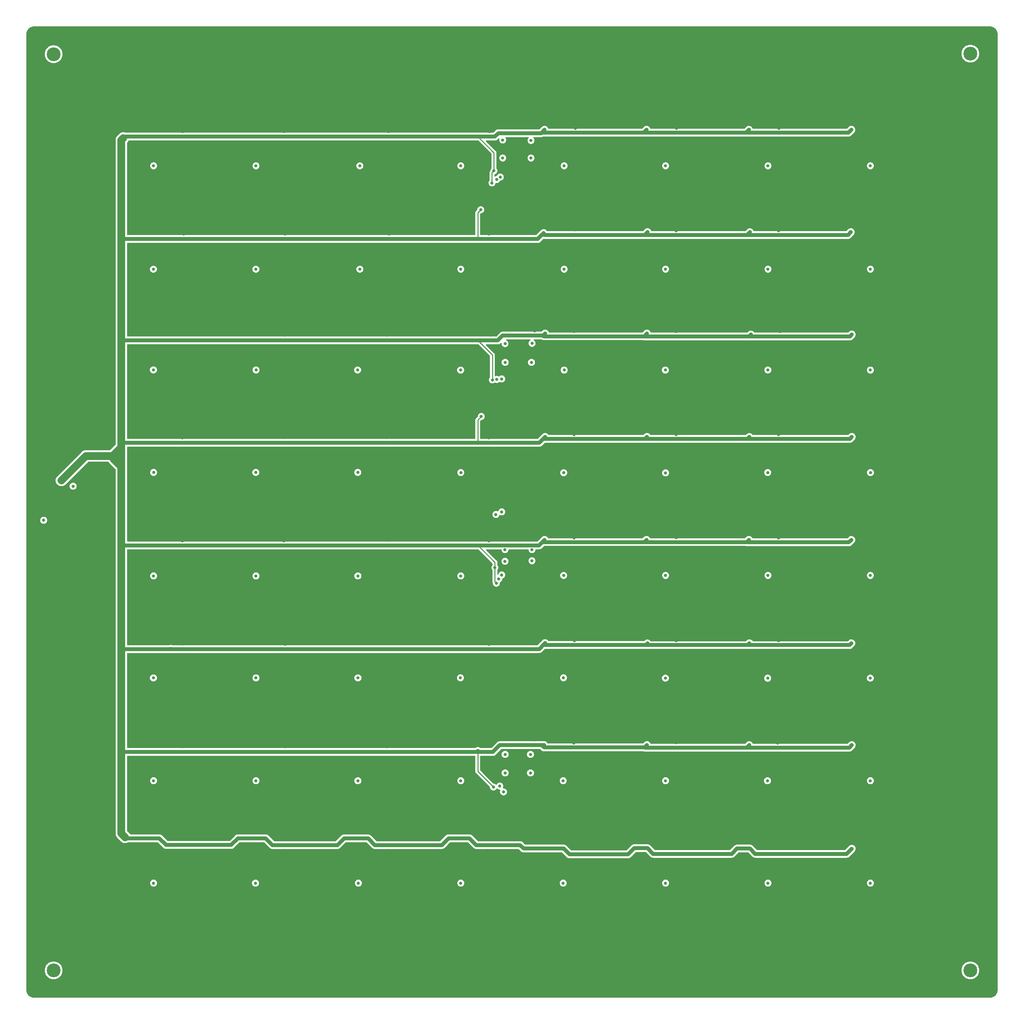
<source format=gbr>
%TF.GenerationSoftware,KiCad,Pcbnew,(6.0.8-1)-1*%
%TF.CreationDate,2022-11-21T17:43:17-05:00*%
%TF.ProjectId,smart-chessboard-board,736d6172-742d-4636-9865-7373626f6172,B*%
%TF.SameCoordinates,Original*%
%TF.FileFunction,Copper,L3,Inr*%
%TF.FilePolarity,Positive*%
%FSLAX46Y46*%
G04 Gerber Fmt 4.6, Leading zero omitted, Abs format (unit mm)*
G04 Created by KiCad (PCBNEW (6.0.8-1)-1) date 2022-11-21 17:43:17*
%MOMM*%
%LPD*%
G01*
G04 APERTURE LIST*
%TA.AperFunction,ComponentPad*%
%ADD10C,3.600000*%
%TD*%
%TA.AperFunction,ViaPad*%
%ADD11C,0.800000*%
%TD*%
%TA.AperFunction,Conductor*%
%ADD12C,1.000000*%
%TD*%
%TA.AperFunction,Conductor*%
%ADD13C,0.250000*%
%TD*%
%TA.AperFunction,Conductor*%
%ADD14C,2.000000*%
%TD*%
G04 APERTURE END LIST*
D10*
%TO.N,unconnected-(H102-Pad1)*%
%TO.C,H102*%
X347980000Y-297180000D03*
%TD*%
%TO.N,unconnected-(H104-Pad1)*%
%TO.C,H104*%
X109220000Y-297180000D03*
%TD*%
%TO.N,unconnected-(H101-Pad1)*%
%TO.C,H101*%
X347980000Y-58420000D03*
%TD*%
%TO.N,unconnected-(H103-Pad1)*%
%TO.C,H103*%
X109220000Y-58547000D03*
%TD*%
D11*
%TO.N,GND*%
X268430420Y-135531000D03*
X242027420Y-189185000D03*
X196013420Y-238912000D03*
X226822000Y-204470000D03*
X244817420Y-184525000D03*
X196065420Y-265957000D03*
X271350420Y-237871000D03*
X314530420Y-156851000D03*
X295083620Y-82437000D03*
X271330420Y-157631000D03*
X169390420Y-131691000D03*
X188590420Y-269282000D03*
X268580420Y-189205000D03*
X215175220Y-82423000D03*
X196103420Y-185175000D03*
X169500420Y-238902000D03*
X143070420Y-105405000D03*
X161930420Y-189175000D03*
X159040420Y-104515000D03*
X314440420Y-263907000D03*
X142755000Y-131675000D03*
X222885000Y-238633000D03*
X215270420Y-189235000D03*
X161936820Y-82473800D03*
X268600420Y-269232000D03*
X215260420Y-269282000D03*
X321915420Y-242612000D03*
X212440420Y-130951000D03*
X185738420Y-238037000D03*
X244817420Y-157621000D03*
X242017420Y-162311000D03*
X242057420Y-135531000D03*
X244680420Y-264682000D03*
X161860420Y-109125000D03*
X212500420Y-184525000D03*
X242097420Y-109095000D03*
X142785000Y-158515000D03*
X321940420Y-162281000D03*
X187463820Y-76377800D03*
X134747000Y-189357000D03*
X324610420Y-130971000D03*
X132200420Y-104535000D03*
X188433420Y-215932000D03*
X196469000Y-78740000D03*
X260996820Y-76835000D03*
X233426000Y-206121000D03*
X288280420Y-130335000D03*
X222335420Y-265938000D03*
X317130820Y-89179400D03*
X271380420Y-211362000D03*
X295260420Y-109059000D03*
X268580420Y-216082000D03*
X321965420Y-269307000D03*
X161910420Y-215962000D03*
X321910420Y-216022000D03*
X222631000Y-105410000D03*
X268590420Y-162331000D03*
X142670420Y-238902000D03*
X298030420Y-104549000D03*
X112522000Y-173101000D03*
X297815000Y-237998000D03*
X169510420Y-212232000D03*
X159190420Y-238002000D03*
X295280420Y-135545000D03*
X298450000Y-130810000D03*
X215240420Y-215902000D03*
X245121820Y-77901800D03*
X287790420Y-156865000D03*
X215260420Y-242612000D03*
X135255000Y-82550000D03*
X287819220Y-76849000D03*
X212510420Y-237987000D03*
X234696000Y-76835000D03*
X298010420Y-157625000D03*
X215150420Y-109105000D03*
X314140420Y-237237000D03*
X298000420Y-184579000D03*
X188835420Y-82473800D03*
X195933420Y-158371000D03*
X295250420Y-162305000D03*
X132524420Y-184542000D03*
X221400000Y-197925000D03*
X314500420Y-183645000D03*
X234442000Y-237109000D03*
X261060420Y-156851000D03*
X215260420Y-162251000D03*
X261040420Y-103645000D03*
X185673420Y-157601000D03*
X132535000Y-130925000D03*
X244682420Y-238012000D03*
X314340420Y-210572000D03*
X268566020Y-82423000D03*
X321906020Y-82473800D03*
X135255000Y-135382000D03*
X169395420Y-265932000D03*
X169390420Y-158361000D03*
X142723420Y-185293000D03*
X220599000Y-93472000D03*
X212540420Y-157601000D03*
X212736820Y-76682600D03*
X287770420Y-183649000D03*
X295220420Y-269232000D03*
X188423420Y-162301000D03*
X225933000Y-257683000D03*
X142825000Y-212152000D03*
X215150420Y-135511000D03*
X132525000Y-211262000D03*
X212350420Y-104525000D03*
X298030420Y-211356000D03*
X160412820Y-76225400D03*
X226822000Y-97790000D03*
X188923420Y-109105000D03*
X185713420Y-211342000D03*
X104648000Y-175971200D03*
X324250420Y-104545000D03*
X244777420Y-130810000D03*
X298080820Y-77915800D03*
X271350420Y-264732000D03*
X159200420Y-184515000D03*
X268470420Y-109045000D03*
X161945420Y-269332000D03*
X161740420Y-242732000D03*
X261100420Y-263932000D03*
X159090420Y-157631000D03*
X287720420Y-263957000D03*
X135200000Y-109250000D03*
X169291000Y-78740000D03*
X185865420Y-264707000D03*
X271370420Y-184515000D03*
X212535420Y-264607000D03*
X135255000Y-162052000D03*
X220726000Y-144653000D03*
X233426000Y-152781000D03*
X188473420Y-135541000D03*
X321920420Y-109045000D03*
X132500420Y-238012000D03*
X314150420Y-103645000D03*
X234537420Y-210632000D03*
X169470420Y-105405000D03*
X222631000Y-158496000D03*
X221234000Y-250952000D03*
X132500420Y-264631600D03*
X234617420Y-156831000D03*
X314438420Y-76835000D03*
X241955420Y-269232000D03*
X297995420Y-264707000D03*
X287680420Y-210606000D03*
X324680420Y-157641000D03*
X287620420Y-237126000D03*
X244827420Y-211342000D03*
X261090420Y-130061000D03*
X223012000Y-131699000D03*
X186083420Y-104525000D03*
X314390420Y-130281000D03*
X222631000Y-185293000D03*
X272122020Y-83337400D03*
X295240420Y-215946000D03*
X234823000Y-103632000D03*
X324680420Y-211332000D03*
X159170420Y-211332000D03*
X188413420Y-189225000D03*
X135128000Y-215900000D03*
X135255000Y-242443000D03*
X212530420Y-211332000D03*
X287760420Y-103669000D03*
X222631000Y-212222000D03*
X241907420Y-242637000D03*
X188463420Y-242712000D03*
X185723420Y-184425000D03*
X142575420Y-265931600D03*
X261060420Y-183635000D03*
X132475000Y-157615000D03*
X321930420Y-135511000D03*
X142875000Y-78740000D03*
X244983000Y-104267000D03*
X324730420Y-184545000D03*
X226949000Y-148463000D03*
X295120420Y-242626000D03*
X271410820Y-77851000D03*
X159060420Y-130931000D03*
X196563420Y-105425000D03*
X159170420Y-264682000D03*
X261070420Y-210562000D03*
X233426000Y-259461000D03*
X261075420Y-237112000D03*
X161760420Y-162211000D03*
X135250420Y-269456600D03*
X241935000Y-82550000D03*
X268575420Y-242687000D03*
X325115420Y-264682000D03*
X226949000Y-255143000D03*
X271360420Y-104545000D03*
X234587420Y-183642000D03*
X161900420Y-135491000D03*
X271390420Y-130810000D03*
X169164000Y-185293000D03*
X222758000Y-78740000D03*
X185593420Y-130921000D03*
X321940420Y-189095000D03*
X324715420Y-237987000D03*
X196053420Y-131701000D03*
X233553000Y-99441000D03*
X295260420Y-189209000D03*
X234405420Y-263907000D03*
X234567420Y-130611000D03*
X226949000Y-151257000D03*
X241987420Y-215952000D03*
%TO.N,3V3*%
X166370000Y-186436000D03*
X317115420Y-265482000D03*
X263906000Y-104902000D03*
X317119000Y-238506000D03*
X316992000Y-211963000D03*
X166243000Y-264541000D03*
X263652000Y-185039000D03*
X166370000Y-240284000D03*
X139714580Y-159760000D03*
X193421000Y-106680000D03*
X192913000Y-240284000D03*
X263779000Y-158242000D03*
X166370000Y-159766000D03*
X219710000Y-133096000D03*
X166497000Y-80010000D03*
X219710000Y-159766000D03*
X263779000Y-238506000D03*
X139827000Y-240284000D03*
X263779000Y-131318000D03*
X263875420Y-265332000D03*
X317119000Y-131572000D03*
X290570420Y-265432000D03*
X224155000Y-192278000D03*
X290395420Y-238506000D03*
X237109000Y-185039000D03*
X193421000Y-80010000D03*
X111267000Y-169545000D03*
X290322000Y-185039000D03*
X236855000Y-105156000D03*
X223520000Y-143383000D03*
X192913000Y-213487000D03*
X139684580Y-133060000D03*
X139510000Y-264515600D03*
X223901000Y-88900000D03*
X316992000Y-78232000D03*
X166370000Y-106680000D03*
X317119000Y-158242000D03*
X236982000Y-238506000D03*
X219710000Y-213487000D03*
X139700000Y-106680000D03*
X219710000Y-186436000D03*
X237109000Y-78232000D03*
X193040000Y-133096000D03*
X139675420Y-186436000D03*
X290576000Y-104916000D03*
X166243000Y-133096000D03*
X316865000Y-104902000D03*
X166370000Y-213487000D03*
X237055420Y-265457000D03*
X220472000Y-99060000D03*
X263652000Y-78232000D03*
X237236000Y-158242000D03*
X192913000Y-264541000D03*
X237236000Y-131318000D03*
X139724580Y-213417000D03*
X219710000Y-80010000D03*
X223774000Y-249428000D03*
X263875420Y-212017000D03*
X219710000Y-106680000D03*
X193040000Y-186436000D03*
X237232420Y-211942000D03*
X316992000Y-185039000D03*
X139827000Y-80010500D03*
X220599000Y-152908000D03*
X224536000Y-196342000D03*
X290322000Y-78246000D03*
X219710000Y-240030000D03*
X290449000Y-158256000D03*
X219329000Y-264541000D03*
X290449000Y-211963000D03*
X192913000Y-159766000D03*
X290830000Y-131586000D03*
X223393000Y-92075000D03*
%TO.N,5V*%
X215175000Y-220975000D03*
X242189000Y-114554000D03*
X268605000Y-247777000D03*
X321945000Y-247777000D03*
X241935000Y-247777000D03*
X215265000Y-87630000D03*
X295275000Y-274447000D03*
X321945000Y-194310000D03*
X295200000Y-167525000D03*
X188595000Y-274447000D03*
X268605000Y-274447000D03*
X188475000Y-221000000D03*
X268605000Y-87630000D03*
X268575000Y-221050000D03*
X161925000Y-247777000D03*
X215225000Y-140825000D03*
X242075000Y-167550000D03*
X215265000Y-114554000D03*
X161925000Y-221000000D03*
X188976000Y-87630000D03*
X321945000Y-87630000D03*
X135225000Y-140775000D03*
X295250000Y-140800000D03*
X295275000Y-194310000D03*
X321925000Y-221050000D03*
X161950000Y-140800000D03*
X321945000Y-274447000D03*
X321950000Y-140825000D03*
X268550000Y-140825000D03*
X242189000Y-87630000D03*
X188468000Y-247777000D03*
X241935000Y-274447000D03*
X215265000Y-274447000D03*
X321975000Y-167525000D03*
X135255000Y-247777000D03*
X114300000Y-171069000D03*
X215265000Y-247777000D03*
X135225000Y-221000000D03*
X295275000Y-87630000D03*
X188450000Y-167475000D03*
X161925000Y-194437000D03*
X135225000Y-114550000D03*
X295148000Y-247777000D03*
X188400000Y-140800000D03*
X242062000Y-194310000D03*
X188976000Y-114554000D03*
X135255000Y-87630000D03*
X242200000Y-140825000D03*
X188468000Y-194437000D03*
X268605000Y-114554000D03*
X295275000Y-114554000D03*
X161900000Y-114550000D03*
X135255000Y-194437000D03*
X135275000Y-167475000D03*
X161798000Y-274447000D03*
X135255000Y-274447000D03*
X295200000Y-221075000D03*
X161875000Y-167475000D03*
X215275000Y-167525000D03*
X242025000Y-220975000D03*
X268600000Y-167600000D03*
X268605000Y-194310000D03*
X161925000Y-87630000D03*
X215265000Y-194437000D03*
X321945000Y-114554000D03*
%TO.N,Net-(D211-Pad3)*%
X233426000Y-240919000D03*
X226822000Y-240919000D03*
%TO.N,Net-(D212-Pad3)*%
X233426000Y-245745000D03*
X226822000Y-245745000D03*
%TO.N,Net-(D227-Pad3)*%
X226782580Y-187579000D03*
X233807000Y-187579000D03*
%TO.N,Net-(D228-Pad3)*%
X233807000Y-190500000D03*
X226782580Y-190627000D03*
%TO.N,Net-(D243-Pad3)*%
X226800000Y-133925000D03*
X233831800Y-133858000D03*
%TO.N,Net-(D244-Pad3)*%
X226822000Y-138811000D03*
X233680000Y-138811000D03*
%TO.N,Net-(D259-Pad3)*%
X226187000Y-80899000D03*
X233553000Y-81026000D03*
%TO.N,Net-(D260-Pad3)*%
X233553000Y-85598000D03*
X226187000Y-85598000D03*
%TO.N,LED_IC*%
X106629200Y-179933600D03*
%TO.N,~{SCL_IOMUX}*%
X225933000Y-143129000D03*
X225933000Y-177762500D03*
X225552000Y-90551000D03*
X226399500Y-250698000D03*
X225933000Y-194183000D03*
%TO.N,~{SDA_IOMUX}*%
X224409000Y-178435000D03*
X224663000Y-143256000D03*
X225425000Y-249174000D03*
X225171000Y-195199000D03*
X224663000Y-91186000D03*
%TD*%
D12*
%TO.N,3V3*%
X236953000Y-158721000D02*
X263300000Y-158721000D01*
D13*
X219710000Y-240030000D02*
X219710000Y-245364000D01*
D12*
X263173000Y-239112000D02*
X263779000Y-238506000D01*
X157226000Y-262763000D02*
X155473400Y-264515600D01*
X263450420Y-212442000D02*
X263470420Y-212462000D01*
D14*
X126873000Y-261493000D02*
X126873000Y-239903000D01*
D12*
X219456000Y-240284000D02*
X223647000Y-240284000D01*
X236855000Y-158623000D02*
X237236000Y-158242000D01*
X263417000Y-105645000D02*
X289847000Y-105645000D01*
X263066000Y-185625000D02*
X289736000Y-185625000D01*
D14*
X126873000Y-163195000D02*
X125603000Y-163195000D01*
D12*
X237236000Y-105664000D02*
X237172500Y-105600500D01*
X236791500Y-105219500D02*
X236855000Y-105156000D01*
X126746000Y-186436000D02*
X126789000Y-186479000D01*
X140208000Y-213487000D02*
X127381000Y-213487000D01*
X230759000Y-264541000D02*
X231648000Y-265430000D01*
D13*
X219710000Y-99822000D02*
X220472000Y-99060000D01*
D12*
X235331000Y-106680000D02*
X236410500Y-105600500D01*
X263875420Y-265332000D02*
X265370420Y-266827000D01*
X127889000Y-262763000D02*
X127762000Y-262636000D01*
X291973000Y-266827000D02*
X315770420Y-266827000D01*
X263300000Y-158721000D02*
X263779000Y-158242000D01*
X127381000Y-213487000D02*
X126873000Y-213995000D01*
X258826000Y-266954000D02*
X260448000Y-265332000D01*
X236664500Y-185483500D02*
X237109000Y-185039000D01*
X225044000Y-79121000D02*
X236220000Y-79121000D01*
D14*
X124841000Y-162941000D02*
X124841000Y-163957000D01*
D12*
X290572420Y-265430000D02*
X290576000Y-265430000D01*
X184886600Y-262788400D02*
X191160400Y-262788400D01*
X219710000Y-240030000D02*
X219456000Y-240284000D01*
X236791500Y-105219500D02*
X237236000Y-105664000D01*
X235687420Y-213487000D02*
X236906210Y-212268210D01*
D13*
X223520000Y-143383000D02*
X223520000Y-136906000D01*
D12*
X236906210Y-212268210D02*
X237080000Y-212442000D01*
D13*
X223901000Y-84201000D02*
X219710000Y-80010000D01*
X219710000Y-159766000D02*
X219710000Y-153797000D01*
D12*
X265370420Y-266827000D02*
X285813500Y-266827000D01*
X242062000Y-265430000D02*
X243586000Y-266954000D01*
X127254000Y-240284000D02*
X126873000Y-239903000D01*
X263066000Y-132031000D02*
X263106000Y-132071000D01*
X289739420Y-239162000D02*
X290395420Y-238506000D01*
D13*
X224155000Y-195961000D02*
X224536000Y-196342000D01*
D12*
X183134000Y-264541000D02*
X184886600Y-262788400D01*
X243586000Y-266954000D02*
X258826000Y-266954000D01*
D14*
X117617000Y-163195000D02*
X111267000Y-169545000D01*
D12*
X289974000Y-158731000D02*
X316630000Y-158731000D01*
X192913000Y-264541000D02*
X210312000Y-264541000D01*
X236855000Y-158623000D02*
X236953000Y-158721000D01*
D14*
X126873000Y-165989000D02*
X126873000Y-163195000D01*
D12*
X289580200Y-79015800D02*
X316208200Y-79015800D01*
X127762000Y-80010000D02*
X224155000Y-80010000D01*
X236728000Y-131826000D02*
X236933000Y-132031000D01*
X138938000Y-133096000D02*
X127000000Y-133096000D01*
X140208000Y-213487000D02*
X166370000Y-213487000D01*
X138938000Y-133096000D02*
X224917000Y-133096000D01*
X236347000Y-238506000D02*
X236953000Y-239112000D01*
X289847000Y-105645000D02*
X289851000Y-105649000D01*
D14*
X126873000Y-162052000D02*
X126873000Y-80899000D01*
X125603000Y-163195000D02*
X125857000Y-163195000D01*
D12*
X289736000Y-185625000D02*
X290322000Y-185039000D01*
X289566200Y-79001800D02*
X290322000Y-78246000D01*
D14*
X126873000Y-213995000D02*
X126873000Y-165989000D01*
D12*
X231648000Y-265430000D02*
X242062000Y-265430000D01*
X263173000Y-239112000D02*
X263223000Y-239162000D01*
D13*
X224155000Y-192278000D02*
X224155000Y-195961000D01*
D12*
X236664500Y-185483500D02*
X236806000Y-185625000D01*
X263441000Y-105367000D02*
X263417000Y-105391000D01*
X289950000Y-212462000D02*
X316493000Y-212462000D01*
X316626000Y-132065000D02*
X317119000Y-131572000D01*
X236806000Y-185625000D02*
X263066000Y-185625000D01*
X139065000Y-106680000D02*
X235331000Y-106680000D01*
X289790000Y-185679000D02*
X316352000Y-185679000D01*
D13*
X224155000Y-190881000D02*
X219710000Y-186436000D01*
D12*
X126789000Y-186479000D02*
X235669000Y-186479000D01*
X289566200Y-79001800D02*
X289580200Y-79015800D01*
X139065000Y-106680000D02*
X127000000Y-106680000D01*
X263066000Y-185625000D02*
X263652000Y-185039000D01*
X289847000Y-105645000D02*
X290576000Y-104916000D01*
X224917000Y-133096000D02*
X226187000Y-131826000D01*
D14*
X126873000Y-239903000D02*
X126873000Y-213995000D01*
X125857000Y-163195000D02*
X126873000Y-162179000D01*
D13*
X223393000Y-89408000D02*
X223901000Y-88900000D01*
D12*
X289974000Y-158731000D02*
X290449000Y-158256000D01*
X237080000Y-212442000D02*
X263450420Y-212442000D01*
X237236000Y-105664000D02*
X263144000Y-105664000D01*
D13*
X223393000Y-92075000D02*
X223393000Y-89408000D01*
D12*
X290345000Y-132071000D02*
X290830000Y-131586000D01*
X139192000Y-240284000D02*
X127254000Y-240284000D01*
X226187000Y-131826000D02*
X236728000Y-131826000D01*
X139827000Y-240284000D02*
X139192000Y-240284000D01*
D14*
X126873000Y-160909000D02*
X124587000Y-163195000D01*
D12*
X225425000Y-238506000D02*
X236347000Y-238506000D01*
X210312000Y-264541000D02*
X212090000Y-262763000D01*
X235712000Y-159766000D02*
X236855000Y-158623000D01*
X236347000Y-238506000D02*
X236982000Y-238506000D01*
X138531600Y-264515600D02*
X136779000Y-262763000D01*
X289739420Y-239162000D02*
X316463000Y-239162000D01*
D14*
X124841000Y-163957000D02*
X126873000Y-165989000D01*
D12*
X236953000Y-239112000D02*
X263173000Y-239112000D01*
X217551000Y-262763000D02*
X219329000Y-264541000D01*
X236728000Y-131826000D02*
X237236000Y-131318000D01*
X166243000Y-264541000D02*
X164465000Y-262763000D01*
X166192200Y-264541000D02*
X183134000Y-264541000D01*
X192913000Y-213487000D02*
X219075000Y-213487000D01*
X263300000Y-158721000D02*
X263310000Y-158731000D01*
X316208200Y-79015800D02*
X316992000Y-78232000D01*
X263144000Y-105664000D02*
X263441000Y-105367000D01*
X316493000Y-212462000D02*
X316992000Y-211963000D01*
D13*
X223520000Y-136906000D02*
X219710000Y-133096000D01*
X224155000Y-192278000D02*
X224155000Y-190881000D01*
D12*
X289736000Y-185625000D02*
X289790000Y-185679000D01*
X260448000Y-265332000D02*
X263875420Y-265332000D01*
X236906210Y-212268210D02*
X237232420Y-211942000D01*
X236220000Y-79121000D02*
X237109000Y-78232000D01*
X235669000Y-186479000D02*
X236664500Y-185483500D01*
X127000000Y-106680000D02*
X126873000Y-106553000D01*
D14*
X125603000Y-163195000D02*
X125349000Y-162941000D01*
D12*
X224155000Y-80010000D02*
X225044000Y-79121000D01*
X262882200Y-79001800D02*
X263652000Y-78232000D01*
X155473400Y-264515600D02*
X138531600Y-264515600D01*
X219075000Y-213487000D02*
X235687420Y-213487000D01*
X290576000Y-265430000D02*
X291973000Y-266827000D01*
X219456000Y-240284000D02*
X139192000Y-240284000D01*
X236933000Y-132031000D02*
X263066000Y-132031000D01*
X263417000Y-105391000D02*
X263417000Y-105645000D01*
X315770420Y-266827000D02*
X317115420Y-265482000D01*
D13*
X219710000Y-153797000D02*
X220599000Y-152908000D01*
D12*
X316630000Y-158731000D02*
X317119000Y-158242000D01*
D14*
X126873000Y-80899000D02*
X127381000Y-80391000D01*
D12*
X139654580Y-213487000D02*
X140208000Y-213487000D01*
X236220000Y-79121000D02*
X236339200Y-79001800D01*
X263066000Y-132031000D02*
X263779000Y-131318000D01*
X236410500Y-105600500D02*
X236791500Y-105219500D01*
X237172500Y-105600500D02*
X236410500Y-105600500D01*
X127381000Y-80391000D02*
X127762000Y-80010000D01*
D14*
X126873000Y-163195000D02*
X126873000Y-162179000D01*
X127889000Y-262509000D02*
X126873000Y-261493000D01*
D12*
X223647000Y-240284000D02*
X225425000Y-238506000D01*
X263470420Y-212462000D02*
X289950000Y-212462000D01*
X136779000Y-262763000D02*
X127889000Y-262763000D01*
X289851000Y-105649000D02*
X316118000Y-105649000D01*
D14*
X124587000Y-163195000D02*
X117617000Y-163195000D01*
D12*
X316463000Y-239162000D02*
X317119000Y-238506000D01*
X263450420Y-212442000D02*
X263875420Y-212017000D01*
X316118000Y-105649000D02*
X316865000Y-104902000D01*
X316352000Y-185679000D02*
X316992000Y-185039000D01*
X191160400Y-262788400D02*
X192913000Y-264541000D01*
D14*
X125349000Y-162941000D02*
X124841000Y-162941000D01*
D12*
X139724580Y-213417000D02*
X139654580Y-213487000D01*
X139700000Y-133096000D02*
X138938000Y-133096000D01*
X287208500Y-265432000D02*
X290570420Y-265432000D01*
X166370000Y-213487000D02*
X192913000Y-213487000D01*
X290351000Y-132065000D02*
X316626000Y-132065000D01*
X139700000Y-106680000D02*
X139065000Y-106680000D01*
X263106000Y-132071000D02*
X290345000Y-132071000D01*
X219075000Y-213487000D02*
X219710000Y-213487000D01*
X263310000Y-158731000D02*
X289974000Y-158731000D01*
X263441000Y-105367000D02*
X263906000Y-104902000D01*
D13*
X219710000Y-106680000D02*
X219710000Y-99822000D01*
X223901000Y-88900000D02*
X223901000Y-84201000D01*
D12*
X164465000Y-262763000D02*
X157226000Y-262763000D01*
X262882200Y-79001800D02*
X289566200Y-79001800D01*
X263223000Y-239162000D02*
X289739420Y-239162000D01*
X285813500Y-266827000D02*
X287208500Y-265432000D01*
X290345000Y-132071000D02*
X290351000Y-132065000D01*
X236339200Y-79001800D02*
X262882200Y-79001800D01*
X127762000Y-159766000D02*
X235712000Y-159766000D01*
X219329000Y-264541000D02*
X230759000Y-264541000D01*
X212090000Y-262763000D02*
X217551000Y-262763000D01*
D13*
X219710000Y-245364000D02*
X223774000Y-249428000D01*
D12*
X289950000Y-212462000D02*
X290449000Y-211963000D01*
%TD*%
%TA.AperFunction,Conductor*%
%TO.N,GND*%
G36*
X353030018Y-51310000D02*
G01*
X353044851Y-51312310D01*
X353044855Y-51312310D01*
X353053724Y-51313691D01*
X353062626Y-51312527D01*
X353062629Y-51312527D01*
X353070012Y-51311561D01*
X353094591Y-51310767D01*
X353121442Y-51312527D01*
X353316922Y-51325340D01*
X353333262Y-51327491D01*
X353455478Y-51351801D01*
X353577696Y-51376112D01*
X353593606Y-51380375D01*
X353829600Y-51460484D01*
X353844826Y-51466791D01*
X354068342Y-51577016D01*
X354082616Y-51585257D01*
X354289829Y-51723713D01*
X354302905Y-51733746D01*
X354490278Y-51898068D01*
X354501932Y-51909722D01*
X354666254Y-52097095D01*
X354676287Y-52110171D01*
X354814743Y-52317384D01*
X354822984Y-52331658D01*
X354933209Y-52555174D01*
X354939515Y-52570398D01*
X355019625Y-52806394D01*
X355023889Y-52822307D01*
X355072509Y-53066738D01*
X355074660Y-53083078D01*
X355088763Y-53298236D01*
X355087733Y-53321350D01*
X355087690Y-53324854D01*
X355086309Y-53333724D01*
X355087473Y-53342626D01*
X355087473Y-53342628D01*
X355090436Y-53365283D01*
X355091500Y-53381621D01*
X355091500Y-302210633D01*
X355090000Y-302230018D01*
X355087690Y-302244851D01*
X355087690Y-302244855D01*
X355086309Y-302253724D01*
X355087473Y-302262626D01*
X355087473Y-302262629D01*
X355088439Y-302270012D01*
X355089233Y-302294591D01*
X355074660Y-302516922D01*
X355072509Y-302533262D01*
X355023889Y-302777693D01*
X355019625Y-302793606D01*
X354985312Y-302894689D01*
X354939516Y-303029600D01*
X354933209Y-303044826D01*
X354822984Y-303268342D01*
X354814743Y-303282616D01*
X354676287Y-303489829D01*
X354666254Y-303502905D01*
X354501932Y-303690278D01*
X354490278Y-303701932D01*
X354302905Y-303866254D01*
X354289829Y-303876287D01*
X354082616Y-304014743D01*
X354068342Y-304022984D01*
X353844826Y-304133209D01*
X353829602Y-304139515D01*
X353593606Y-304219625D01*
X353577696Y-304223888D01*
X353455477Y-304248199D01*
X353333262Y-304272509D01*
X353316922Y-304274660D01*
X353168134Y-304284413D01*
X353101763Y-304288763D01*
X353078650Y-304287733D01*
X353075146Y-304287690D01*
X353066276Y-304286309D01*
X353057374Y-304287473D01*
X353057372Y-304287473D01*
X353043915Y-304289233D01*
X353034714Y-304290436D01*
X353018379Y-304291500D01*
X104189367Y-304291500D01*
X104169982Y-304290000D01*
X104155149Y-304287690D01*
X104155145Y-304287690D01*
X104146276Y-304286309D01*
X104137374Y-304287473D01*
X104137371Y-304287473D01*
X104129988Y-304288439D01*
X104105409Y-304289233D01*
X104060799Y-304286309D01*
X103883078Y-304274660D01*
X103866738Y-304272509D01*
X103744523Y-304248199D01*
X103622304Y-304223888D01*
X103606394Y-304219625D01*
X103370398Y-304139515D01*
X103355174Y-304133209D01*
X103131658Y-304022984D01*
X103117384Y-304014743D01*
X102910171Y-303876287D01*
X102897095Y-303866254D01*
X102709722Y-303701932D01*
X102698068Y-303690278D01*
X102533746Y-303502905D01*
X102523713Y-303489829D01*
X102385257Y-303282616D01*
X102377016Y-303268342D01*
X102266791Y-303044826D01*
X102260484Y-303029600D01*
X102214688Y-302894689D01*
X102180375Y-302793606D01*
X102176111Y-302777693D01*
X102127491Y-302533262D01*
X102125340Y-302516922D01*
X102111476Y-302305407D01*
X102112650Y-302282232D01*
X102112334Y-302282204D01*
X102112770Y-302277344D01*
X102113576Y-302272552D01*
X102113729Y-302260000D01*
X102109773Y-302232376D01*
X102108500Y-302214514D01*
X102108500Y-297180000D01*
X106906547Y-297180000D01*
X106926339Y-297481966D01*
X106985376Y-297778766D01*
X107082648Y-298065320D01*
X107216491Y-298336726D01*
X107384614Y-298588341D01*
X107387328Y-298591435D01*
X107387332Y-298591441D01*
X107581433Y-298812769D01*
X107584142Y-298815858D01*
X107587231Y-298818567D01*
X107808559Y-299012668D01*
X107808565Y-299012672D01*
X107811659Y-299015386D01*
X107815085Y-299017675D01*
X107815090Y-299017679D01*
X108003371Y-299143484D01*
X108063273Y-299183509D01*
X108066972Y-299185333D01*
X108066977Y-299185336D01*
X108206308Y-299254046D01*
X108334680Y-299317352D01*
X108338585Y-299318677D01*
X108338586Y-299318678D01*
X108617327Y-299413298D01*
X108617330Y-299413299D01*
X108621234Y-299414624D01*
X108625273Y-299415427D01*
X108625279Y-299415429D01*
X108913991Y-299472857D01*
X108913994Y-299472857D01*
X108918034Y-299473661D01*
X108922145Y-299473930D01*
X108922149Y-299473931D01*
X109215881Y-299493183D01*
X109220000Y-299493453D01*
X109224119Y-299493183D01*
X109517851Y-299473931D01*
X109517855Y-299473930D01*
X109521966Y-299473661D01*
X109526006Y-299472857D01*
X109526009Y-299472857D01*
X109814721Y-299415429D01*
X109814727Y-299415427D01*
X109818766Y-299414624D01*
X109822670Y-299413299D01*
X109822673Y-299413298D01*
X110101414Y-299318678D01*
X110101415Y-299318677D01*
X110105320Y-299317352D01*
X110233692Y-299254046D01*
X110373023Y-299185336D01*
X110373028Y-299185333D01*
X110376727Y-299183509D01*
X110436629Y-299143484D01*
X110624910Y-299017679D01*
X110624915Y-299017675D01*
X110628341Y-299015386D01*
X110631435Y-299012672D01*
X110631441Y-299012668D01*
X110852769Y-298818567D01*
X110855858Y-298815858D01*
X110858567Y-298812769D01*
X111052668Y-298591441D01*
X111052672Y-298591435D01*
X111055386Y-298588341D01*
X111223509Y-298336726D01*
X111357352Y-298065320D01*
X111454624Y-297778766D01*
X111513661Y-297481966D01*
X111533453Y-297180000D01*
X345666547Y-297180000D01*
X345686339Y-297481966D01*
X345745376Y-297778766D01*
X345842648Y-298065320D01*
X345976491Y-298336726D01*
X346144614Y-298588341D01*
X346147328Y-298591435D01*
X346147332Y-298591441D01*
X346341433Y-298812769D01*
X346344142Y-298815858D01*
X346347231Y-298818567D01*
X346568559Y-299012668D01*
X346568565Y-299012672D01*
X346571659Y-299015386D01*
X346575085Y-299017675D01*
X346575090Y-299017679D01*
X346763371Y-299143484D01*
X346823273Y-299183509D01*
X346826972Y-299185333D01*
X346826977Y-299185336D01*
X346966308Y-299254046D01*
X347094680Y-299317352D01*
X347098585Y-299318677D01*
X347098586Y-299318678D01*
X347377327Y-299413298D01*
X347377330Y-299413299D01*
X347381234Y-299414624D01*
X347385273Y-299415427D01*
X347385279Y-299415429D01*
X347673991Y-299472857D01*
X347673994Y-299472857D01*
X347678034Y-299473661D01*
X347682145Y-299473930D01*
X347682149Y-299473931D01*
X347975881Y-299493183D01*
X347980000Y-299493453D01*
X347984119Y-299493183D01*
X348277851Y-299473931D01*
X348277855Y-299473930D01*
X348281966Y-299473661D01*
X348286006Y-299472857D01*
X348286009Y-299472857D01*
X348574721Y-299415429D01*
X348574727Y-299415427D01*
X348578766Y-299414624D01*
X348582670Y-299413299D01*
X348582673Y-299413298D01*
X348861414Y-299318678D01*
X348861415Y-299318677D01*
X348865320Y-299317352D01*
X348993692Y-299254046D01*
X349133023Y-299185336D01*
X349133028Y-299185333D01*
X349136727Y-299183509D01*
X349196629Y-299143484D01*
X349384910Y-299017679D01*
X349384915Y-299017675D01*
X349388341Y-299015386D01*
X349391435Y-299012672D01*
X349391441Y-299012668D01*
X349612769Y-298818567D01*
X349615858Y-298815858D01*
X349618567Y-298812769D01*
X349812668Y-298591441D01*
X349812672Y-298591435D01*
X349815386Y-298588341D01*
X349983509Y-298336726D01*
X350117352Y-298065320D01*
X350214624Y-297778766D01*
X350273661Y-297481966D01*
X350293453Y-297180000D01*
X350273661Y-296878034D01*
X350214624Y-296581234D01*
X350117352Y-296294680D01*
X349983509Y-296023274D01*
X349815386Y-295771659D01*
X349812672Y-295768565D01*
X349812668Y-295768559D01*
X349618567Y-295547231D01*
X349615858Y-295544142D01*
X349612769Y-295541433D01*
X349391441Y-295347332D01*
X349391435Y-295347328D01*
X349388341Y-295344614D01*
X349384911Y-295342322D01*
X349384910Y-295342321D01*
X349140160Y-295178785D01*
X349136727Y-295176491D01*
X349133028Y-295174667D01*
X349133023Y-295174664D01*
X348993692Y-295105954D01*
X348865320Y-295042648D01*
X348861414Y-295041322D01*
X348582673Y-294946702D01*
X348582670Y-294946701D01*
X348578766Y-294945376D01*
X348574727Y-294944573D01*
X348574721Y-294944571D01*
X348286009Y-294887143D01*
X348286006Y-294887143D01*
X348281966Y-294886339D01*
X348277855Y-294886070D01*
X348277851Y-294886069D01*
X347984119Y-294866817D01*
X347980000Y-294866547D01*
X347975881Y-294866817D01*
X347682149Y-294886069D01*
X347682145Y-294886070D01*
X347678034Y-294886339D01*
X347673994Y-294887143D01*
X347673991Y-294887143D01*
X347385279Y-294944571D01*
X347385273Y-294944573D01*
X347381234Y-294945376D01*
X347377330Y-294946701D01*
X347377327Y-294946702D01*
X347098586Y-295041322D01*
X347094680Y-295042648D01*
X346966442Y-295105888D01*
X346826978Y-295174664D01*
X346826973Y-295174667D01*
X346823274Y-295176491D01*
X346571659Y-295344614D01*
X346568565Y-295347328D01*
X346568559Y-295347332D01*
X346347231Y-295541433D01*
X346344142Y-295544142D01*
X346341433Y-295547231D01*
X346147332Y-295768559D01*
X346147328Y-295768565D01*
X346144614Y-295771659D01*
X345976491Y-296023274D01*
X345842648Y-296294680D01*
X345745376Y-296581234D01*
X345686339Y-296878034D01*
X345666547Y-297180000D01*
X111533453Y-297180000D01*
X111513661Y-296878034D01*
X111454624Y-296581234D01*
X111357352Y-296294680D01*
X111223509Y-296023274D01*
X111055386Y-295771659D01*
X111052672Y-295768565D01*
X111052668Y-295768559D01*
X110858567Y-295547231D01*
X110855858Y-295544142D01*
X110852769Y-295541433D01*
X110631441Y-295347332D01*
X110631435Y-295347328D01*
X110628341Y-295344614D01*
X110624911Y-295342322D01*
X110624910Y-295342321D01*
X110380160Y-295178785D01*
X110376727Y-295176491D01*
X110373028Y-295174667D01*
X110373023Y-295174664D01*
X110233692Y-295105954D01*
X110105320Y-295042648D01*
X110101414Y-295041322D01*
X109822673Y-294946702D01*
X109822670Y-294946701D01*
X109818766Y-294945376D01*
X109814727Y-294944573D01*
X109814721Y-294944571D01*
X109526009Y-294887143D01*
X109526006Y-294887143D01*
X109521966Y-294886339D01*
X109517855Y-294886070D01*
X109517851Y-294886069D01*
X109224119Y-294866817D01*
X109220000Y-294866547D01*
X109215881Y-294866817D01*
X108922149Y-294886069D01*
X108922145Y-294886070D01*
X108918034Y-294886339D01*
X108913994Y-294887143D01*
X108913991Y-294887143D01*
X108625279Y-294944571D01*
X108625273Y-294944573D01*
X108621234Y-294945376D01*
X108617330Y-294946701D01*
X108617327Y-294946702D01*
X108338586Y-295041322D01*
X108334680Y-295042648D01*
X108206442Y-295105888D01*
X108066978Y-295174664D01*
X108066973Y-295174667D01*
X108063274Y-295176491D01*
X107811659Y-295344614D01*
X107808565Y-295347328D01*
X107808559Y-295347332D01*
X107587231Y-295541433D01*
X107584142Y-295544142D01*
X107581433Y-295547231D01*
X107387332Y-295768559D01*
X107387328Y-295768565D01*
X107384614Y-295771659D01*
X107216491Y-296023274D01*
X107082648Y-296294680D01*
X106985376Y-296581234D01*
X106926339Y-296878034D01*
X106906547Y-297180000D01*
X102108500Y-297180000D01*
X102108500Y-274447000D01*
X134341496Y-274447000D01*
X134361458Y-274636928D01*
X134420473Y-274818556D01*
X134515960Y-274983944D01*
X134643747Y-275125866D01*
X134798248Y-275238118D01*
X134804276Y-275240802D01*
X134804278Y-275240803D01*
X134966681Y-275313109D01*
X134972712Y-275315794D01*
X135066113Y-275335647D01*
X135153056Y-275354128D01*
X135153061Y-275354128D01*
X135159513Y-275355500D01*
X135350487Y-275355500D01*
X135356939Y-275354128D01*
X135356944Y-275354128D01*
X135443887Y-275335647D01*
X135537288Y-275315794D01*
X135543319Y-275313109D01*
X135705722Y-275240803D01*
X135705724Y-275240802D01*
X135711752Y-275238118D01*
X135866253Y-275125866D01*
X135994040Y-274983944D01*
X136089527Y-274818556D01*
X136148542Y-274636928D01*
X136168504Y-274447000D01*
X160884496Y-274447000D01*
X160904458Y-274636928D01*
X160963473Y-274818556D01*
X161058960Y-274983944D01*
X161186747Y-275125866D01*
X161341248Y-275238118D01*
X161347276Y-275240802D01*
X161347278Y-275240803D01*
X161509681Y-275313109D01*
X161515712Y-275315794D01*
X161609113Y-275335647D01*
X161696056Y-275354128D01*
X161696061Y-275354128D01*
X161702513Y-275355500D01*
X161893487Y-275355500D01*
X161899939Y-275354128D01*
X161899944Y-275354128D01*
X161986887Y-275335647D01*
X162080288Y-275315794D01*
X162086319Y-275313109D01*
X162248722Y-275240803D01*
X162248724Y-275240802D01*
X162254752Y-275238118D01*
X162409253Y-275125866D01*
X162537040Y-274983944D01*
X162632527Y-274818556D01*
X162691542Y-274636928D01*
X162711504Y-274447000D01*
X187681496Y-274447000D01*
X187701458Y-274636928D01*
X187760473Y-274818556D01*
X187855960Y-274983944D01*
X187983747Y-275125866D01*
X188138248Y-275238118D01*
X188144276Y-275240802D01*
X188144278Y-275240803D01*
X188306681Y-275313109D01*
X188312712Y-275315794D01*
X188406113Y-275335647D01*
X188493056Y-275354128D01*
X188493061Y-275354128D01*
X188499513Y-275355500D01*
X188690487Y-275355500D01*
X188696939Y-275354128D01*
X188696944Y-275354128D01*
X188783887Y-275335647D01*
X188877288Y-275315794D01*
X188883319Y-275313109D01*
X189045722Y-275240803D01*
X189045724Y-275240802D01*
X189051752Y-275238118D01*
X189206253Y-275125866D01*
X189334040Y-274983944D01*
X189429527Y-274818556D01*
X189488542Y-274636928D01*
X189508504Y-274447000D01*
X214351496Y-274447000D01*
X214371458Y-274636928D01*
X214430473Y-274818556D01*
X214525960Y-274983944D01*
X214653747Y-275125866D01*
X214808248Y-275238118D01*
X214814276Y-275240802D01*
X214814278Y-275240803D01*
X214976681Y-275313109D01*
X214982712Y-275315794D01*
X215076113Y-275335647D01*
X215163056Y-275354128D01*
X215163061Y-275354128D01*
X215169513Y-275355500D01*
X215360487Y-275355500D01*
X215366939Y-275354128D01*
X215366944Y-275354128D01*
X215453887Y-275335647D01*
X215547288Y-275315794D01*
X215553319Y-275313109D01*
X215715722Y-275240803D01*
X215715724Y-275240802D01*
X215721752Y-275238118D01*
X215876253Y-275125866D01*
X216004040Y-274983944D01*
X216099527Y-274818556D01*
X216158542Y-274636928D01*
X216178504Y-274447000D01*
X241021496Y-274447000D01*
X241041458Y-274636928D01*
X241100473Y-274818556D01*
X241195960Y-274983944D01*
X241323747Y-275125866D01*
X241478248Y-275238118D01*
X241484276Y-275240802D01*
X241484278Y-275240803D01*
X241646681Y-275313109D01*
X241652712Y-275315794D01*
X241746113Y-275335647D01*
X241833056Y-275354128D01*
X241833061Y-275354128D01*
X241839513Y-275355500D01*
X242030487Y-275355500D01*
X242036939Y-275354128D01*
X242036944Y-275354128D01*
X242123887Y-275335647D01*
X242217288Y-275315794D01*
X242223319Y-275313109D01*
X242385722Y-275240803D01*
X242385724Y-275240802D01*
X242391752Y-275238118D01*
X242546253Y-275125866D01*
X242674040Y-274983944D01*
X242769527Y-274818556D01*
X242828542Y-274636928D01*
X242848504Y-274447000D01*
X267691496Y-274447000D01*
X267711458Y-274636928D01*
X267770473Y-274818556D01*
X267865960Y-274983944D01*
X267993747Y-275125866D01*
X268148248Y-275238118D01*
X268154276Y-275240802D01*
X268154278Y-275240803D01*
X268316681Y-275313109D01*
X268322712Y-275315794D01*
X268416113Y-275335647D01*
X268503056Y-275354128D01*
X268503061Y-275354128D01*
X268509513Y-275355500D01*
X268700487Y-275355500D01*
X268706939Y-275354128D01*
X268706944Y-275354128D01*
X268793887Y-275335647D01*
X268887288Y-275315794D01*
X268893319Y-275313109D01*
X269055722Y-275240803D01*
X269055724Y-275240802D01*
X269061752Y-275238118D01*
X269216253Y-275125866D01*
X269344040Y-274983944D01*
X269439527Y-274818556D01*
X269498542Y-274636928D01*
X269518504Y-274447000D01*
X294361496Y-274447000D01*
X294381458Y-274636928D01*
X294440473Y-274818556D01*
X294535960Y-274983944D01*
X294663747Y-275125866D01*
X294818248Y-275238118D01*
X294824276Y-275240802D01*
X294824278Y-275240803D01*
X294986681Y-275313109D01*
X294992712Y-275315794D01*
X295086113Y-275335647D01*
X295173056Y-275354128D01*
X295173061Y-275354128D01*
X295179513Y-275355500D01*
X295370487Y-275355500D01*
X295376939Y-275354128D01*
X295376944Y-275354128D01*
X295463887Y-275335647D01*
X295557288Y-275315794D01*
X295563319Y-275313109D01*
X295725722Y-275240803D01*
X295725724Y-275240802D01*
X295731752Y-275238118D01*
X295886253Y-275125866D01*
X296014040Y-274983944D01*
X296109527Y-274818556D01*
X296168542Y-274636928D01*
X296188504Y-274447000D01*
X321031496Y-274447000D01*
X321051458Y-274636928D01*
X321110473Y-274818556D01*
X321205960Y-274983944D01*
X321333747Y-275125866D01*
X321488248Y-275238118D01*
X321494276Y-275240802D01*
X321494278Y-275240803D01*
X321656681Y-275313109D01*
X321662712Y-275315794D01*
X321756113Y-275335647D01*
X321843056Y-275354128D01*
X321843061Y-275354128D01*
X321849513Y-275355500D01*
X322040487Y-275355500D01*
X322046939Y-275354128D01*
X322046944Y-275354128D01*
X322133887Y-275335647D01*
X322227288Y-275315794D01*
X322233319Y-275313109D01*
X322395722Y-275240803D01*
X322395724Y-275240802D01*
X322401752Y-275238118D01*
X322556253Y-275125866D01*
X322684040Y-274983944D01*
X322779527Y-274818556D01*
X322838542Y-274636928D01*
X322858504Y-274447000D01*
X322838542Y-274257072D01*
X322779527Y-274075444D01*
X322684040Y-273910056D01*
X322556253Y-273768134D01*
X322401752Y-273655882D01*
X322395724Y-273653198D01*
X322395722Y-273653197D01*
X322233319Y-273580891D01*
X322233318Y-273580891D01*
X322227288Y-273578206D01*
X322133888Y-273558353D01*
X322046944Y-273539872D01*
X322046939Y-273539872D01*
X322040487Y-273538500D01*
X321849513Y-273538500D01*
X321843061Y-273539872D01*
X321843056Y-273539872D01*
X321756112Y-273558353D01*
X321662712Y-273578206D01*
X321656682Y-273580891D01*
X321656681Y-273580891D01*
X321494278Y-273653197D01*
X321494276Y-273653198D01*
X321488248Y-273655882D01*
X321333747Y-273768134D01*
X321205960Y-273910056D01*
X321110473Y-274075444D01*
X321051458Y-274257072D01*
X321031496Y-274447000D01*
X296188504Y-274447000D01*
X296168542Y-274257072D01*
X296109527Y-274075444D01*
X296014040Y-273910056D01*
X295886253Y-273768134D01*
X295731752Y-273655882D01*
X295725724Y-273653198D01*
X295725722Y-273653197D01*
X295563319Y-273580891D01*
X295563318Y-273580891D01*
X295557288Y-273578206D01*
X295463888Y-273558353D01*
X295376944Y-273539872D01*
X295376939Y-273539872D01*
X295370487Y-273538500D01*
X295179513Y-273538500D01*
X295173061Y-273539872D01*
X295173056Y-273539872D01*
X295086112Y-273558353D01*
X294992712Y-273578206D01*
X294986682Y-273580891D01*
X294986681Y-273580891D01*
X294824278Y-273653197D01*
X294824276Y-273653198D01*
X294818248Y-273655882D01*
X294663747Y-273768134D01*
X294535960Y-273910056D01*
X294440473Y-274075444D01*
X294381458Y-274257072D01*
X294361496Y-274447000D01*
X269518504Y-274447000D01*
X269498542Y-274257072D01*
X269439527Y-274075444D01*
X269344040Y-273910056D01*
X269216253Y-273768134D01*
X269061752Y-273655882D01*
X269055724Y-273653198D01*
X269055722Y-273653197D01*
X268893319Y-273580891D01*
X268893318Y-273580891D01*
X268887288Y-273578206D01*
X268793888Y-273558353D01*
X268706944Y-273539872D01*
X268706939Y-273539872D01*
X268700487Y-273538500D01*
X268509513Y-273538500D01*
X268503061Y-273539872D01*
X268503056Y-273539872D01*
X268416112Y-273558353D01*
X268322712Y-273578206D01*
X268316682Y-273580891D01*
X268316681Y-273580891D01*
X268154278Y-273653197D01*
X268154276Y-273653198D01*
X268148248Y-273655882D01*
X267993747Y-273768134D01*
X267865960Y-273910056D01*
X267770473Y-274075444D01*
X267711458Y-274257072D01*
X267691496Y-274447000D01*
X242848504Y-274447000D01*
X242828542Y-274257072D01*
X242769527Y-274075444D01*
X242674040Y-273910056D01*
X242546253Y-273768134D01*
X242391752Y-273655882D01*
X242385724Y-273653198D01*
X242385722Y-273653197D01*
X242223319Y-273580891D01*
X242223318Y-273580891D01*
X242217288Y-273578206D01*
X242123888Y-273558353D01*
X242036944Y-273539872D01*
X242036939Y-273539872D01*
X242030487Y-273538500D01*
X241839513Y-273538500D01*
X241833061Y-273539872D01*
X241833056Y-273539872D01*
X241746112Y-273558353D01*
X241652712Y-273578206D01*
X241646682Y-273580891D01*
X241646681Y-273580891D01*
X241484278Y-273653197D01*
X241484276Y-273653198D01*
X241478248Y-273655882D01*
X241323747Y-273768134D01*
X241195960Y-273910056D01*
X241100473Y-274075444D01*
X241041458Y-274257072D01*
X241021496Y-274447000D01*
X216178504Y-274447000D01*
X216158542Y-274257072D01*
X216099527Y-274075444D01*
X216004040Y-273910056D01*
X215876253Y-273768134D01*
X215721752Y-273655882D01*
X215715724Y-273653198D01*
X215715722Y-273653197D01*
X215553319Y-273580891D01*
X215553318Y-273580891D01*
X215547288Y-273578206D01*
X215453888Y-273558353D01*
X215366944Y-273539872D01*
X215366939Y-273539872D01*
X215360487Y-273538500D01*
X215169513Y-273538500D01*
X215163061Y-273539872D01*
X215163056Y-273539872D01*
X215076112Y-273558353D01*
X214982712Y-273578206D01*
X214976682Y-273580891D01*
X214976681Y-273580891D01*
X214814278Y-273653197D01*
X214814276Y-273653198D01*
X214808248Y-273655882D01*
X214653747Y-273768134D01*
X214525960Y-273910056D01*
X214430473Y-274075444D01*
X214371458Y-274257072D01*
X214351496Y-274447000D01*
X189508504Y-274447000D01*
X189488542Y-274257072D01*
X189429527Y-274075444D01*
X189334040Y-273910056D01*
X189206253Y-273768134D01*
X189051752Y-273655882D01*
X189045724Y-273653198D01*
X189045722Y-273653197D01*
X188883319Y-273580891D01*
X188883318Y-273580891D01*
X188877288Y-273578206D01*
X188783888Y-273558353D01*
X188696944Y-273539872D01*
X188696939Y-273539872D01*
X188690487Y-273538500D01*
X188499513Y-273538500D01*
X188493061Y-273539872D01*
X188493056Y-273539872D01*
X188406112Y-273558353D01*
X188312712Y-273578206D01*
X188306682Y-273580891D01*
X188306681Y-273580891D01*
X188144278Y-273653197D01*
X188144276Y-273653198D01*
X188138248Y-273655882D01*
X187983747Y-273768134D01*
X187855960Y-273910056D01*
X187760473Y-274075444D01*
X187701458Y-274257072D01*
X187681496Y-274447000D01*
X162711504Y-274447000D01*
X162691542Y-274257072D01*
X162632527Y-274075444D01*
X162537040Y-273910056D01*
X162409253Y-273768134D01*
X162254752Y-273655882D01*
X162248724Y-273653198D01*
X162248722Y-273653197D01*
X162086319Y-273580891D01*
X162086318Y-273580891D01*
X162080288Y-273578206D01*
X161986888Y-273558353D01*
X161899944Y-273539872D01*
X161899939Y-273539872D01*
X161893487Y-273538500D01*
X161702513Y-273538500D01*
X161696061Y-273539872D01*
X161696056Y-273539872D01*
X161609112Y-273558353D01*
X161515712Y-273578206D01*
X161509682Y-273580891D01*
X161509681Y-273580891D01*
X161347278Y-273653197D01*
X161347276Y-273653198D01*
X161341248Y-273655882D01*
X161186747Y-273768134D01*
X161058960Y-273910056D01*
X160963473Y-274075444D01*
X160904458Y-274257072D01*
X160884496Y-274447000D01*
X136168504Y-274447000D01*
X136148542Y-274257072D01*
X136089527Y-274075444D01*
X135994040Y-273910056D01*
X135866253Y-273768134D01*
X135711752Y-273655882D01*
X135705724Y-273653198D01*
X135705722Y-273653197D01*
X135543319Y-273580891D01*
X135543318Y-273580891D01*
X135537288Y-273578206D01*
X135443888Y-273558353D01*
X135356944Y-273539872D01*
X135356939Y-273539872D01*
X135350487Y-273538500D01*
X135159513Y-273538500D01*
X135153061Y-273539872D01*
X135153056Y-273539872D01*
X135066112Y-273558353D01*
X134972712Y-273578206D01*
X134966682Y-273580891D01*
X134966681Y-273580891D01*
X134804278Y-273653197D01*
X134804276Y-273653198D01*
X134798248Y-273655882D01*
X134643747Y-273768134D01*
X134515960Y-273910056D01*
X134420473Y-274075444D01*
X134361458Y-274257072D01*
X134341496Y-274447000D01*
X102108500Y-274447000D01*
X102108500Y-179933600D01*
X105715696Y-179933600D01*
X105735658Y-180123528D01*
X105794673Y-180305156D01*
X105890160Y-180470544D01*
X106017947Y-180612466D01*
X106172448Y-180724718D01*
X106178476Y-180727402D01*
X106178478Y-180727403D01*
X106340881Y-180799709D01*
X106346912Y-180802394D01*
X106440312Y-180822247D01*
X106527256Y-180840728D01*
X106527261Y-180840728D01*
X106533713Y-180842100D01*
X106724687Y-180842100D01*
X106731139Y-180840728D01*
X106731144Y-180840728D01*
X106818088Y-180822247D01*
X106911488Y-180802394D01*
X106917519Y-180799709D01*
X107079922Y-180727403D01*
X107079924Y-180727402D01*
X107085952Y-180724718D01*
X107240453Y-180612466D01*
X107368240Y-180470544D01*
X107463727Y-180305156D01*
X107522742Y-180123528D01*
X107542704Y-179933600D01*
X107522742Y-179743672D01*
X107463727Y-179562044D01*
X107368240Y-179396656D01*
X107240453Y-179254734D01*
X107085952Y-179142482D01*
X107079924Y-179139798D01*
X107079922Y-179139797D01*
X106917519Y-179067491D01*
X106917518Y-179067491D01*
X106911488Y-179064806D01*
X106818087Y-179044953D01*
X106731144Y-179026472D01*
X106731139Y-179026472D01*
X106724687Y-179025100D01*
X106533713Y-179025100D01*
X106527261Y-179026472D01*
X106527256Y-179026472D01*
X106440313Y-179044953D01*
X106346912Y-179064806D01*
X106340882Y-179067491D01*
X106340881Y-179067491D01*
X106178478Y-179139797D01*
X106178476Y-179139798D01*
X106172448Y-179142482D01*
X106017947Y-179254734D01*
X105890160Y-179396656D01*
X105794673Y-179562044D01*
X105735658Y-179743672D01*
X105715696Y-179933600D01*
X102108500Y-179933600D01*
X102108500Y-171069000D01*
X113386496Y-171069000D01*
X113406458Y-171258928D01*
X113465473Y-171440556D01*
X113560960Y-171605944D01*
X113688747Y-171747866D01*
X113843248Y-171860118D01*
X113849276Y-171862802D01*
X113849278Y-171862803D01*
X114011681Y-171935109D01*
X114017712Y-171937794D01*
X114111113Y-171957647D01*
X114198056Y-171976128D01*
X114198061Y-171976128D01*
X114204513Y-171977500D01*
X114395487Y-171977500D01*
X114401939Y-171976128D01*
X114401944Y-171976128D01*
X114488887Y-171957647D01*
X114582288Y-171937794D01*
X114588319Y-171935109D01*
X114750722Y-171862803D01*
X114750724Y-171862802D01*
X114756752Y-171860118D01*
X114911253Y-171747866D01*
X115039040Y-171605944D01*
X115134527Y-171440556D01*
X115193542Y-171258928D01*
X115213504Y-171069000D01*
X115201191Y-170951846D01*
X115194232Y-170885635D01*
X115194232Y-170885633D01*
X115193542Y-170879072D01*
X115134527Y-170697444D01*
X115128537Y-170687068D01*
X115042341Y-170537774D01*
X115039040Y-170532056D01*
X114911253Y-170390134D01*
X114756752Y-170277882D01*
X114750724Y-170275198D01*
X114750722Y-170275197D01*
X114588319Y-170202891D01*
X114588318Y-170202891D01*
X114582288Y-170200206D01*
X114488887Y-170180353D01*
X114401944Y-170161872D01*
X114401939Y-170161872D01*
X114395487Y-170160500D01*
X114204513Y-170160500D01*
X114198061Y-170161872D01*
X114198056Y-170161872D01*
X114111113Y-170180353D01*
X114017712Y-170200206D01*
X114011682Y-170202891D01*
X114011681Y-170202891D01*
X113849278Y-170275197D01*
X113849276Y-170275198D01*
X113843248Y-170277882D01*
X113688747Y-170390134D01*
X113560960Y-170532056D01*
X113557659Y-170537774D01*
X113471464Y-170687068D01*
X113465473Y-170697444D01*
X113406458Y-170879072D01*
X113405768Y-170885633D01*
X113405768Y-170885635D01*
X113398809Y-170951846D01*
X113386496Y-171069000D01*
X102108500Y-171069000D01*
X102108500Y-169571413D01*
X109753822Y-169571413D01*
X109777511Y-169813002D01*
X109839519Y-170047696D01*
X109938254Y-170269456D01*
X110071174Y-170472578D01*
X110234858Y-170651836D01*
X110300331Y-170703729D01*
X110421129Y-170799473D01*
X110421135Y-170799477D01*
X110425098Y-170802618D01*
X110636998Y-170921045D01*
X110731749Y-170955532D01*
X110860348Y-171002339D01*
X110860353Y-171002340D01*
X110865105Y-171004070D01*
X110870074Y-171005018D01*
X110870078Y-171005019D01*
X111098578Y-171048607D01*
X111103553Y-171049556D01*
X111259051Y-171053900D01*
X111341150Y-171056193D01*
X111341153Y-171056193D01*
X111346205Y-171056334D01*
X111351218Y-171055665D01*
X111351220Y-171055665D01*
X111581806Y-171024898D01*
X111586820Y-171024229D01*
X111591661Y-171022767D01*
X111591663Y-171022767D01*
X111814357Y-170955532D01*
X111814361Y-170955530D01*
X111819208Y-170954067D01*
X112037388Y-170847654D01*
X112235747Y-170707726D01*
X112257250Y-170688091D01*
X118204936Y-164740405D01*
X118267248Y-164706379D01*
X118294031Y-164703500D01*
X123456183Y-164703500D01*
X123524304Y-164723502D01*
X123559143Y-164756869D01*
X123583641Y-164791597D01*
X123587301Y-164797086D01*
X123629167Y-164863567D01*
X123632508Y-164867356D01*
X123632512Y-164867362D01*
X123650898Y-164888217D01*
X123659344Y-164898912D01*
X123678274Y-164925747D01*
X123697909Y-164947250D01*
X123737625Y-164986966D01*
X123743044Y-164992736D01*
X123786350Y-165041858D01*
X123786353Y-165041861D01*
X123789698Y-165045655D01*
X123793606Y-165048865D01*
X123793607Y-165048866D01*
X123821989Y-165072179D01*
X123831108Y-165080449D01*
X125327595Y-166576936D01*
X125361621Y-166639248D01*
X125364500Y-166666031D01*
X125364500Y-261468984D01*
X125364451Y-261472502D01*
X125362559Y-261540253D01*
X125361666Y-261572205D01*
X125362335Y-261577219D01*
X125372058Y-261650086D01*
X125372758Y-261656639D01*
X125379060Y-261734965D01*
X125386897Y-261766870D01*
X125389426Y-261780258D01*
X125393771Y-261812820D01*
X125395232Y-261817661D01*
X125395233Y-261817663D01*
X125416478Y-261888029D01*
X125418219Y-261894390D01*
X125436963Y-261970706D01*
X125438941Y-261975366D01*
X125449801Y-262000951D01*
X125454438Y-262013761D01*
X125463933Y-262045208D01*
X125466151Y-262049756D01*
X125466154Y-262049763D01*
X125498371Y-262115818D01*
X125501107Y-262121820D01*
X125531812Y-262194156D01*
X125534504Y-262198430D01*
X125549319Y-262221956D01*
X125555945Y-262233860D01*
X125570346Y-262263388D01*
X125573265Y-262267525D01*
X125573265Y-262267526D01*
X125615641Y-262327597D01*
X125619301Y-262333086D01*
X125661167Y-262399567D01*
X125664508Y-262403356D01*
X125664512Y-262403362D01*
X125682898Y-262424217D01*
X125691344Y-262434912D01*
X125710274Y-262461747D01*
X125729909Y-262483250D01*
X125769625Y-262522966D01*
X125775044Y-262528736D01*
X125818350Y-262577858D01*
X125818353Y-262577861D01*
X125821698Y-262581655D01*
X125825606Y-262584865D01*
X125825607Y-262584866D01*
X125853989Y-262608179D01*
X125863108Y-262616449D01*
X126865464Y-263618805D01*
X126867374Y-263620431D01*
X126867381Y-263620437D01*
X126999868Y-263733192D01*
X127003720Y-263736470D01*
X127211358Y-263862221D01*
X127436429Y-263953155D01*
X127441360Y-263954275D01*
X127441359Y-263954275D01*
X127668213Y-264005815D01*
X127668216Y-264005816D01*
X127673144Y-264006935D01*
X127678191Y-264007253D01*
X127678194Y-264007253D01*
X127898650Y-264021123D01*
X127907562Y-264021684D01*
X127910359Y-264021860D01*
X127915413Y-264022178D01*
X128103476Y-264003737D01*
X128151975Y-263998982D01*
X128151976Y-263998982D01*
X128157002Y-263998489D01*
X128391696Y-263936481D01*
X128613456Y-263837746D01*
X128683259Y-263792068D01*
X128752252Y-263771500D01*
X136309075Y-263771500D01*
X136377196Y-263791502D01*
X136398170Y-263808405D01*
X137774745Y-265184979D01*
X137783847Y-265195122D01*
X137800600Y-265215958D01*
X137807568Y-265224625D01*
X137842563Y-265253989D01*
X137846021Y-265256891D01*
X137849669Y-265260072D01*
X137851481Y-265261715D01*
X137853675Y-265263909D01*
X137886949Y-265291242D01*
X137887747Y-265291904D01*
X137959074Y-265351754D01*
X137963744Y-265354322D01*
X137967861Y-265357703D01*
X138049720Y-265401595D01*
X138050880Y-265402224D01*
X138126989Y-265444066D01*
X138126994Y-265444068D01*
X138132387Y-265447033D01*
X138137465Y-265448644D01*
X138142163Y-265451163D01*
X138231098Y-265478353D01*
X138232302Y-265478728D01*
X138320906Y-265506835D01*
X138326197Y-265507428D01*
X138331298Y-265508988D01*
X138423911Y-265518395D01*
X138425031Y-265518515D01*
X138474827Y-265524100D01*
X138478356Y-265524100D01*
X138479339Y-265524155D01*
X138485026Y-265524603D01*
X138505283Y-265526660D01*
X138521936Y-265528352D01*
X138521939Y-265528352D01*
X138528063Y-265528974D01*
X138573712Y-265524659D01*
X138585569Y-265524100D01*
X155411557Y-265524100D01*
X155425164Y-265524837D01*
X155456662Y-265528259D01*
X155456667Y-265528259D01*
X155462788Y-265528924D01*
X155489038Y-265526627D01*
X155512788Y-265524550D01*
X155517614Y-265524221D01*
X155520086Y-265524100D01*
X155523169Y-265524100D01*
X155535138Y-265522926D01*
X155565906Y-265519910D01*
X155567219Y-265519788D01*
X155611484Y-265515915D01*
X155659813Y-265511687D01*
X155664932Y-265510200D01*
X155670233Y-265509680D01*
X155759234Y-265482809D01*
X155760367Y-265482474D01*
X155843814Y-265458230D01*
X155843818Y-265458228D01*
X155849736Y-265456509D01*
X155854468Y-265454056D01*
X155859569Y-265452516D01*
X155875462Y-265444066D01*
X155941660Y-265408869D01*
X155942826Y-265408257D01*
X156019853Y-265368329D01*
X156025326Y-265365492D01*
X156029489Y-265362169D01*
X156034196Y-265359666D01*
X156106318Y-265300845D01*
X156107174Y-265300154D01*
X156146373Y-265268862D01*
X156148877Y-265266358D01*
X156149595Y-265265716D01*
X156153928Y-265262015D01*
X156187462Y-265234665D01*
X156195675Y-265224738D01*
X156216687Y-265199338D01*
X156224677Y-265190558D01*
X156915676Y-264499559D01*
X157606829Y-263808405D01*
X157669141Y-263774380D01*
X157695924Y-263771500D01*
X163995075Y-263771500D01*
X164063196Y-263791502D01*
X164084170Y-263808405D01*
X165300570Y-265024805D01*
X165323136Y-265055523D01*
X165344240Y-265095890D01*
X165468168Y-265250025D01*
X165472892Y-265253989D01*
X165480304Y-265260208D01*
X165619674Y-265377154D01*
X165625072Y-265380121D01*
X165625077Y-265380125D01*
X165759559Y-265454056D01*
X165792987Y-265472433D01*
X165798854Y-265474294D01*
X165798856Y-265474295D01*
X165971068Y-265528924D01*
X165981506Y-265532235D01*
X166135427Y-265549500D01*
X166185095Y-265549500D01*
X166197828Y-265550145D01*
X166233335Y-265553752D01*
X166233340Y-265553752D01*
X166239463Y-265554374D01*
X166285112Y-265550059D01*
X166296969Y-265549500D01*
X183072157Y-265549500D01*
X183085764Y-265550237D01*
X183117262Y-265553659D01*
X183117267Y-265553659D01*
X183123388Y-265554324D01*
X183149638Y-265552027D01*
X183173388Y-265549950D01*
X183178214Y-265549621D01*
X183180686Y-265549500D01*
X183183769Y-265549500D01*
X183195738Y-265548326D01*
X183226506Y-265545310D01*
X183227819Y-265545188D01*
X183272084Y-265541315D01*
X183320413Y-265537087D01*
X183325532Y-265535600D01*
X183330833Y-265535080D01*
X183419834Y-265508209D01*
X183420967Y-265507874D01*
X183504414Y-265483630D01*
X183504418Y-265483628D01*
X183510336Y-265481909D01*
X183515068Y-265479456D01*
X183520169Y-265477916D01*
X183560431Y-265456509D01*
X183602260Y-265434269D01*
X183603426Y-265433657D01*
X183680453Y-265393729D01*
X183685926Y-265390892D01*
X183690089Y-265387569D01*
X183694796Y-265385066D01*
X183766918Y-265326245D01*
X183767774Y-265325554D01*
X183806973Y-265294262D01*
X183809477Y-265291758D01*
X183810195Y-265291116D01*
X183814528Y-265287415D01*
X183848062Y-265260065D01*
X183877288Y-265224737D01*
X183885277Y-265215958D01*
X185267429Y-263833805D01*
X185329741Y-263799780D01*
X185356524Y-263796900D01*
X190690475Y-263796900D01*
X190758596Y-263816902D01*
X190779570Y-263833805D01*
X192156145Y-265210379D01*
X192165247Y-265220522D01*
X192188968Y-265250025D01*
X192211417Y-265268862D01*
X192227421Y-265282291D01*
X192231069Y-265285472D01*
X192232881Y-265287115D01*
X192235075Y-265289309D01*
X192268349Y-265316642D01*
X192269147Y-265317304D01*
X192340474Y-265377154D01*
X192345144Y-265379722D01*
X192349261Y-265383103D01*
X192397315Y-265408869D01*
X192431120Y-265426995D01*
X192432280Y-265427624D01*
X192508389Y-265469466D01*
X192508394Y-265469468D01*
X192513787Y-265472433D01*
X192518865Y-265474044D01*
X192523563Y-265476563D01*
X192612498Y-265503753D01*
X192613702Y-265504128D01*
X192702306Y-265532235D01*
X192707597Y-265532828D01*
X192712698Y-265534388D01*
X192805311Y-265543795D01*
X192806431Y-265543915D01*
X192856227Y-265549500D01*
X192859756Y-265549500D01*
X192860739Y-265549555D01*
X192866426Y-265550003D01*
X192886683Y-265552060D01*
X192903336Y-265553752D01*
X192903339Y-265553752D01*
X192909463Y-265554374D01*
X192955112Y-265550059D01*
X192966969Y-265549500D01*
X210250157Y-265549500D01*
X210263764Y-265550237D01*
X210295262Y-265553659D01*
X210295267Y-265553659D01*
X210301388Y-265554324D01*
X210327638Y-265552027D01*
X210351388Y-265549950D01*
X210356214Y-265549621D01*
X210358686Y-265549500D01*
X210361769Y-265549500D01*
X210373738Y-265548326D01*
X210404506Y-265545310D01*
X210405819Y-265545188D01*
X210450084Y-265541315D01*
X210498413Y-265537087D01*
X210503532Y-265535600D01*
X210508833Y-265535080D01*
X210597834Y-265508209D01*
X210598967Y-265507874D01*
X210682414Y-265483630D01*
X210682418Y-265483628D01*
X210688336Y-265481909D01*
X210693068Y-265479456D01*
X210698169Y-265477916D01*
X210738431Y-265456509D01*
X210780260Y-265434269D01*
X210781426Y-265433657D01*
X210858453Y-265393729D01*
X210863926Y-265390892D01*
X210868089Y-265387569D01*
X210872796Y-265385066D01*
X210944918Y-265326245D01*
X210945774Y-265325554D01*
X210984973Y-265294262D01*
X210987477Y-265291758D01*
X210988195Y-265291116D01*
X210992528Y-265287415D01*
X211026062Y-265260065D01*
X211055288Y-265224737D01*
X211063277Y-265215958D01*
X211740504Y-264538731D01*
X212470829Y-263808405D01*
X212533141Y-263774380D01*
X212559924Y-263771500D01*
X217081075Y-263771500D01*
X217149196Y-263791502D01*
X217170170Y-263808405D01*
X218572145Y-265210379D01*
X218581247Y-265220522D01*
X218604968Y-265250025D01*
X218627417Y-265268862D01*
X218643421Y-265282291D01*
X218647069Y-265285472D01*
X218648881Y-265287115D01*
X218651075Y-265289309D01*
X218684349Y-265316642D01*
X218685147Y-265317304D01*
X218756474Y-265377154D01*
X218761144Y-265379722D01*
X218765261Y-265383103D01*
X218813315Y-265408869D01*
X218847120Y-265426995D01*
X218848280Y-265427624D01*
X218924389Y-265469466D01*
X218924394Y-265469468D01*
X218929787Y-265472433D01*
X218934865Y-265474044D01*
X218939563Y-265476563D01*
X219028498Y-265503753D01*
X219029702Y-265504128D01*
X219118306Y-265532235D01*
X219123597Y-265532828D01*
X219128698Y-265534388D01*
X219221311Y-265543795D01*
X219222431Y-265543915D01*
X219272227Y-265549500D01*
X219275756Y-265549500D01*
X219276739Y-265549555D01*
X219282426Y-265550003D01*
X219302683Y-265552060D01*
X219319336Y-265553752D01*
X219319339Y-265553752D01*
X219325463Y-265554374D01*
X219371112Y-265550059D01*
X219382969Y-265549500D01*
X230289074Y-265549500D01*
X230357195Y-265569502D01*
X230378169Y-265586404D01*
X230891149Y-266099383D01*
X230900251Y-266109527D01*
X230923968Y-266139025D01*
X230928696Y-266142992D01*
X230962421Y-266171291D01*
X230966069Y-266174472D01*
X230967881Y-266176115D01*
X230970075Y-266178309D01*
X231003349Y-266205642D01*
X231004147Y-266206304D01*
X231075474Y-266266154D01*
X231080144Y-266268722D01*
X231084261Y-266272103D01*
X231142145Y-266303140D01*
X231166086Y-266315977D01*
X231167245Y-266316606D01*
X231243381Y-266358462D01*
X231243389Y-266358465D01*
X231248787Y-266361433D01*
X231253869Y-266363045D01*
X231258563Y-266365562D01*
X231264454Y-266367363D01*
X231347477Y-266392747D01*
X231348735Y-266393139D01*
X231437306Y-266421235D01*
X231442597Y-266421829D01*
X231447698Y-266423388D01*
X231540263Y-266432790D01*
X231541450Y-266432916D01*
X231570838Y-266436213D01*
X231587730Y-266438108D01*
X231587735Y-266438108D01*
X231591227Y-266438500D01*
X231594752Y-266438500D01*
X231595737Y-266438555D01*
X231601432Y-266439003D01*
X231613342Y-266440213D01*
X231638334Y-266442752D01*
X231638339Y-266442752D01*
X231644462Y-266443374D01*
X231690108Y-266439059D01*
X231701967Y-266438500D01*
X241592075Y-266438500D01*
X241660196Y-266458502D01*
X241681170Y-266475405D01*
X242829149Y-267623384D01*
X242838251Y-267633527D01*
X242861968Y-267663025D01*
X242900446Y-267695312D01*
X242904062Y-267698467D01*
X242905888Y-267700123D01*
X242908074Y-267702309D01*
X242910454Y-267704264D01*
X242910464Y-267704273D01*
X242941268Y-267729576D01*
X242942283Y-267730418D01*
X243013474Y-267790154D01*
X243018148Y-267792723D01*
X243022261Y-267796102D01*
X243027698Y-267799017D01*
X243027699Y-267799018D01*
X243042080Y-267806729D01*
X243103747Y-267839794D01*
X243104047Y-267839955D01*
X243105177Y-267840568D01*
X243186787Y-267885433D01*
X243191869Y-267887045D01*
X243196563Y-267889562D01*
X243285531Y-267916762D01*
X243286559Y-267917082D01*
X243375306Y-267945235D01*
X243380602Y-267945829D01*
X243385698Y-267947387D01*
X243478222Y-267956785D01*
X243479342Y-267956905D01*
X243512664Y-267960642D01*
X243525730Y-267962108D01*
X243525734Y-267962108D01*
X243529227Y-267962500D01*
X243532754Y-267962500D01*
X243533757Y-267962556D01*
X243539441Y-267963003D01*
X243564857Y-267965585D01*
X243576336Y-267966751D01*
X243576338Y-267966751D01*
X243582462Y-267967373D01*
X243628101Y-267963059D01*
X243639957Y-267962500D01*
X258764157Y-267962500D01*
X258777764Y-267963237D01*
X258809262Y-267966659D01*
X258809267Y-267966659D01*
X258815388Y-267967324D01*
X258841638Y-267965027D01*
X258865388Y-267962950D01*
X258870214Y-267962621D01*
X258872686Y-267962500D01*
X258875769Y-267962500D01*
X258887738Y-267961326D01*
X258918506Y-267958310D01*
X258919819Y-267958188D01*
X258964084Y-267954315D01*
X259012413Y-267950087D01*
X259017532Y-267948600D01*
X259022833Y-267948080D01*
X259111834Y-267921209D01*
X259112967Y-267920874D01*
X259196414Y-267896630D01*
X259196418Y-267896628D01*
X259202336Y-267894909D01*
X259207068Y-267892456D01*
X259212169Y-267890916D01*
X259219173Y-267887192D01*
X259294260Y-267847269D01*
X259295426Y-267846657D01*
X259372453Y-267806729D01*
X259377926Y-267803892D01*
X259382089Y-267800569D01*
X259386796Y-267798066D01*
X259391739Y-267794035D01*
X259401352Y-267786194D01*
X259458918Y-267739245D01*
X259459774Y-267738554D01*
X259498973Y-267707262D01*
X259501477Y-267704758D01*
X259502195Y-267704116D01*
X259506528Y-267700415D01*
X259540062Y-267673065D01*
X259569288Y-267637737D01*
X259577277Y-267628958D01*
X260828829Y-266377405D01*
X260891141Y-266343380D01*
X260917924Y-266340500D01*
X263405495Y-266340500D01*
X263473616Y-266360502D01*
X263494590Y-266377405D01*
X264613565Y-267496379D01*
X264622667Y-267506522D01*
X264646388Y-267536025D01*
X264684876Y-267568320D01*
X264688495Y-267571478D01*
X264690310Y-267573124D01*
X264692495Y-267575309D01*
X264694875Y-267577264D01*
X264694885Y-267577273D01*
X264725656Y-267602549D01*
X264726671Y-267603391D01*
X264736813Y-267611901D01*
X264797894Y-267663154D01*
X264802568Y-267665723D01*
X264806681Y-267669102D01*
X264812118Y-267672017D01*
X264812119Y-267672018D01*
X264826500Y-267679729D01*
X264881953Y-267709462D01*
X264888467Y-267712955D01*
X264889597Y-267713568D01*
X264971207Y-267758433D01*
X264976289Y-267760045D01*
X264980983Y-267762562D01*
X265069951Y-267789762D01*
X265070979Y-267790082D01*
X265159726Y-267818235D01*
X265165022Y-267818829D01*
X265170118Y-267820387D01*
X265262677Y-267829790D01*
X265263813Y-267829911D01*
X265297428Y-267833681D01*
X265310150Y-267835108D01*
X265310154Y-267835108D01*
X265313647Y-267835500D01*
X265317174Y-267835500D01*
X265318159Y-267835555D01*
X265323839Y-267836002D01*
X265353245Y-267838989D01*
X265360757Y-267839752D01*
X265360759Y-267839752D01*
X265366882Y-267840374D01*
X265412528Y-267836059D01*
X265424387Y-267835500D01*
X285751657Y-267835500D01*
X285765264Y-267836237D01*
X285796762Y-267839659D01*
X285796767Y-267839659D01*
X285802888Y-267840324D01*
X285829138Y-267838027D01*
X285852888Y-267835950D01*
X285857714Y-267835621D01*
X285860186Y-267835500D01*
X285863269Y-267835500D01*
X285875238Y-267834326D01*
X285906006Y-267831310D01*
X285907319Y-267831188D01*
X285951584Y-267827315D01*
X285999913Y-267823087D01*
X286005032Y-267821600D01*
X286010333Y-267821080D01*
X286099334Y-267794209D01*
X286100467Y-267793874D01*
X286183914Y-267769630D01*
X286183918Y-267769628D01*
X286189836Y-267767909D01*
X286194568Y-267765456D01*
X286199669Y-267763916D01*
X286206673Y-267760192D01*
X286281760Y-267720269D01*
X286282926Y-267719657D01*
X286359953Y-267679729D01*
X286365426Y-267676892D01*
X286369589Y-267673569D01*
X286374296Y-267671066D01*
X286446418Y-267612245D01*
X286447274Y-267611554D01*
X286486473Y-267580262D01*
X286488977Y-267577758D01*
X286489695Y-267577116D01*
X286494028Y-267573415D01*
X286527562Y-267546065D01*
X286556788Y-267510737D01*
X286564777Y-267501958D01*
X287589329Y-266477405D01*
X287651641Y-266443380D01*
X287678424Y-266440500D01*
X290108075Y-266440500D01*
X290176196Y-266460502D01*
X290197170Y-266477405D01*
X291216145Y-267496379D01*
X291225247Y-267506522D01*
X291248968Y-267536025D01*
X291287456Y-267568320D01*
X291291075Y-267571478D01*
X291292890Y-267573124D01*
X291295075Y-267575309D01*
X291297455Y-267577264D01*
X291297465Y-267577273D01*
X291328236Y-267602549D01*
X291329251Y-267603391D01*
X291339393Y-267611901D01*
X291400474Y-267663154D01*
X291405148Y-267665723D01*
X291409261Y-267669102D01*
X291414698Y-267672017D01*
X291414699Y-267672018D01*
X291429080Y-267679729D01*
X291484533Y-267709462D01*
X291491047Y-267712955D01*
X291492177Y-267713568D01*
X291573787Y-267758433D01*
X291578869Y-267760045D01*
X291583563Y-267762562D01*
X291672531Y-267789762D01*
X291673559Y-267790082D01*
X291762306Y-267818235D01*
X291767602Y-267818829D01*
X291772698Y-267820387D01*
X291865257Y-267829790D01*
X291866393Y-267829911D01*
X291900008Y-267833681D01*
X291912730Y-267835108D01*
X291912734Y-267835108D01*
X291916227Y-267835500D01*
X291919754Y-267835500D01*
X291920739Y-267835555D01*
X291926419Y-267836002D01*
X291955825Y-267838989D01*
X291963337Y-267839752D01*
X291963339Y-267839752D01*
X291969462Y-267840374D01*
X292015108Y-267836059D01*
X292026967Y-267835500D01*
X315708577Y-267835500D01*
X315722184Y-267836237D01*
X315753682Y-267839659D01*
X315753687Y-267839659D01*
X315759808Y-267840324D01*
X315786058Y-267838027D01*
X315809808Y-267835950D01*
X315814634Y-267835621D01*
X315817106Y-267835500D01*
X315820189Y-267835500D01*
X315832158Y-267834326D01*
X315862926Y-267831310D01*
X315864239Y-267831188D01*
X315908504Y-267827315D01*
X315956833Y-267823087D01*
X315961952Y-267821600D01*
X315967253Y-267821080D01*
X316056254Y-267794209D01*
X316057387Y-267793874D01*
X316140834Y-267769630D01*
X316140838Y-267769628D01*
X316146756Y-267767909D01*
X316151488Y-267765456D01*
X316156589Y-267763916D01*
X316163593Y-267760192D01*
X316238680Y-267720269D01*
X316239846Y-267719657D01*
X316316873Y-267679729D01*
X316322346Y-267676892D01*
X316326509Y-267673569D01*
X316331216Y-267671066D01*
X316403338Y-267612245D01*
X316404194Y-267611554D01*
X316443393Y-267580262D01*
X316445897Y-267577758D01*
X316446615Y-267577116D01*
X316450948Y-267573415D01*
X316484482Y-267546065D01*
X316513708Y-267510737D01*
X316521697Y-267501958D01*
X317861545Y-266162109D01*
X317863729Y-266159925D01*
X317957522Y-266045739D01*
X318050982Y-265871437D01*
X318108807Y-265682302D01*
X318121861Y-265553794D01*
X318128172Y-265491666D01*
X318128172Y-265491661D01*
X318128794Y-265485538D01*
X318113741Y-265326296D01*
X318110761Y-265294771D01*
X318110761Y-265294769D01*
X318110181Y-265288638D01*
X318053679Y-265099104D01*
X317961438Y-264924154D01*
X317836973Y-264770453D01*
X317786905Y-264728738D01*
X317689755Y-264647795D01*
X317689750Y-264647792D01*
X317685024Y-264643854D01*
X317670524Y-264635948D01*
X317571356Y-264581880D01*
X317511379Y-264549179D01*
X317322652Y-264490035D01*
X317316529Y-264489370D01*
X317316525Y-264489369D01*
X317132156Y-264469341D01*
X317132152Y-264469341D01*
X317126031Y-264468676D01*
X316929007Y-264485913D01*
X316739083Y-264541091D01*
X316563494Y-264632108D01*
X316558684Y-264635948D01*
X316445197Y-264726542D01*
X316445190Y-264726549D01*
X316442447Y-264728738D01*
X315900124Y-265271062D01*
X315389591Y-265781595D01*
X315327279Y-265815620D01*
X315300496Y-265818500D01*
X292442925Y-265818500D01*
X292374804Y-265798498D01*
X292353830Y-265781595D01*
X291332855Y-264760621D01*
X291323753Y-264750478D01*
X291303897Y-264725782D01*
X291300032Y-264720975D01*
X291261578Y-264688708D01*
X291257931Y-264685528D01*
X291256119Y-264683885D01*
X291253925Y-264681691D01*
X291220651Y-264654358D01*
X291219853Y-264653696D01*
X291148526Y-264593846D01*
X291143856Y-264591278D01*
X291139739Y-264587897D01*
X291067530Y-264549179D01*
X291057914Y-264544023D01*
X291056755Y-264543394D01*
X290980619Y-264501538D01*
X290980611Y-264501535D01*
X290975213Y-264498567D01*
X290970131Y-264496955D01*
X290965437Y-264494438D01*
X290876469Y-264467238D01*
X290875441Y-264466918D01*
X290786694Y-264438765D01*
X290781398Y-264438171D01*
X290776302Y-264436613D01*
X290683743Y-264427210D01*
X290682607Y-264427089D01*
X290646593Y-264423050D01*
X290636270Y-264421892D01*
X290636266Y-264421892D01*
X290632773Y-264421500D01*
X290629246Y-264421500D01*
X290628261Y-264421445D01*
X290622581Y-264420998D01*
X290593175Y-264418011D01*
X290585663Y-264417248D01*
X290585661Y-264417248D01*
X290579538Y-264416626D01*
X290533206Y-264421006D01*
X290527518Y-264421413D01*
X290525736Y-264421500D01*
X290522651Y-264421500D01*
X290519593Y-264421800D01*
X290519590Y-264421800D01*
X290508383Y-264422899D01*
X290496087Y-264423500D01*
X287270343Y-264423500D01*
X287256736Y-264422763D01*
X287225238Y-264419341D01*
X287225233Y-264419341D01*
X287219112Y-264418676D01*
X287193222Y-264420941D01*
X287169112Y-264423050D01*
X287164286Y-264423379D01*
X287161814Y-264423500D01*
X287158731Y-264423500D01*
X287146762Y-264424674D01*
X287115994Y-264427690D01*
X287114681Y-264427812D01*
X287070416Y-264431685D01*
X287022087Y-264435913D01*
X287016968Y-264437400D01*
X287011667Y-264437920D01*
X286922666Y-264464791D01*
X286921533Y-264465126D01*
X286838086Y-264489370D01*
X286838082Y-264489372D01*
X286832164Y-264491091D01*
X286827432Y-264493544D01*
X286822331Y-264495084D01*
X286816888Y-264497978D01*
X286740240Y-264538731D01*
X286739074Y-264539343D01*
X286667298Y-264576549D01*
X286656574Y-264582108D01*
X286652411Y-264585431D01*
X286647704Y-264587934D01*
X286575582Y-264646755D01*
X286574726Y-264647446D01*
X286535527Y-264678738D01*
X286533023Y-264681242D01*
X286532305Y-264681884D01*
X286527972Y-264685585D01*
X286494438Y-264712935D01*
X286490511Y-264717682D01*
X286490509Y-264717684D01*
X286465213Y-264748262D01*
X286457223Y-264757042D01*
X285928658Y-265285608D01*
X285432671Y-265781595D01*
X285370359Y-265815620D01*
X285343576Y-265818500D01*
X265840345Y-265818500D01*
X265772224Y-265798498D01*
X265751250Y-265781595D01*
X264632275Y-264662621D01*
X264623173Y-264652478D01*
X264603317Y-264627782D01*
X264599452Y-264622975D01*
X264560998Y-264590708D01*
X264557351Y-264587528D01*
X264555535Y-264585881D01*
X264553345Y-264583691D01*
X264520071Y-264556358D01*
X264519273Y-264555696D01*
X264447946Y-264495846D01*
X264443276Y-264493278D01*
X264439159Y-264489897D01*
X264357334Y-264446023D01*
X264356175Y-264445394D01*
X264280039Y-264403538D01*
X264280031Y-264403535D01*
X264274633Y-264400567D01*
X264269551Y-264398955D01*
X264264857Y-264396438D01*
X264175889Y-264369238D01*
X264174861Y-264368918D01*
X264086114Y-264340765D01*
X264080818Y-264340171D01*
X264075722Y-264338613D01*
X263983163Y-264329210D01*
X263982027Y-264329089D01*
X263948412Y-264325319D01*
X263935690Y-264323892D01*
X263935686Y-264323892D01*
X263932193Y-264323500D01*
X263928666Y-264323500D01*
X263927681Y-264323445D01*
X263922001Y-264322998D01*
X263892595Y-264320011D01*
X263885083Y-264319248D01*
X263885081Y-264319248D01*
X263878958Y-264318626D01*
X263836679Y-264322623D01*
X263833311Y-264322941D01*
X263821453Y-264323500D01*
X260509840Y-264323500D01*
X260496232Y-264322763D01*
X260464736Y-264319341D01*
X260464732Y-264319341D01*
X260458611Y-264318676D01*
X260440611Y-264320251D01*
X260408609Y-264323050D01*
X260403784Y-264323379D01*
X260401313Y-264323500D01*
X260398231Y-264323500D01*
X260375763Y-264325703D01*
X260355489Y-264327691D01*
X260354174Y-264327813D01*
X260321913Y-264330636D01*
X260261587Y-264335913D01*
X260256468Y-264337400D01*
X260251167Y-264337920D01*
X260245262Y-264339703D01*
X260245261Y-264339703D01*
X260225907Y-264345546D01*
X260162194Y-264364782D01*
X260161054Y-264365120D01*
X260071663Y-264391091D01*
X260066929Y-264393545D01*
X260061831Y-264395084D01*
X260056387Y-264397978D01*
X260056386Y-264397979D01*
X259979831Y-264438684D01*
X259978663Y-264439298D01*
X259924671Y-264467285D01*
X259896074Y-264482108D01*
X259891911Y-264485431D01*
X259887204Y-264487934D01*
X259882430Y-264491828D01*
X259882428Y-264491829D01*
X259815105Y-264546737D01*
X259814160Y-264547500D01*
X259775027Y-264578739D01*
X259772536Y-264581230D01*
X259771809Y-264581880D01*
X259767463Y-264585592D01*
X259752489Y-264597805D01*
X259733938Y-264612935D01*
X259730015Y-264617677D01*
X259730013Y-264617679D01*
X259704703Y-264648273D01*
X259696713Y-264657053D01*
X258445171Y-265908595D01*
X258382859Y-265942621D01*
X258356076Y-265945500D01*
X244055924Y-265945500D01*
X243987803Y-265925498D01*
X243966829Y-265908595D01*
X242818855Y-264760621D01*
X242809753Y-264750478D01*
X242789897Y-264725782D01*
X242786032Y-264720975D01*
X242747578Y-264688708D01*
X242743931Y-264685528D01*
X242742119Y-264683885D01*
X242739925Y-264681691D01*
X242706651Y-264654358D01*
X242705853Y-264653696D01*
X242634526Y-264593846D01*
X242629856Y-264591278D01*
X242625739Y-264587897D01*
X242553530Y-264549179D01*
X242543914Y-264544023D01*
X242542755Y-264543394D01*
X242466619Y-264501538D01*
X242466611Y-264501535D01*
X242461213Y-264498567D01*
X242456131Y-264496955D01*
X242451437Y-264494438D01*
X242362469Y-264467238D01*
X242361441Y-264466918D01*
X242272694Y-264438765D01*
X242267398Y-264438171D01*
X242262302Y-264436613D01*
X242169743Y-264427210D01*
X242168607Y-264427089D01*
X242132593Y-264423050D01*
X242122270Y-264421892D01*
X242122266Y-264421892D01*
X242118773Y-264421500D01*
X242115246Y-264421500D01*
X242114261Y-264421445D01*
X242108581Y-264420998D01*
X242079175Y-264418011D01*
X242071663Y-264417248D01*
X242071661Y-264417248D01*
X242065538Y-264416626D01*
X242023259Y-264420623D01*
X242019891Y-264420941D01*
X242008033Y-264421500D01*
X232117926Y-264421500D01*
X232049805Y-264401498D01*
X232028831Y-264384596D01*
X231515851Y-263871617D01*
X231506749Y-263861473D01*
X231486897Y-263836782D01*
X231483032Y-263831975D01*
X231444578Y-263799708D01*
X231440931Y-263796528D01*
X231439119Y-263794885D01*
X231436925Y-263792691D01*
X231403651Y-263765358D01*
X231402853Y-263764696D01*
X231331526Y-263704846D01*
X231326856Y-263702278D01*
X231322739Y-263698897D01*
X231240914Y-263655023D01*
X231239755Y-263654394D01*
X231163619Y-263612538D01*
X231163611Y-263612535D01*
X231158213Y-263609567D01*
X231153131Y-263607955D01*
X231148437Y-263605438D01*
X231059469Y-263578238D01*
X231058441Y-263577918D01*
X230969694Y-263549765D01*
X230964398Y-263549171D01*
X230959302Y-263547613D01*
X230866743Y-263538210D01*
X230865607Y-263538089D01*
X230831992Y-263534319D01*
X230819270Y-263532892D01*
X230819266Y-263532892D01*
X230815773Y-263532500D01*
X230812246Y-263532500D01*
X230811261Y-263532445D01*
X230805581Y-263531998D01*
X230776175Y-263529011D01*
X230768663Y-263528248D01*
X230768661Y-263528248D01*
X230762538Y-263527626D01*
X230720259Y-263531623D01*
X230716891Y-263531941D01*
X230705033Y-263532500D01*
X219798924Y-263532500D01*
X219730803Y-263512498D01*
X219709829Y-263495595D01*
X218307855Y-262093621D01*
X218298753Y-262083478D01*
X218278897Y-262058782D01*
X218275032Y-262053975D01*
X218236578Y-262021708D01*
X218232931Y-262018528D01*
X218231119Y-262016885D01*
X218228925Y-262014691D01*
X218195651Y-261987358D01*
X218194853Y-261986696D01*
X218123526Y-261926846D01*
X218118856Y-261924278D01*
X218114739Y-261920897D01*
X218032914Y-261877023D01*
X218031755Y-261876394D01*
X217955619Y-261834538D01*
X217955611Y-261834535D01*
X217950213Y-261831567D01*
X217945131Y-261829955D01*
X217940437Y-261827438D01*
X217851469Y-261800238D01*
X217850441Y-261799918D01*
X217761694Y-261771765D01*
X217756398Y-261771171D01*
X217751302Y-261769613D01*
X217658743Y-261760210D01*
X217657607Y-261760089D01*
X217623992Y-261756319D01*
X217611270Y-261754892D01*
X217611266Y-261754892D01*
X217607773Y-261754500D01*
X217604246Y-261754500D01*
X217603261Y-261754445D01*
X217597581Y-261753998D01*
X217568175Y-261751011D01*
X217560663Y-261750248D01*
X217560661Y-261750248D01*
X217554538Y-261749626D01*
X217512259Y-261753623D01*
X217508891Y-261753941D01*
X217497033Y-261754500D01*
X212151850Y-261754500D01*
X212138242Y-261753763D01*
X212137662Y-261753700D01*
X212100612Y-261749675D01*
X212050570Y-261754053D01*
X212045788Y-261754379D01*
X212043310Y-261754500D01*
X212040231Y-261754500D01*
X212037177Y-261754799D01*
X212037166Y-261754800D01*
X211997529Y-261758687D01*
X211996215Y-261758809D01*
X211960688Y-261761917D01*
X211903587Y-261766913D01*
X211898468Y-261768400D01*
X211893167Y-261768920D01*
X211804166Y-261795791D01*
X211803033Y-261796126D01*
X211719586Y-261820370D01*
X211719582Y-261820372D01*
X211713664Y-261822091D01*
X211708932Y-261824544D01*
X211703831Y-261826084D01*
X211698388Y-261828978D01*
X211621740Y-261869731D01*
X211620574Y-261870343D01*
X211559351Y-261902079D01*
X211538074Y-261913108D01*
X211533911Y-261916431D01*
X211529204Y-261918934D01*
X211524429Y-261922828D01*
X211524428Y-261922829D01*
X211457102Y-261977739D01*
X211456075Y-261978567D01*
X211419792Y-262007531D01*
X211419787Y-262007536D01*
X211417028Y-262009738D01*
X211414527Y-262012239D01*
X211413809Y-262012881D01*
X211409461Y-262016594D01*
X211375938Y-262043935D01*
X211372015Y-262048677D01*
X211372013Y-262048679D01*
X211346703Y-262079273D01*
X211338713Y-262088053D01*
X209931171Y-263495595D01*
X209868859Y-263529621D01*
X209842076Y-263532500D01*
X193382924Y-263532500D01*
X193314803Y-263512498D01*
X193293829Y-263495595D01*
X191917255Y-262119021D01*
X191908153Y-262108878D01*
X191888297Y-262084182D01*
X191884432Y-262079375D01*
X191845978Y-262047108D01*
X191842331Y-262043928D01*
X191840519Y-262042285D01*
X191838325Y-262040091D01*
X191805051Y-262012758D01*
X191804253Y-262012096D01*
X191732926Y-261952246D01*
X191728256Y-261949678D01*
X191724139Y-261946297D01*
X191642314Y-261902423D01*
X191641155Y-261901794D01*
X191565019Y-261859938D01*
X191565011Y-261859935D01*
X191559613Y-261856967D01*
X191554531Y-261855355D01*
X191549837Y-261852838D01*
X191460866Y-261825637D01*
X191459841Y-261825318D01*
X191371094Y-261797165D01*
X191365798Y-261796571D01*
X191360702Y-261795013D01*
X191268143Y-261785610D01*
X191267007Y-261785489D01*
X191233392Y-261781719D01*
X191220670Y-261780292D01*
X191220666Y-261780292D01*
X191217173Y-261779900D01*
X191213646Y-261779900D01*
X191212661Y-261779845D01*
X191206981Y-261779398D01*
X191177575Y-261776411D01*
X191170063Y-261775648D01*
X191170061Y-261775648D01*
X191163938Y-261775026D01*
X191121659Y-261779023D01*
X191118291Y-261779341D01*
X191106433Y-261779900D01*
X184948450Y-261779900D01*
X184934842Y-261779163D01*
X184934262Y-261779100D01*
X184897212Y-261775075D01*
X184847170Y-261779453D01*
X184842388Y-261779779D01*
X184839910Y-261779900D01*
X184836831Y-261779900D01*
X184833777Y-261780199D01*
X184833766Y-261780200D01*
X184794129Y-261784087D01*
X184792815Y-261784209D01*
X184757288Y-261787317D01*
X184700187Y-261792313D01*
X184695068Y-261793800D01*
X184689767Y-261794320D01*
X184600766Y-261821191D01*
X184599633Y-261821526D01*
X184516186Y-261845770D01*
X184516182Y-261845772D01*
X184510264Y-261847491D01*
X184505532Y-261849944D01*
X184500431Y-261851484D01*
X184494988Y-261854378D01*
X184418340Y-261895131D01*
X184417174Y-261895743D01*
X184355000Y-261927972D01*
X184334674Y-261938508D01*
X184330511Y-261941831D01*
X184325804Y-261944334D01*
X184321029Y-261948228D01*
X184321028Y-261948229D01*
X184253702Y-262003139D01*
X184252675Y-262003967D01*
X184216392Y-262032931D01*
X184216387Y-262032936D01*
X184213628Y-262035138D01*
X184211127Y-262037639D01*
X184210409Y-262038281D01*
X184206061Y-262041994D01*
X184199790Y-262047109D01*
X184172538Y-262069335D01*
X184168615Y-262074077D01*
X184168613Y-262074079D01*
X184143303Y-262104673D01*
X184135313Y-262113453D01*
X182753171Y-263495595D01*
X182690859Y-263529621D01*
X182664076Y-263532500D01*
X166712924Y-263532500D01*
X166644803Y-263512498D01*
X166623829Y-263495595D01*
X165221855Y-262093621D01*
X165212753Y-262083478D01*
X165192897Y-262058782D01*
X165189032Y-262053975D01*
X165150578Y-262021708D01*
X165146931Y-262018528D01*
X165145119Y-262016885D01*
X165142925Y-262014691D01*
X165109651Y-261987358D01*
X165108853Y-261986696D01*
X165037526Y-261926846D01*
X165032856Y-261924278D01*
X165028739Y-261920897D01*
X164946914Y-261877023D01*
X164945755Y-261876394D01*
X164869619Y-261834538D01*
X164869611Y-261834535D01*
X164864213Y-261831567D01*
X164859131Y-261829955D01*
X164854437Y-261827438D01*
X164765469Y-261800238D01*
X164764441Y-261799918D01*
X164675694Y-261771765D01*
X164670398Y-261771171D01*
X164665302Y-261769613D01*
X164572743Y-261760210D01*
X164571607Y-261760089D01*
X164537992Y-261756319D01*
X164525270Y-261754892D01*
X164525266Y-261754892D01*
X164521773Y-261754500D01*
X164518246Y-261754500D01*
X164517261Y-261754445D01*
X164511581Y-261753998D01*
X164482175Y-261751011D01*
X164474663Y-261750248D01*
X164474661Y-261750248D01*
X164468538Y-261749626D01*
X164426259Y-261753623D01*
X164422891Y-261753941D01*
X164411033Y-261754500D01*
X157287850Y-261754500D01*
X157274242Y-261753763D01*
X157273662Y-261753700D01*
X157236612Y-261749675D01*
X157186570Y-261754053D01*
X157181788Y-261754379D01*
X157179310Y-261754500D01*
X157176231Y-261754500D01*
X157173177Y-261754799D01*
X157173166Y-261754800D01*
X157133529Y-261758687D01*
X157132215Y-261758809D01*
X157096688Y-261761917D01*
X157039587Y-261766913D01*
X157034468Y-261768400D01*
X157029167Y-261768920D01*
X156940166Y-261795791D01*
X156939033Y-261796126D01*
X156855586Y-261820370D01*
X156855582Y-261820372D01*
X156849664Y-261822091D01*
X156844932Y-261824544D01*
X156839831Y-261826084D01*
X156834388Y-261828978D01*
X156757740Y-261869731D01*
X156756574Y-261870343D01*
X156695351Y-261902079D01*
X156674074Y-261913108D01*
X156669911Y-261916431D01*
X156665204Y-261918934D01*
X156660429Y-261922828D01*
X156660428Y-261922829D01*
X156593102Y-261977739D01*
X156592075Y-261978567D01*
X156555792Y-262007531D01*
X156555787Y-262007536D01*
X156553028Y-262009738D01*
X156550527Y-262012239D01*
X156549809Y-262012881D01*
X156545461Y-262016594D01*
X156511938Y-262043935D01*
X156508015Y-262048677D01*
X156508013Y-262048679D01*
X156482703Y-262079273D01*
X156474713Y-262088053D01*
X155092571Y-263470195D01*
X155030259Y-263504221D01*
X155003476Y-263507100D01*
X139001524Y-263507100D01*
X138933403Y-263487098D01*
X138912429Y-263470195D01*
X137535855Y-262093621D01*
X137526753Y-262083478D01*
X137506897Y-262058782D01*
X137503032Y-262053975D01*
X137464578Y-262021708D01*
X137460931Y-262018528D01*
X137459119Y-262016885D01*
X137456925Y-262014691D01*
X137423651Y-261987358D01*
X137422853Y-261986696D01*
X137351526Y-261926846D01*
X137346856Y-261924278D01*
X137342739Y-261920897D01*
X137260914Y-261877023D01*
X137259755Y-261876394D01*
X137183619Y-261834538D01*
X137183611Y-261834535D01*
X137178213Y-261831567D01*
X137173131Y-261829955D01*
X137168437Y-261827438D01*
X137079469Y-261800238D01*
X137078441Y-261799918D01*
X136989694Y-261771765D01*
X136984398Y-261771171D01*
X136979302Y-261769613D01*
X136886743Y-261760210D01*
X136885607Y-261760089D01*
X136851992Y-261756319D01*
X136839270Y-261754892D01*
X136839266Y-261754892D01*
X136835773Y-261754500D01*
X136832246Y-261754500D01*
X136831261Y-261754445D01*
X136825581Y-261753998D01*
X136796175Y-261751011D01*
X136788663Y-261750248D01*
X136788661Y-261750248D01*
X136782538Y-261749626D01*
X136740259Y-261753623D01*
X136736891Y-261753941D01*
X136725033Y-261754500D01*
X129268174Y-261754500D01*
X129200053Y-261734498D01*
X129165214Y-261701131D01*
X129054007Y-261543486D01*
X129054004Y-261543482D01*
X129051726Y-261540253D01*
X129032091Y-261518750D01*
X128418405Y-260905064D01*
X128384379Y-260842752D01*
X128381500Y-260815969D01*
X128381500Y-247777000D01*
X134341496Y-247777000D01*
X134361458Y-247966928D01*
X134420473Y-248148556D01*
X134515960Y-248313944D01*
X134643747Y-248455866D01*
X134692450Y-248491251D01*
X134785982Y-248559206D01*
X134798248Y-248568118D01*
X134804276Y-248570802D01*
X134804278Y-248570803D01*
X134952695Y-248636882D01*
X134972712Y-248645794D01*
X135066112Y-248665647D01*
X135153056Y-248684128D01*
X135153061Y-248684128D01*
X135159513Y-248685500D01*
X135350487Y-248685500D01*
X135356939Y-248684128D01*
X135356944Y-248684128D01*
X135443888Y-248665647D01*
X135537288Y-248645794D01*
X135557305Y-248636882D01*
X135705722Y-248570803D01*
X135705724Y-248570802D01*
X135711752Y-248568118D01*
X135724019Y-248559206D01*
X135817550Y-248491251D01*
X135866253Y-248455866D01*
X135994040Y-248313944D01*
X136089527Y-248148556D01*
X136148542Y-247966928D01*
X136168504Y-247777000D01*
X161011496Y-247777000D01*
X161031458Y-247966928D01*
X161090473Y-248148556D01*
X161185960Y-248313944D01*
X161313747Y-248455866D01*
X161362450Y-248491251D01*
X161455982Y-248559206D01*
X161468248Y-248568118D01*
X161474276Y-248570802D01*
X161474278Y-248570803D01*
X161622695Y-248636882D01*
X161642712Y-248645794D01*
X161736112Y-248665647D01*
X161823056Y-248684128D01*
X161823061Y-248684128D01*
X161829513Y-248685500D01*
X162020487Y-248685500D01*
X162026939Y-248684128D01*
X162026944Y-248684128D01*
X162113888Y-248665647D01*
X162207288Y-248645794D01*
X162227305Y-248636882D01*
X162375722Y-248570803D01*
X162375724Y-248570802D01*
X162381752Y-248568118D01*
X162394019Y-248559206D01*
X162487550Y-248491251D01*
X162536253Y-248455866D01*
X162664040Y-248313944D01*
X162759527Y-248148556D01*
X162818542Y-247966928D01*
X162838504Y-247777000D01*
X187554496Y-247777000D01*
X187574458Y-247966928D01*
X187633473Y-248148556D01*
X187728960Y-248313944D01*
X187856747Y-248455866D01*
X187905450Y-248491251D01*
X187998982Y-248559206D01*
X188011248Y-248568118D01*
X188017276Y-248570802D01*
X188017278Y-248570803D01*
X188165695Y-248636882D01*
X188185712Y-248645794D01*
X188279112Y-248665647D01*
X188366056Y-248684128D01*
X188366061Y-248684128D01*
X188372513Y-248685500D01*
X188563487Y-248685500D01*
X188569939Y-248684128D01*
X188569944Y-248684128D01*
X188656888Y-248665647D01*
X188750288Y-248645794D01*
X188770305Y-248636882D01*
X188918722Y-248570803D01*
X188918724Y-248570802D01*
X188924752Y-248568118D01*
X188937019Y-248559206D01*
X189030550Y-248491251D01*
X189079253Y-248455866D01*
X189207040Y-248313944D01*
X189302527Y-248148556D01*
X189361542Y-247966928D01*
X189381504Y-247777000D01*
X214351496Y-247777000D01*
X214371458Y-247966928D01*
X214430473Y-248148556D01*
X214525960Y-248313944D01*
X214653747Y-248455866D01*
X214702450Y-248491251D01*
X214795982Y-248559206D01*
X214808248Y-248568118D01*
X214814276Y-248570802D01*
X214814278Y-248570803D01*
X214962695Y-248636882D01*
X214982712Y-248645794D01*
X215076112Y-248665647D01*
X215163056Y-248684128D01*
X215163061Y-248684128D01*
X215169513Y-248685500D01*
X215360487Y-248685500D01*
X215366939Y-248684128D01*
X215366944Y-248684128D01*
X215453888Y-248665647D01*
X215547288Y-248645794D01*
X215567305Y-248636882D01*
X215715722Y-248570803D01*
X215715724Y-248570802D01*
X215721752Y-248568118D01*
X215734019Y-248559206D01*
X215827550Y-248491251D01*
X215876253Y-248455866D01*
X216004040Y-248313944D01*
X216099527Y-248148556D01*
X216158542Y-247966928D01*
X216178504Y-247777000D01*
X216158542Y-247587072D01*
X216099527Y-247405444D01*
X216004040Y-247240056D01*
X215876253Y-247098134D01*
X215721752Y-246985882D01*
X215715724Y-246983198D01*
X215715722Y-246983197D01*
X215553319Y-246910891D01*
X215553318Y-246910891D01*
X215547288Y-246908206D01*
X215453887Y-246888353D01*
X215366944Y-246869872D01*
X215366939Y-246869872D01*
X215360487Y-246868500D01*
X215169513Y-246868500D01*
X215163061Y-246869872D01*
X215163056Y-246869872D01*
X215076113Y-246888353D01*
X214982712Y-246908206D01*
X214976682Y-246910891D01*
X214976681Y-246910891D01*
X214814278Y-246983197D01*
X214814276Y-246983198D01*
X214808248Y-246985882D01*
X214653747Y-247098134D01*
X214525960Y-247240056D01*
X214430473Y-247405444D01*
X214371458Y-247587072D01*
X214351496Y-247777000D01*
X189381504Y-247777000D01*
X189361542Y-247587072D01*
X189302527Y-247405444D01*
X189207040Y-247240056D01*
X189079253Y-247098134D01*
X188924752Y-246985882D01*
X188918724Y-246983198D01*
X188918722Y-246983197D01*
X188756319Y-246910891D01*
X188756318Y-246910891D01*
X188750288Y-246908206D01*
X188656887Y-246888353D01*
X188569944Y-246869872D01*
X188569939Y-246869872D01*
X188563487Y-246868500D01*
X188372513Y-246868500D01*
X188366061Y-246869872D01*
X188366056Y-246869872D01*
X188279113Y-246888353D01*
X188185712Y-246908206D01*
X188179682Y-246910891D01*
X188179681Y-246910891D01*
X188017278Y-246983197D01*
X188017276Y-246983198D01*
X188011248Y-246985882D01*
X187856747Y-247098134D01*
X187728960Y-247240056D01*
X187633473Y-247405444D01*
X187574458Y-247587072D01*
X187554496Y-247777000D01*
X162838504Y-247777000D01*
X162818542Y-247587072D01*
X162759527Y-247405444D01*
X162664040Y-247240056D01*
X162536253Y-247098134D01*
X162381752Y-246985882D01*
X162375724Y-246983198D01*
X162375722Y-246983197D01*
X162213319Y-246910891D01*
X162213318Y-246910891D01*
X162207288Y-246908206D01*
X162113887Y-246888353D01*
X162026944Y-246869872D01*
X162026939Y-246869872D01*
X162020487Y-246868500D01*
X161829513Y-246868500D01*
X161823061Y-246869872D01*
X161823056Y-246869872D01*
X161736113Y-246888353D01*
X161642712Y-246908206D01*
X161636682Y-246910891D01*
X161636681Y-246910891D01*
X161474278Y-246983197D01*
X161474276Y-246983198D01*
X161468248Y-246985882D01*
X161313747Y-247098134D01*
X161185960Y-247240056D01*
X161090473Y-247405444D01*
X161031458Y-247587072D01*
X161011496Y-247777000D01*
X136168504Y-247777000D01*
X136148542Y-247587072D01*
X136089527Y-247405444D01*
X135994040Y-247240056D01*
X135866253Y-247098134D01*
X135711752Y-246985882D01*
X135705724Y-246983198D01*
X135705722Y-246983197D01*
X135543319Y-246910891D01*
X135543318Y-246910891D01*
X135537288Y-246908206D01*
X135443887Y-246888353D01*
X135356944Y-246869872D01*
X135356939Y-246869872D01*
X135350487Y-246868500D01*
X135159513Y-246868500D01*
X135153061Y-246869872D01*
X135153056Y-246869872D01*
X135066113Y-246888353D01*
X134972712Y-246908206D01*
X134966682Y-246910891D01*
X134966681Y-246910891D01*
X134804278Y-246983197D01*
X134804276Y-246983198D01*
X134798248Y-246985882D01*
X134643747Y-247098134D01*
X134515960Y-247240056D01*
X134420473Y-247405444D01*
X134361458Y-247587072D01*
X134341496Y-247777000D01*
X128381500Y-247777000D01*
X128381500Y-241418500D01*
X128401502Y-241350379D01*
X128455158Y-241303886D01*
X128507500Y-241292500D01*
X218950500Y-241292500D01*
X219018621Y-241312502D01*
X219065114Y-241366158D01*
X219076500Y-241418500D01*
X219076500Y-245285233D01*
X219075973Y-245296416D01*
X219074298Y-245303909D01*
X219074547Y-245311835D01*
X219074547Y-245311836D01*
X219076438Y-245371986D01*
X219076500Y-245375945D01*
X219076500Y-245403856D01*
X219076997Y-245407790D01*
X219076997Y-245407791D01*
X219077005Y-245407856D01*
X219077938Y-245419693D01*
X219079327Y-245463889D01*
X219084978Y-245483339D01*
X219088987Y-245502700D01*
X219091526Y-245522797D01*
X219094445Y-245530168D01*
X219094445Y-245530170D01*
X219107804Y-245563912D01*
X219111649Y-245575142D01*
X219123982Y-245617593D01*
X219128015Y-245624412D01*
X219128017Y-245624417D01*
X219134293Y-245635028D01*
X219142988Y-245652776D01*
X219150448Y-245671617D01*
X219155110Y-245678033D01*
X219155110Y-245678034D01*
X219176436Y-245707387D01*
X219182952Y-245717307D01*
X219199330Y-245745000D01*
X219205458Y-245755362D01*
X219219779Y-245769683D01*
X219232619Y-245784716D01*
X219244528Y-245801107D01*
X219250634Y-245806158D01*
X219278605Y-245829298D01*
X219287384Y-245837288D01*
X222826878Y-249376783D01*
X222860904Y-249439095D01*
X222863093Y-249452706D01*
X222880458Y-249617928D01*
X222939473Y-249799556D01*
X223034960Y-249964944D01*
X223039378Y-249969851D01*
X223039379Y-249969852D01*
X223083753Y-250019134D01*
X223162747Y-250106866D01*
X223317248Y-250219118D01*
X223323276Y-250221802D01*
X223323278Y-250221803D01*
X223434900Y-250271500D01*
X223491712Y-250296794D01*
X223585112Y-250316647D01*
X223672056Y-250335128D01*
X223672061Y-250335128D01*
X223678513Y-250336500D01*
X223869487Y-250336500D01*
X223875939Y-250335128D01*
X223875944Y-250335128D01*
X223962888Y-250316647D01*
X224056288Y-250296794D01*
X224113100Y-250271500D01*
X224224722Y-250221803D01*
X224224724Y-250221802D01*
X224230752Y-250219118D01*
X224385253Y-250106866D01*
X224464247Y-250019134D01*
X224508621Y-249969852D01*
X224508622Y-249969851D01*
X224513040Y-249964944D01*
X224583240Y-249843354D01*
X224634622Y-249794361D01*
X224704336Y-249780925D01*
X224770247Y-249807311D01*
X224785988Y-249822037D01*
X224813747Y-249852866D01*
X224968248Y-249965118D01*
X224974276Y-249967802D01*
X224974278Y-249967803D01*
X225136681Y-250040109D01*
X225142712Y-250042794D01*
X225236112Y-250062647D01*
X225323056Y-250081128D01*
X225323061Y-250081128D01*
X225329513Y-250082500D01*
X225487576Y-250082500D01*
X225555697Y-250102502D01*
X225602190Y-250156158D01*
X225612294Y-250226432D01*
X225596695Y-250271500D01*
X225564973Y-250326444D01*
X225505958Y-250508072D01*
X225485996Y-250698000D01*
X225505958Y-250887928D01*
X225564973Y-251069556D01*
X225660460Y-251234944D01*
X225788247Y-251376866D01*
X225942748Y-251489118D01*
X225948776Y-251491802D01*
X225948778Y-251491803D01*
X226111181Y-251564109D01*
X226117212Y-251566794D01*
X226210613Y-251586647D01*
X226297556Y-251605128D01*
X226297561Y-251605128D01*
X226304013Y-251606500D01*
X226494987Y-251606500D01*
X226501439Y-251605128D01*
X226501444Y-251605128D01*
X226588387Y-251586647D01*
X226681788Y-251566794D01*
X226687819Y-251564109D01*
X226850222Y-251491803D01*
X226850224Y-251491802D01*
X226856252Y-251489118D01*
X227010753Y-251376866D01*
X227138540Y-251234944D01*
X227234027Y-251069556D01*
X227293042Y-250887928D01*
X227313004Y-250698000D01*
X227293042Y-250508072D01*
X227234027Y-250326444D01*
X227138540Y-250161056D01*
X227093244Y-250110749D01*
X227015175Y-250024045D01*
X227015174Y-250024044D01*
X227010753Y-250019134D01*
X226856252Y-249906882D01*
X226850224Y-249904198D01*
X226850222Y-249904197D01*
X226687819Y-249831891D01*
X226687818Y-249831891D01*
X226681788Y-249829206D01*
X226569221Y-249805279D01*
X226501444Y-249790872D01*
X226501439Y-249790872D01*
X226494987Y-249789500D01*
X226336924Y-249789500D01*
X226268803Y-249769498D01*
X226222310Y-249715842D01*
X226212206Y-249645568D01*
X226227805Y-249600500D01*
X226256223Y-249551279D01*
X226256224Y-249551278D01*
X226259527Y-249545556D01*
X226318542Y-249363928D01*
X226338504Y-249174000D01*
X226318542Y-248984072D01*
X226259527Y-248802444D01*
X226164040Y-248637056D01*
X226036253Y-248495134D01*
X225881752Y-248382882D01*
X225875724Y-248380198D01*
X225875722Y-248380197D01*
X225713319Y-248307891D01*
X225713318Y-248307891D01*
X225707288Y-248305206D01*
X225613887Y-248285353D01*
X225526944Y-248266872D01*
X225526939Y-248266872D01*
X225520487Y-248265500D01*
X225329513Y-248265500D01*
X225323061Y-248266872D01*
X225323056Y-248266872D01*
X225236113Y-248285353D01*
X225142712Y-248305206D01*
X225136682Y-248307891D01*
X225136681Y-248307891D01*
X224974278Y-248380197D01*
X224974276Y-248380198D01*
X224968248Y-248382882D01*
X224813747Y-248495134D01*
X224685960Y-248637056D01*
X224621252Y-248749134D01*
X224615760Y-248758646D01*
X224564378Y-248807639D01*
X224494664Y-248821075D01*
X224428753Y-248794689D01*
X224413012Y-248779963D01*
X224385253Y-248749134D01*
X224244907Y-248647166D01*
X224236094Y-248640763D01*
X224236093Y-248640762D01*
X224230752Y-248636882D01*
X224224724Y-248634198D01*
X224224722Y-248634197D01*
X224062319Y-248561891D01*
X224062318Y-248561891D01*
X224056288Y-248559206D01*
X223962887Y-248539353D01*
X223875944Y-248520872D01*
X223875939Y-248520872D01*
X223869487Y-248519500D01*
X223813594Y-248519500D01*
X223745473Y-248499498D01*
X223724499Y-248482595D01*
X223018904Y-247777000D01*
X241021496Y-247777000D01*
X241041458Y-247966928D01*
X241100473Y-248148556D01*
X241195960Y-248313944D01*
X241323747Y-248455866D01*
X241372450Y-248491251D01*
X241465982Y-248559206D01*
X241478248Y-248568118D01*
X241484276Y-248570802D01*
X241484278Y-248570803D01*
X241632695Y-248636882D01*
X241652712Y-248645794D01*
X241746112Y-248665647D01*
X241833056Y-248684128D01*
X241833061Y-248684128D01*
X241839513Y-248685500D01*
X242030487Y-248685500D01*
X242036939Y-248684128D01*
X242036944Y-248684128D01*
X242123888Y-248665647D01*
X242217288Y-248645794D01*
X242237305Y-248636882D01*
X242385722Y-248570803D01*
X242385724Y-248570802D01*
X242391752Y-248568118D01*
X242404019Y-248559206D01*
X242497550Y-248491251D01*
X242546253Y-248455866D01*
X242674040Y-248313944D01*
X242769527Y-248148556D01*
X242828542Y-247966928D01*
X242848504Y-247777000D01*
X267691496Y-247777000D01*
X267711458Y-247966928D01*
X267770473Y-248148556D01*
X267865960Y-248313944D01*
X267993747Y-248455866D01*
X268042450Y-248491251D01*
X268135982Y-248559206D01*
X268148248Y-248568118D01*
X268154276Y-248570802D01*
X268154278Y-248570803D01*
X268302695Y-248636882D01*
X268322712Y-248645794D01*
X268416112Y-248665647D01*
X268503056Y-248684128D01*
X268503061Y-248684128D01*
X268509513Y-248685500D01*
X268700487Y-248685500D01*
X268706939Y-248684128D01*
X268706944Y-248684128D01*
X268793888Y-248665647D01*
X268887288Y-248645794D01*
X268907305Y-248636882D01*
X269055722Y-248570803D01*
X269055724Y-248570802D01*
X269061752Y-248568118D01*
X269074019Y-248559206D01*
X269167550Y-248491251D01*
X269216253Y-248455866D01*
X269344040Y-248313944D01*
X269439527Y-248148556D01*
X269498542Y-247966928D01*
X269518504Y-247777000D01*
X294234496Y-247777000D01*
X294254458Y-247966928D01*
X294313473Y-248148556D01*
X294408960Y-248313944D01*
X294536747Y-248455866D01*
X294585450Y-248491251D01*
X294678982Y-248559206D01*
X294691248Y-248568118D01*
X294697276Y-248570802D01*
X294697278Y-248570803D01*
X294845695Y-248636882D01*
X294865712Y-248645794D01*
X294959112Y-248665647D01*
X295046056Y-248684128D01*
X295046061Y-248684128D01*
X295052513Y-248685500D01*
X295243487Y-248685500D01*
X295249939Y-248684128D01*
X295249944Y-248684128D01*
X295336888Y-248665647D01*
X295430288Y-248645794D01*
X295450305Y-248636882D01*
X295598722Y-248570803D01*
X295598724Y-248570802D01*
X295604752Y-248568118D01*
X295617019Y-248559206D01*
X295710550Y-248491251D01*
X295759253Y-248455866D01*
X295887040Y-248313944D01*
X295982527Y-248148556D01*
X296041542Y-247966928D01*
X296061504Y-247777000D01*
X321031496Y-247777000D01*
X321051458Y-247966928D01*
X321110473Y-248148556D01*
X321205960Y-248313944D01*
X321333747Y-248455866D01*
X321382450Y-248491251D01*
X321475982Y-248559206D01*
X321488248Y-248568118D01*
X321494276Y-248570802D01*
X321494278Y-248570803D01*
X321642695Y-248636882D01*
X321662712Y-248645794D01*
X321756112Y-248665647D01*
X321843056Y-248684128D01*
X321843061Y-248684128D01*
X321849513Y-248685500D01*
X322040487Y-248685500D01*
X322046939Y-248684128D01*
X322046944Y-248684128D01*
X322133888Y-248665647D01*
X322227288Y-248645794D01*
X322247305Y-248636882D01*
X322395722Y-248570803D01*
X322395724Y-248570802D01*
X322401752Y-248568118D01*
X322414019Y-248559206D01*
X322507550Y-248491251D01*
X322556253Y-248455866D01*
X322684040Y-248313944D01*
X322779527Y-248148556D01*
X322838542Y-247966928D01*
X322858504Y-247777000D01*
X322838542Y-247587072D01*
X322779527Y-247405444D01*
X322684040Y-247240056D01*
X322556253Y-247098134D01*
X322401752Y-246985882D01*
X322395724Y-246983198D01*
X322395722Y-246983197D01*
X322233319Y-246910891D01*
X322233318Y-246910891D01*
X322227288Y-246908206D01*
X322133887Y-246888353D01*
X322046944Y-246869872D01*
X322046939Y-246869872D01*
X322040487Y-246868500D01*
X321849513Y-246868500D01*
X321843061Y-246869872D01*
X321843056Y-246869872D01*
X321756113Y-246888353D01*
X321662712Y-246908206D01*
X321656682Y-246910891D01*
X321656681Y-246910891D01*
X321494278Y-246983197D01*
X321494276Y-246983198D01*
X321488248Y-246985882D01*
X321333747Y-247098134D01*
X321205960Y-247240056D01*
X321110473Y-247405444D01*
X321051458Y-247587072D01*
X321031496Y-247777000D01*
X296061504Y-247777000D01*
X296041542Y-247587072D01*
X295982527Y-247405444D01*
X295887040Y-247240056D01*
X295759253Y-247098134D01*
X295604752Y-246985882D01*
X295598724Y-246983198D01*
X295598722Y-246983197D01*
X295436319Y-246910891D01*
X295436318Y-246910891D01*
X295430288Y-246908206D01*
X295336887Y-246888353D01*
X295249944Y-246869872D01*
X295249939Y-246869872D01*
X295243487Y-246868500D01*
X295052513Y-246868500D01*
X295046061Y-246869872D01*
X295046056Y-246869872D01*
X294959113Y-246888353D01*
X294865712Y-246908206D01*
X294859682Y-246910891D01*
X294859681Y-246910891D01*
X294697278Y-246983197D01*
X294697276Y-246983198D01*
X294691248Y-246985882D01*
X294536747Y-247098134D01*
X294408960Y-247240056D01*
X294313473Y-247405444D01*
X294254458Y-247587072D01*
X294234496Y-247777000D01*
X269518504Y-247777000D01*
X269498542Y-247587072D01*
X269439527Y-247405444D01*
X269344040Y-247240056D01*
X269216253Y-247098134D01*
X269061752Y-246985882D01*
X269055724Y-246983198D01*
X269055722Y-246983197D01*
X268893319Y-246910891D01*
X268893318Y-246910891D01*
X268887288Y-246908206D01*
X268793887Y-246888353D01*
X268706944Y-246869872D01*
X268706939Y-246869872D01*
X268700487Y-246868500D01*
X268509513Y-246868500D01*
X268503061Y-246869872D01*
X268503056Y-246869872D01*
X268416113Y-246888353D01*
X268322712Y-246908206D01*
X268316682Y-246910891D01*
X268316681Y-246910891D01*
X268154278Y-246983197D01*
X268154276Y-246983198D01*
X268148248Y-246985882D01*
X267993747Y-247098134D01*
X267865960Y-247240056D01*
X267770473Y-247405444D01*
X267711458Y-247587072D01*
X267691496Y-247777000D01*
X242848504Y-247777000D01*
X242828542Y-247587072D01*
X242769527Y-247405444D01*
X242674040Y-247240056D01*
X242546253Y-247098134D01*
X242391752Y-246985882D01*
X242385724Y-246983198D01*
X242385722Y-246983197D01*
X242223319Y-246910891D01*
X242223318Y-246910891D01*
X242217288Y-246908206D01*
X242123887Y-246888353D01*
X242036944Y-246869872D01*
X242036939Y-246869872D01*
X242030487Y-246868500D01*
X241839513Y-246868500D01*
X241833061Y-246869872D01*
X241833056Y-246869872D01*
X241746113Y-246888353D01*
X241652712Y-246908206D01*
X241646682Y-246910891D01*
X241646681Y-246910891D01*
X241484278Y-246983197D01*
X241484276Y-246983198D01*
X241478248Y-246985882D01*
X241323747Y-247098134D01*
X241195960Y-247240056D01*
X241100473Y-247405444D01*
X241041458Y-247587072D01*
X241021496Y-247777000D01*
X223018904Y-247777000D01*
X220986905Y-245745000D01*
X225908496Y-245745000D01*
X225928458Y-245934928D01*
X225987473Y-246116556D01*
X226082960Y-246281944D01*
X226210747Y-246423866D01*
X226365248Y-246536118D01*
X226371276Y-246538802D01*
X226371278Y-246538803D01*
X226533681Y-246611109D01*
X226539712Y-246613794D01*
X226633112Y-246633647D01*
X226720056Y-246652128D01*
X226720061Y-246652128D01*
X226726513Y-246653500D01*
X226917487Y-246653500D01*
X226923939Y-246652128D01*
X226923944Y-246652128D01*
X227010888Y-246633647D01*
X227104288Y-246613794D01*
X227110319Y-246611109D01*
X227272722Y-246538803D01*
X227272724Y-246538802D01*
X227278752Y-246536118D01*
X227433253Y-246423866D01*
X227561040Y-246281944D01*
X227656527Y-246116556D01*
X227715542Y-245934928D01*
X227735504Y-245745000D01*
X232512496Y-245745000D01*
X232532458Y-245934928D01*
X232591473Y-246116556D01*
X232686960Y-246281944D01*
X232814747Y-246423866D01*
X232969248Y-246536118D01*
X232975276Y-246538802D01*
X232975278Y-246538803D01*
X233137681Y-246611109D01*
X233143712Y-246613794D01*
X233237112Y-246633647D01*
X233324056Y-246652128D01*
X233324061Y-246652128D01*
X233330513Y-246653500D01*
X233521487Y-246653500D01*
X233527939Y-246652128D01*
X233527944Y-246652128D01*
X233614888Y-246633647D01*
X233708288Y-246613794D01*
X233714319Y-246611109D01*
X233876722Y-246538803D01*
X233876724Y-246538802D01*
X233882752Y-246536118D01*
X234037253Y-246423866D01*
X234165040Y-246281944D01*
X234260527Y-246116556D01*
X234319542Y-245934928D01*
X234339504Y-245745000D01*
X234327946Y-245635028D01*
X234320232Y-245561635D01*
X234320232Y-245561633D01*
X234319542Y-245555072D01*
X234260527Y-245373444D01*
X234165040Y-245208056D01*
X234037253Y-245066134D01*
X233882752Y-244953882D01*
X233876724Y-244951198D01*
X233876722Y-244951197D01*
X233714319Y-244878891D01*
X233714318Y-244878891D01*
X233708288Y-244876206D01*
X233614887Y-244856353D01*
X233527944Y-244837872D01*
X233527939Y-244837872D01*
X233521487Y-244836500D01*
X233330513Y-244836500D01*
X233324061Y-244837872D01*
X233324056Y-244837872D01*
X233237113Y-244856353D01*
X233143712Y-244876206D01*
X233137682Y-244878891D01*
X233137681Y-244878891D01*
X232975278Y-244951197D01*
X232975276Y-244951198D01*
X232969248Y-244953882D01*
X232814747Y-245066134D01*
X232686960Y-245208056D01*
X232591473Y-245373444D01*
X232532458Y-245555072D01*
X232531768Y-245561633D01*
X232531768Y-245561635D01*
X232524054Y-245635028D01*
X232512496Y-245745000D01*
X227735504Y-245745000D01*
X227723946Y-245635028D01*
X227716232Y-245561635D01*
X227716232Y-245561633D01*
X227715542Y-245555072D01*
X227656527Y-245373444D01*
X227561040Y-245208056D01*
X227433253Y-245066134D01*
X227278752Y-244953882D01*
X227272724Y-244951198D01*
X227272722Y-244951197D01*
X227110319Y-244878891D01*
X227110318Y-244878891D01*
X227104288Y-244876206D01*
X227010887Y-244856353D01*
X226923944Y-244837872D01*
X226923939Y-244837872D01*
X226917487Y-244836500D01*
X226726513Y-244836500D01*
X226720061Y-244837872D01*
X226720056Y-244837872D01*
X226633113Y-244856353D01*
X226539712Y-244876206D01*
X226533682Y-244878891D01*
X226533681Y-244878891D01*
X226371278Y-244951197D01*
X226371276Y-244951198D01*
X226365248Y-244953882D01*
X226210747Y-245066134D01*
X226082960Y-245208056D01*
X225987473Y-245373444D01*
X225928458Y-245555072D01*
X225927768Y-245561633D01*
X225927768Y-245561635D01*
X225920054Y-245635028D01*
X225908496Y-245745000D01*
X220986905Y-245745000D01*
X220380405Y-245138500D01*
X220346379Y-245076188D01*
X220343500Y-245049405D01*
X220343500Y-241418500D01*
X220363502Y-241350379D01*
X220417158Y-241303886D01*
X220469500Y-241292500D01*
X223585157Y-241292500D01*
X223598764Y-241293237D01*
X223630262Y-241296659D01*
X223630267Y-241296659D01*
X223636388Y-241297324D01*
X223662638Y-241295027D01*
X223686388Y-241292950D01*
X223691214Y-241292621D01*
X223693686Y-241292500D01*
X223696769Y-241292500D01*
X223708738Y-241291326D01*
X223739506Y-241288310D01*
X223740819Y-241288188D01*
X223785588Y-241284271D01*
X223833413Y-241280087D01*
X223838532Y-241278600D01*
X223843833Y-241278080D01*
X223932834Y-241251209D01*
X223933967Y-241250874D01*
X224017414Y-241226630D01*
X224017418Y-241226628D01*
X224023336Y-241224909D01*
X224028068Y-241222456D01*
X224033169Y-241220916D01*
X224038612Y-241218022D01*
X224115260Y-241177269D01*
X224116426Y-241176657D01*
X224193453Y-241136729D01*
X224198926Y-241133892D01*
X224203089Y-241130569D01*
X224207796Y-241128066D01*
X224279918Y-241069245D01*
X224280774Y-241068554D01*
X224319973Y-241037262D01*
X224322477Y-241034758D01*
X224323195Y-241034116D01*
X224327528Y-241030415D01*
X224361062Y-241003065D01*
X224390288Y-240967737D01*
X224398277Y-240958958D01*
X224438235Y-240919000D01*
X225908496Y-240919000D01*
X225909186Y-240925565D01*
X225924293Y-241069296D01*
X225928458Y-241108928D01*
X225987473Y-241290556D01*
X225990776Y-241296278D01*
X225990777Y-241296279D01*
X226022012Y-241350379D01*
X226082960Y-241455944D01*
X226210747Y-241597866D01*
X226365248Y-241710118D01*
X226371276Y-241712802D01*
X226371278Y-241712803D01*
X226533681Y-241785109D01*
X226539712Y-241787794D01*
X226633112Y-241807647D01*
X226720056Y-241826128D01*
X226720061Y-241826128D01*
X226726513Y-241827500D01*
X226917487Y-241827500D01*
X226923939Y-241826128D01*
X226923944Y-241826128D01*
X227010888Y-241807647D01*
X227104288Y-241787794D01*
X227110319Y-241785109D01*
X227272722Y-241712803D01*
X227272724Y-241712802D01*
X227278752Y-241710118D01*
X227433253Y-241597866D01*
X227561040Y-241455944D01*
X227621988Y-241350379D01*
X227653223Y-241296279D01*
X227653224Y-241296278D01*
X227656527Y-241290556D01*
X227715542Y-241108928D01*
X227719708Y-241069296D01*
X227734814Y-240925565D01*
X227735504Y-240919000D01*
X232512496Y-240919000D01*
X232513186Y-240925565D01*
X232528293Y-241069296D01*
X232532458Y-241108928D01*
X232591473Y-241290556D01*
X232594776Y-241296278D01*
X232594777Y-241296279D01*
X232626012Y-241350379D01*
X232686960Y-241455944D01*
X232814747Y-241597866D01*
X232969248Y-241710118D01*
X232975276Y-241712802D01*
X232975278Y-241712803D01*
X233137681Y-241785109D01*
X233143712Y-241787794D01*
X233237112Y-241807647D01*
X233324056Y-241826128D01*
X233324061Y-241826128D01*
X233330513Y-241827500D01*
X233521487Y-241827500D01*
X233527939Y-241826128D01*
X233527944Y-241826128D01*
X233614888Y-241807647D01*
X233708288Y-241787794D01*
X233714319Y-241785109D01*
X233876722Y-241712803D01*
X233876724Y-241712802D01*
X233882752Y-241710118D01*
X234037253Y-241597866D01*
X234165040Y-241455944D01*
X234225988Y-241350379D01*
X234257223Y-241296279D01*
X234257224Y-241296278D01*
X234260527Y-241290556D01*
X234319542Y-241108928D01*
X234323708Y-241069296D01*
X234338814Y-240925565D01*
X234339504Y-240919000D01*
X234319542Y-240729072D01*
X234260527Y-240547444D01*
X234165040Y-240382056D01*
X234037253Y-240240134D01*
X233935475Y-240166188D01*
X233888094Y-240131763D01*
X233888093Y-240131762D01*
X233882752Y-240127882D01*
X233876724Y-240125198D01*
X233876722Y-240125197D01*
X233714319Y-240052891D01*
X233714318Y-240052891D01*
X233708288Y-240050206D01*
X233614887Y-240030353D01*
X233527944Y-240011872D01*
X233527939Y-240011872D01*
X233521487Y-240010500D01*
X233330513Y-240010500D01*
X233324061Y-240011872D01*
X233324056Y-240011872D01*
X233237113Y-240030353D01*
X233143712Y-240050206D01*
X233137682Y-240052891D01*
X233137681Y-240052891D01*
X232975278Y-240125197D01*
X232975276Y-240125198D01*
X232969248Y-240127882D01*
X232963907Y-240131762D01*
X232963906Y-240131763D01*
X232916525Y-240166188D01*
X232814747Y-240240134D01*
X232686960Y-240382056D01*
X232591473Y-240547444D01*
X232532458Y-240729072D01*
X232512496Y-240919000D01*
X227735504Y-240919000D01*
X227715542Y-240729072D01*
X227656527Y-240547444D01*
X227561040Y-240382056D01*
X227433253Y-240240134D01*
X227331475Y-240166188D01*
X227284094Y-240131763D01*
X227284093Y-240131762D01*
X227278752Y-240127882D01*
X227272724Y-240125198D01*
X227272722Y-240125197D01*
X227110319Y-240052891D01*
X227110318Y-240052891D01*
X227104288Y-240050206D01*
X227010887Y-240030353D01*
X226923944Y-240011872D01*
X226923939Y-240011872D01*
X226917487Y-240010500D01*
X226726513Y-240010500D01*
X226720061Y-240011872D01*
X226720056Y-240011872D01*
X226633113Y-240030353D01*
X226539712Y-240050206D01*
X226533682Y-240052891D01*
X226533681Y-240052891D01*
X226371278Y-240125197D01*
X226371276Y-240125198D01*
X226365248Y-240127882D01*
X226359907Y-240131762D01*
X226359906Y-240131763D01*
X226312525Y-240166188D01*
X226210747Y-240240134D01*
X226082960Y-240382056D01*
X225987473Y-240547444D01*
X225928458Y-240729072D01*
X225908496Y-240919000D01*
X224438235Y-240919000D01*
X224980087Y-240377148D01*
X225805829Y-239551405D01*
X225868141Y-239517380D01*
X225894924Y-239514500D01*
X235877074Y-239514500D01*
X235945195Y-239534502D01*
X235966169Y-239551404D01*
X236196149Y-239781383D01*
X236205251Y-239791527D01*
X236228968Y-239821025D01*
X236267456Y-239853320D01*
X236271075Y-239856478D01*
X236272890Y-239858124D01*
X236275075Y-239860309D01*
X236277455Y-239862264D01*
X236277465Y-239862273D01*
X236308236Y-239887549D01*
X236309251Y-239888391D01*
X236380474Y-239948154D01*
X236385148Y-239950723D01*
X236389261Y-239954102D01*
X236394698Y-239957017D01*
X236394699Y-239957018D01*
X236471047Y-239997955D01*
X236472177Y-239998568D01*
X236553787Y-240043433D01*
X236558869Y-240045045D01*
X236563563Y-240047562D01*
X236652531Y-240074762D01*
X236653559Y-240075082D01*
X236742306Y-240103235D01*
X236747602Y-240103829D01*
X236752698Y-240105387D01*
X236845257Y-240114790D01*
X236846393Y-240114911D01*
X236880008Y-240118681D01*
X236892730Y-240120108D01*
X236892734Y-240120108D01*
X236896227Y-240120500D01*
X236899754Y-240120500D01*
X236900739Y-240120555D01*
X236906419Y-240121002D01*
X236935825Y-240123989D01*
X236943337Y-240124752D01*
X236943339Y-240124752D01*
X236949462Y-240125374D01*
X236995108Y-240121059D01*
X237006967Y-240120500D01*
X262889607Y-240120500D01*
X262927706Y-240126398D01*
X263012306Y-240153235D01*
X263017597Y-240153828D01*
X263022698Y-240155388D01*
X263115311Y-240164795D01*
X263116431Y-240164915D01*
X263166227Y-240170500D01*
X263169756Y-240170500D01*
X263170739Y-240170555D01*
X263176426Y-240171003D01*
X263196683Y-240173060D01*
X263213336Y-240174752D01*
X263213339Y-240174752D01*
X263219463Y-240175374D01*
X263265112Y-240171059D01*
X263276969Y-240170500D01*
X289677577Y-240170500D01*
X289691184Y-240171237D01*
X289722682Y-240174659D01*
X289722687Y-240174659D01*
X289728808Y-240175324D01*
X289776631Y-240171140D01*
X289778473Y-240170979D01*
X289789454Y-240170500D01*
X316401157Y-240170500D01*
X316414764Y-240171237D01*
X316446262Y-240174659D01*
X316446267Y-240174659D01*
X316452388Y-240175324D01*
X316478638Y-240173027D01*
X316502388Y-240170950D01*
X316507214Y-240170621D01*
X316509686Y-240170500D01*
X316512769Y-240170500D01*
X316524738Y-240169326D01*
X316555506Y-240166310D01*
X316556819Y-240166188D01*
X316601084Y-240162315D01*
X316649413Y-240158087D01*
X316654532Y-240156600D01*
X316659833Y-240156080D01*
X316748834Y-240129209D01*
X316749967Y-240128874D01*
X316833414Y-240104630D01*
X316833418Y-240104628D01*
X316839336Y-240102909D01*
X316844068Y-240100456D01*
X316849169Y-240098916D01*
X316854612Y-240096022D01*
X316931260Y-240055269D01*
X316932426Y-240054657D01*
X317009453Y-240014729D01*
X317014926Y-240011892D01*
X317019089Y-240008569D01*
X317023796Y-240006066D01*
X317095918Y-239947245D01*
X317096774Y-239946554D01*
X317135973Y-239915262D01*
X317138477Y-239912758D01*
X317139195Y-239912116D01*
X317143528Y-239908415D01*
X317177062Y-239881065D01*
X317206288Y-239845736D01*
X317214279Y-239836955D01*
X317867309Y-239183925D01*
X317870445Y-239180108D01*
X317903831Y-239139463D01*
X317961103Y-239069739D01*
X318054562Y-238895437D01*
X318112387Y-238706302D01*
X318132374Y-238509538D01*
X318113761Y-238312638D01*
X318085510Y-238217871D01*
X318059019Y-238129007D01*
X318059018Y-238129005D01*
X318057259Y-238123104D01*
X317965018Y-237948154D01*
X317840553Y-237794453D01*
X317787836Y-237750531D01*
X317693338Y-237671798D01*
X317693334Y-237671795D01*
X317688604Y-237667854D01*
X317514959Y-237573178D01*
X317405105Y-237538752D01*
X317332114Y-237515878D01*
X317332111Y-237515877D01*
X317326232Y-237514035D01*
X317320109Y-237513370D01*
X317320105Y-237513369D01*
X317135736Y-237493341D01*
X317135732Y-237493341D01*
X317129611Y-237492676D01*
X316932587Y-237509913D01*
X316926670Y-237511632D01*
X316926665Y-237511633D01*
X316795936Y-237549614D01*
X316742664Y-237565091D01*
X316567074Y-237656108D01*
X316446027Y-237752738D01*
X316247656Y-237951110D01*
X316082171Y-238116595D01*
X316019858Y-238150620D01*
X315993075Y-238153500D01*
X291425713Y-238153500D01*
X291357592Y-238133498D01*
X291314256Y-238086265D01*
X291244311Y-237953604D01*
X291241438Y-237948154D01*
X291116973Y-237794453D01*
X291064256Y-237750531D01*
X290969758Y-237671798D01*
X290969754Y-237671795D01*
X290965024Y-237667854D01*
X290791379Y-237573178D01*
X290681525Y-237538752D01*
X290608534Y-237515878D01*
X290608531Y-237515877D01*
X290602652Y-237514035D01*
X290596529Y-237513370D01*
X290596525Y-237513369D01*
X290412156Y-237493341D01*
X290412152Y-237493341D01*
X290406031Y-237492676D01*
X290209007Y-237509913D01*
X290203090Y-237511632D01*
X290203085Y-237511633D01*
X290072356Y-237549614D01*
X290019084Y-237565091D01*
X289843494Y-237656108D01*
X289722447Y-237752738D01*
X289524076Y-237951110D01*
X289358591Y-238116595D01*
X289296278Y-238150620D01*
X289269495Y-238153500D01*
X264809293Y-238153500D01*
X264741172Y-238133498D01*
X264697836Y-238086265D01*
X264627891Y-237953604D01*
X264625018Y-237948154D01*
X264500553Y-237794453D01*
X264454942Y-237756451D01*
X264353335Y-237671795D01*
X264353330Y-237671792D01*
X264348604Y-237667854D01*
X264338449Y-237662317D01*
X264180364Y-237576126D01*
X264180365Y-237576126D01*
X264174959Y-237573179D01*
X263986231Y-237514036D01*
X263980108Y-237513371D01*
X263980104Y-237513370D01*
X263795736Y-237493341D01*
X263795732Y-237493341D01*
X263789611Y-237492676D01*
X263592587Y-237509913D01*
X263402663Y-237565091D01*
X263227074Y-237656108D01*
X263222255Y-237659955D01*
X263146113Y-237720739D01*
X263106027Y-237752739D01*
X262792171Y-238066595D01*
X262729859Y-238100621D01*
X262703076Y-238103500D01*
X237985937Y-238103500D01*
X237917816Y-238083498D01*
X237874276Y-238035876D01*
X237832818Y-237956576D01*
X237832816Y-237956573D01*
X237829960Y-237951110D01*
X237706032Y-237796975D01*
X237699721Y-237791679D01*
X237661483Y-237759594D01*
X237554526Y-237669846D01*
X237549128Y-237666879D01*
X237549123Y-237666875D01*
X237386608Y-237577533D01*
X237386609Y-237577533D01*
X237381213Y-237574567D01*
X237375346Y-237572706D01*
X237375344Y-237572705D01*
X237198564Y-237516627D01*
X237198563Y-237516627D01*
X237192694Y-237514765D01*
X237038773Y-237497500D01*
X236404904Y-237497500D01*
X236392171Y-237496855D01*
X236356666Y-237493248D01*
X236356661Y-237493248D01*
X236350538Y-237492626D01*
X236308259Y-237496623D01*
X236304891Y-237496941D01*
X236293033Y-237497500D01*
X225486850Y-237497500D01*
X225473242Y-237496763D01*
X225472662Y-237496700D01*
X225435612Y-237492675D01*
X225385570Y-237497053D01*
X225380788Y-237497379D01*
X225378310Y-237497500D01*
X225375231Y-237497500D01*
X225372177Y-237497799D01*
X225372166Y-237497800D01*
X225332529Y-237501687D01*
X225331215Y-237501809D01*
X225295688Y-237504917D01*
X225238587Y-237509913D01*
X225233468Y-237511400D01*
X225228167Y-237511920D01*
X225139166Y-237538791D01*
X225138033Y-237539126D01*
X225054586Y-237563370D01*
X225054582Y-237563372D01*
X225048664Y-237565091D01*
X225043932Y-237567544D01*
X225038831Y-237569084D01*
X225033388Y-237571978D01*
X224956740Y-237612731D01*
X224955574Y-237613343D01*
X224878547Y-237653271D01*
X224873074Y-237656108D01*
X224868911Y-237659431D01*
X224864204Y-237661934D01*
X224859429Y-237665828D01*
X224859428Y-237665829D01*
X224792102Y-237720739D01*
X224791075Y-237721567D01*
X224754792Y-237750531D01*
X224754787Y-237750536D01*
X224752028Y-237752738D01*
X224749527Y-237755239D01*
X224748809Y-237755881D01*
X224744461Y-237759594D01*
X224710938Y-237786935D01*
X224707015Y-237791677D01*
X224707013Y-237791679D01*
X224681703Y-237822273D01*
X224673713Y-237831053D01*
X223266171Y-239238595D01*
X223203859Y-239272621D01*
X223177076Y-239275500D01*
X220425611Y-239275500D01*
X220357490Y-239255498D01*
X220344957Y-239246304D01*
X220284335Y-239195795D01*
X220284330Y-239195792D01*
X220279604Y-239191854D01*
X220265104Y-239183948D01*
X220111364Y-239100126D01*
X220111365Y-239100126D01*
X220105959Y-239097179D01*
X219917232Y-239038035D01*
X219911109Y-239037370D01*
X219911105Y-239037369D01*
X219726736Y-239017341D01*
X219726732Y-239017341D01*
X219720611Y-239016676D01*
X219523587Y-239033913D01*
X219333663Y-239089091D01*
X219158074Y-239180108D01*
X219153264Y-239183948D01*
X219073062Y-239247972D01*
X219007345Y-239274839D01*
X218994453Y-239275500D01*
X128507500Y-239275500D01*
X128439379Y-239255498D01*
X128392886Y-239201842D01*
X128381500Y-239149500D01*
X128381500Y-221000000D01*
X134311496Y-221000000D01*
X134312186Y-221006565D01*
X134328141Y-221158365D01*
X134331458Y-221189928D01*
X134390473Y-221371556D01*
X134485960Y-221536944D01*
X134490378Y-221541851D01*
X134490379Y-221541852D01*
X134530980Y-221586944D01*
X134613747Y-221678866D01*
X134682566Y-221728866D01*
X134733839Y-221766118D01*
X134768248Y-221791118D01*
X134774276Y-221793802D01*
X134774278Y-221793803D01*
X134936681Y-221866109D01*
X134942712Y-221868794D01*
X135036113Y-221888647D01*
X135123056Y-221907128D01*
X135123061Y-221907128D01*
X135129513Y-221908500D01*
X135320487Y-221908500D01*
X135326939Y-221907128D01*
X135326944Y-221907128D01*
X135413887Y-221888647D01*
X135507288Y-221868794D01*
X135513319Y-221866109D01*
X135675722Y-221793803D01*
X135675724Y-221793802D01*
X135681752Y-221791118D01*
X135716162Y-221766118D01*
X135767434Y-221728866D01*
X135836253Y-221678866D01*
X135919020Y-221586944D01*
X135959621Y-221541852D01*
X135959622Y-221541851D01*
X135964040Y-221536944D01*
X136059527Y-221371556D01*
X136118542Y-221189928D01*
X136121860Y-221158365D01*
X136137814Y-221006565D01*
X136138504Y-221000000D01*
X161011496Y-221000000D01*
X161012186Y-221006565D01*
X161028141Y-221158365D01*
X161031458Y-221189928D01*
X161090473Y-221371556D01*
X161185960Y-221536944D01*
X161190378Y-221541851D01*
X161190379Y-221541852D01*
X161230980Y-221586944D01*
X161313747Y-221678866D01*
X161382566Y-221728866D01*
X161433839Y-221766118D01*
X161468248Y-221791118D01*
X161474276Y-221793802D01*
X161474278Y-221793803D01*
X161636681Y-221866109D01*
X161642712Y-221868794D01*
X161736113Y-221888647D01*
X161823056Y-221907128D01*
X161823061Y-221907128D01*
X161829513Y-221908500D01*
X162020487Y-221908500D01*
X162026939Y-221907128D01*
X162026944Y-221907128D01*
X162113887Y-221888647D01*
X162207288Y-221868794D01*
X162213319Y-221866109D01*
X162375722Y-221793803D01*
X162375724Y-221793802D01*
X162381752Y-221791118D01*
X162416162Y-221766118D01*
X162467434Y-221728866D01*
X162536253Y-221678866D01*
X162619020Y-221586944D01*
X162659621Y-221541852D01*
X162659622Y-221541851D01*
X162664040Y-221536944D01*
X162759527Y-221371556D01*
X162818542Y-221189928D01*
X162821860Y-221158365D01*
X162837814Y-221006565D01*
X162838504Y-221000000D01*
X187561496Y-221000000D01*
X187562186Y-221006565D01*
X187578141Y-221158365D01*
X187581458Y-221189928D01*
X187640473Y-221371556D01*
X187735960Y-221536944D01*
X187740378Y-221541851D01*
X187740379Y-221541852D01*
X187780980Y-221586944D01*
X187863747Y-221678866D01*
X187932566Y-221728866D01*
X187983839Y-221766118D01*
X188018248Y-221791118D01*
X188024276Y-221793802D01*
X188024278Y-221793803D01*
X188186681Y-221866109D01*
X188192712Y-221868794D01*
X188286113Y-221888647D01*
X188373056Y-221907128D01*
X188373061Y-221907128D01*
X188379513Y-221908500D01*
X188570487Y-221908500D01*
X188576939Y-221907128D01*
X188576944Y-221907128D01*
X188663887Y-221888647D01*
X188757288Y-221868794D01*
X188763319Y-221866109D01*
X188925722Y-221793803D01*
X188925724Y-221793802D01*
X188931752Y-221791118D01*
X188966162Y-221766118D01*
X189017434Y-221728866D01*
X189086253Y-221678866D01*
X189169020Y-221586944D01*
X189209621Y-221541852D01*
X189209622Y-221541851D01*
X189214040Y-221536944D01*
X189309527Y-221371556D01*
X189368542Y-221189928D01*
X189371860Y-221158365D01*
X189387814Y-221006565D01*
X189388504Y-221000000D01*
X189385876Y-220975000D01*
X214261496Y-220975000D01*
X214281458Y-221164928D01*
X214340473Y-221346556D01*
X214435960Y-221511944D01*
X214440378Y-221516851D01*
X214440379Y-221516852D01*
X214458470Y-221536944D01*
X214563747Y-221653866D01*
X214603501Y-221682749D01*
X214701385Y-221753866D01*
X214718248Y-221766118D01*
X214724276Y-221768802D01*
X214724278Y-221768803D01*
X214886681Y-221841109D01*
X214892712Y-221843794D01*
X214979479Y-221862237D01*
X215073056Y-221882128D01*
X215073061Y-221882128D01*
X215079513Y-221883500D01*
X215270487Y-221883500D01*
X215276939Y-221882128D01*
X215276944Y-221882128D01*
X215370521Y-221862237D01*
X215457288Y-221843794D01*
X215463319Y-221841109D01*
X215625722Y-221768803D01*
X215625724Y-221768802D01*
X215631752Y-221766118D01*
X215648616Y-221753866D01*
X215746499Y-221682749D01*
X215786253Y-221653866D01*
X215891530Y-221536944D01*
X215909621Y-221516852D01*
X215909622Y-221516851D01*
X215914040Y-221511944D01*
X216009527Y-221346556D01*
X216068542Y-221164928D01*
X216088504Y-220975000D01*
X241111496Y-220975000D01*
X241131458Y-221164928D01*
X241190473Y-221346556D01*
X241285960Y-221511944D01*
X241290378Y-221516851D01*
X241290379Y-221516852D01*
X241308470Y-221536944D01*
X241413747Y-221653866D01*
X241453501Y-221682749D01*
X241551385Y-221753866D01*
X241568248Y-221766118D01*
X241574276Y-221768802D01*
X241574278Y-221768803D01*
X241736681Y-221841109D01*
X241742712Y-221843794D01*
X241829479Y-221862237D01*
X241923056Y-221882128D01*
X241923061Y-221882128D01*
X241929513Y-221883500D01*
X242120487Y-221883500D01*
X242126939Y-221882128D01*
X242126944Y-221882128D01*
X242220521Y-221862237D01*
X242307288Y-221843794D01*
X242313319Y-221841109D01*
X242475722Y-221768803D01*
X242475724Y-221768802D01*
X242481752Y-221766118D01*
X242498616Y-221753866D01*
X242596499Y-221682749D01*
X242636253Y-221653866D01*
X242741530Y-221536944D01*
X242759621Y-221516852D01*
X242759622Y-221516851D01*
X242764040Y-221511944D01*
X242859527Y-221346556D01*
X242918542Y-221164928D01*
X242930621Y-221050000D01*
X267661496Y-221050000D01*
X267681458Y-221239928D01*
X267740473Y-221421556D01*
X267835960Y-221586944D01*
X267840378Y-221591851D01*
X267840379Y-221591852D01*
X267858470Y-221611944D01*
X267963747Y-221728866D01*
X268118248Y-221841118D01*
X268124276Y-221843802D01*
X268124278Y-221843803D01*
X268269591Y-221908500D01*
X268292712Y-221918794D01*
X268386112Y-221938647D01*
X268473056Y-221957128D01*
X268473061Y-221957128D01*
X268479513Y-221958500D01*
X268670487Y-221958500D01*
X268676939Y-221957128D01*
X268676944Y-221957128D01*
X268763888Y-221938647D01*
X268857288Y-221918794D01*
X268880409Y-221908500D01*
X269025722Y-221843803D01*
X269025724Y-221843802D01*
X269031752Y-221841118D01*
X269186253Y-221728866D01*
X269291530Y-221611944D01*
X269309621Y-221591852D01*
X269309622Y-221591851D01*
X269314040Y-221586944D01*
X269409527Y-221421556D01*
X269468542Y-221239928D01*
X269485876Y-221075000D01*
X294286496Y-221075000D01*
X294287186Y-221081565D01*
X294303141Y-221233365D01*
X294306458Y-221264928D01*
X294365473Y-221446556D01*
X294460960Y-221611944D01*
X294588747Y-221753866D01*
X294687843Y-221825864D01*
X294708839Y-221841118D01*
X294743248Y-221866118D01*
X294749276Y-221868802D01*
X294749278Y-221868803D01*
X294864642Y-221920166D01*
X294917712Y-221943794D01*
X295011112Y-221963647D01*
X295098056Y-221982128D01*
X295098061Y-221982128D01*
X295104513Y-221983500D01*
X295295487Y-221983500D01*
X295301939Y-221982128D01*
X295301944Y-221982128D01*
X295388887Y-221963647D01*
X295482288Y-221943794D01*
X295535358Y-221920166D01*
X295650722Y-221868803D01*
X295650724Y-221868802D01*
X295656752Y-221866118D01*
X295691162Y-221841118D01*
X295712157Y-221825864D01*
X295811253Y-221753866D01*
X295939040Y-221611944D01*
X296034527Y-221446556D01*
X296093542Y-221264928D01*
X296096860Y-221233365D01*
X296112814Y-221081565D01*
X296113504Y-221075000D01*
X296110876Y-221050000D01*
X321011496Y-221050000D01*
X321031458Y-221239928D01*
X321090473Y-221421556D01*
X321185960Y-221586944D01*
X321190378Y-221591851D01*
X321190379Y-221591852D01*
X321208470Y-221611944D01*
X321313747Y-221728866D01*
X321468248Y-221841118D01*
X321474276Y-221843802D01*
X321474278Y-221843803D01*
X321619591Y-221908500D01*
X321642712Y-221918794D01*
X321736112Y-221938647D01*
X321823056Y-221957128D01*
X321823061Y-221957128D01*
X321829513Y-221958500D01*
X322020487Y-221958500D01*
X322026939Y-221957128D01*
X322026944Y-221957128D01*
X322113888Y-221938647D01*
X322207288Y-221918794D01*
X322230409Y-221908500D01*
X322375722Y-221843803D01*
X322375724Y-221843802D01*
X322381752Y-221841118D01*
X322536253Y-221728866D01*
X322641530Y-221611944D01*
X322659621Y-221591852D01*
X322659622Y-221591851D01*
X322664040Y-221586944D01*
X322759527Y-221421556D01*
X322818542Y-221239928D01*
X322838504Y-221050000D01*
X322829931Y-220968435D01*
X322819232Y-220866635D01*
X322819232Y-220866633D01*
X322818542Y-220860072D01*
X322759527Y-220678444D01*
X322664040Y-220513056D01*
X322624169Y-220468774D01*
X322540675Y-220376045D01*
X322540674Y-220376044D01*
X322536253Y-220371134D01*
X322421503Y-220287763D01*
X322387094Y-220262763D01*
X322387093Y-220262762D01*
X322381752Y-220258882D01*
X322375724Y-220256198D01*
X322375722Y-220256197D01*
X322213319Y-220183891D01*
X322213318Y-220183891D01*
X322207288Y-220181206D01*
X322113888Y-220161353D01*
X322026944Y-220142872D01*
X322026939Y-220142872D01*
X322020487Y-220141500D01*
X321829513Y-220141500D01*
X321823061Y-220142872D01*
X321823056Y-220142872D01*
X321736112Y-220161353D01*
X321642712Y-220181206D01*
X321636682Y-220183891D01*
X321636681Y-220183891D01*
X321474278Y-220256197D01*
X321474276Y-220256198D01*
X321468248Y-220258882D01*
X321462907Y-220262762D01*
X321462906Y-220262763D01*
X321428497Y-220287763D01*
X321313747Y-220371134D01*
X321309326Y-220376044D01*
X321309325Y-220376045D01*
X321225832Y-220468774D01*
X321185960Y-220513056D01*
X321090473Y-220678444D01*
X321031458Y-220860072D01*
X321030768Y-220866633D01*
X321030768Y-220866635D01*
X321020069Y-220968435D01*
X321011496Y-221050000D01*
X296110876Y-221050000D01*
X296093542Y-220885072D01*
X296034527Y-220703444D01*
X295939040Y-220538056D01*
X295921679Y-220518774D01*
X295815675Y-220401045D01*
X295815674Y-220401044D01*
X295811253Y-220396134D01*
X295680375Y-220301045D01*
X295662094Y-220287763D01*
X295662093Y-220287762D01*
X295656752Y-220283882D01*
X295650724Y-220281198D01*
X295650722Y-220281197D01*
X295488319Y-220208891D01*
X295488318Y-220208891D01*
X295482288Y-220206206D01*
X295377305Y-220183891D01*
X295301944Y-220167872D01*
X295301939Y-220167872D01*
X295295487Y-220166500D01*
X295104513Y-220166500D01*
X295098061Y-220167872D01*
X295098056Y-220167872D01*
X295022695Y-220183891D01*
X294917712Y-220206206D01*
X294911682Y-220208891D01*
X294911681Y-220208891D01*
X294749278Y-220281197D01*
X294749276Y-220281198D01*
X294743248Y-220283882D01*
X294737907Y-220287762D01*
X294737906Y-220287763D01*
X294719625Y-220301045D01*
X294588747Y-220396134D01*
X294584326Y-220401044D01*
X294584325Y-220401045D01*
X294478322Y-220518774D01*
X294460960Y-220538056D01*
X294365473Y-220703444D01*
X294306458Y-220885072D01*
X294286496Y-221075000D01*
X269485876Y-221075000D01*
X269488504Y-221050000D01*
X269479931Y-220968435D01*
X269469232Y-220866635D01*
X269469232Y-220866633D01*
X269468542Y-220860072D01*
X269409527Y-220678444D01*
X269314040Y-220513056D01*
X269274169Y-220468774D01*
X269190675Y-220376045D01*
X269190674Y-220376044D01*
X269186253Y-220371134D01*
X269071503Y-220287763D01*
X269037094Y-220262763D01*
X269037093Y-220262762D01*
X269031752Y-220258882D01*
X269025724Y-220256198D01*
X269025722Y-220256197D01*
X268863319Y-220183891D01*
X268863318Y-220183891D01*
X268857288Y-220181206D01*
X268763888Y-220161353D01*
X268676944Y-220142872D01*
X268676939Y-220142872D01*
X268670487Y-220141500D01*
X268479513Y-220141500D01*
X268473061Y-220142872D01*
X268473056Y-220142872D01*
X268386112Y-220161353D01*
X268292712Y-220181206D01*
X268286682Y-220183891D01*
X268286681Y-220183891D01*
X268124278Y-220256197D01*
X268124276Y-220256198D01*
X268118248Y-220258882D01*
X268112907Y-220262762D01*
X268112906Y-220262763D01*
X268078497Y-220287763D01*
X267963747Y-220371134D01*
X267959326Y-220376044D01*
X267959325Y-220376045D01*
X267875832Y-220468774D01*
X267835960Y-220513056D01*
X267740473Y-220678444D01*
X267681458Y-220860072D01*
X267680768Y-220866633D01*
X267680768Y-220866635D01*
X267670069Y-220968435D01*
X267661496Y-221050000D01*
X242930621Y-221050000D01*
X242938504Y-220975000D01*
X242929052Y-220885072D01*
X242919232Y-220791635D01*
X242919232Y-220791633D01*
X242918542Y-220785072D01*
X242859527Y-220603444D01*
X242764040Y-220438056D01*
X242636253Y-220296134D01*
X242516174Y-220208891D01*
X242487094Y-220187763D01*
X242487093Y-220187762D01*
X242481752Y-220183882D01*
X242475724Y-220181198D01*
X242475722Y-220181197D01*
X242313319Y-220108891D01*
X242313318Y-220108891D01*
X242307288Y-220106206D01*
X242213888Y-220086353D01*
X242126944Y-220067872D01*
X242126939Y-220067872D01*
X242120487Y-220066500D01*
X241929513Y-220066500D01*
X241923061Y-220067872D01*
X241923056Y-220067872D01*
X241836113Y-220086353D01*
X241742712Y-220106206D01*
X241736682Y-220108891D01*
X241736681Y-220108891D01*
X241574278Y-220181197D01*
X241574276Y-220181198D01*
X241568248Y-220183882D01*
X241562907Y-220187762D01*
X241562906Y-220187763D01*
X241533826Y-220208891D01*
X241413747Y-220296134D01*
X241285960Y-220438056D01*
X241190473Y-220603444D01*
X241131458Y-220785072D01*
X241130768Y-220791633D01*
X241130768Y-220791635D01*
X241120948Y-220885072D01*
X241111496Y-220975000D01*
X216088504Y-220975000D01*
X216079052Y-220885072D01*
X216069232Y-220791635D01*
X216069232Y-220791633D01*
X216068542Y-220785072D01*
X216009527Y-220603444D01*
X215914040Y-220438056D01*
X215786253Y-220296134D01*
X215666174Y-220208891D01*
X215637094Y-220187763D01*
X215637093Y-220187762D01*
X215631752Y-220183882D01*
X215625724Y-220181198D01*
X215625722Y-220181197D01*
X215463319Y-220108891D01*
X215463318Y-220108891D01*
X215457288Y-220106206D01*
X215363888Y-220086353D01*
X215276944Y-220067872D01*
X215276939Y-220067872D01*
X215270487Y-220066500D01*
X215079513Y-220066500D01*
X215073061Y-220067872D01*
X215073056Y-220067872D01*
X214986113Y-220086353D01*
X214892712Y-220106206D01*
X214886682Y-220108891D01*
X214886681Y-220108891D01*
X214724278Y-220181197D01*
X214724276Y-220181198D01*
X214718248Y-220183882D01*
X214712907Y-220187762D01*
X214712906Y-220187763D01*
X214683826Y-220208891D01*
X214563747Y-220296134D01*
X214435960Y-220438056D01*
X214340473Y-220603444D01*
X214281458Y-220785072D01*
X214280768Y-220791633D01*
X214280768Y-220791635D01*
X214270948Y-220885072D01*
X214261496Y-220975000D01*
X189385876Y-220975000D01*
X189368542Y-220810072D01*
X189309527Y-220628444D01*
X189214040Y-220463056D01*
X189196679Y-220443774D01*
X189090675Y-220326045D01*
X189090674Y-220326044D01*
X189086253Y-220321134D01*
X188931752Y-220208882D01*
X188925724Y-220206198D01*
X188925722Y-220206197D01*
X188763319Y-220133891D01*
X188763318Y-220133891D01*
X188757288Y-220131206D01*
X188652305Y-220108891D01*
X188576944Y-220092872D01*
X188576939Y-220092872D01*
X188570487Y-220091500D01*
X188379513Y-220091500D01*
X188373061Y-220092872D01*
X188373056Y-220092872D01*
X188297695Y-220108891D01*
X188192712Y-220131206D01*
X188186682Y-220133891D01*
X188186681Y-220133891D01*
X188024278Y-220206197D01*
X188024276Y-220206198D01*
X188018248Y-220208882D01*
X187863747Y-220321134D01*
X187859326Y-220326044D01*
X187859325Y-220326045D01*
X187753322Y-220443774D01*
X187735960Y-220463056D01*
X187640473Y-220628444D01*
X187581458Y-220810072D01*
X187561496Y-221000000D01*
X162838504Y-221000000D01*
X162818542Y-220810072D01*
X162759527Y-220628444D01*
X162664040Y-220463056D01*
X162646679Y-220443774D01*
X162540675Y-220326045D01*
X162540674Y-220326044D01*
X162536253Y-220321134D01*
X162381752Y-220208882D01*
X162375724Y-220206198D01*
X162375722Y-220206197D01*
X162213319Y-220133891D01*
X162213318Y-220133891D01*
X162207288Y-220131206D01*
X162102305Y-220108891D01*
X162026944Y-220092872D01*
X162026939Y-220092872D01*
X162020487Y-220091500D01*
X161829513Y-220091500D01*
X161823061Y-220092872D01*
X161823056Y-220092872D01*
X161747695Y-220108891D01*
X161642712Y-220131206D01*
X161636682Y-220133891D01*
X161636681Y-220133891D01*
X161474278Y-220206197D01*
X161474276Y-220206198D01*
X161468248Y-220208882D01*
X161313747Y-220321134D01*
X161309326Y-220326044D01*
X161309325Y-220326045D01*
X161203322Y-220443774D01*
X161185960Y-220463056D01*
X161090473Y-220628444D01*
X161031458Y-220810072D01*
X161011496Y-221000000D01*
X136138504Y-221000000D01*
X136118542Y-220810072D01*
X136059527Y-220628444D01*
X135964040Y-220463056D01*
X135946679Y-220443774D01*
X135840675Y-220326045D01*
X135840674Y-220326044D01*
X135836253Y-220321134D01*
X135681752Y-220208882D01*
X135675724Y-220206198D01*
X135675722Y-220206197D01*
X135513319Y-220133891D01*
X135513318Y-220133891D01*
X135507288Y-220131206D01*
X135402305Y-220108891D01*
X135326944Y-220092872D01*
X135326939Y-220092872D01*
X135320487Y-220091500D01*
X135129513Y-220091500D01*
X135123061Y-220092872D01*
X135123056Y-220092872D01*
X135047695Y-220108891D01*
X134942712Y-220131206D01*
X134936682Y-220133891D01*
X134936681Y-220133891D01*
X134774278Y-220206197D01*
X134774276Y-220206198D01*
X134768248Y-220208882D01*
X134613747Y-220321134D01*
X134609326Y-220326044D01*
X134609325Y-220326045D01*
X134503322Y-220443774D01*
X134485960Y-220463056D01*
X134390473Y-220628444D01*
X134331458Y-220810072D01*
X134311496Y-221000000D01*
X128381500Y-221000000D01*
X128381500Y-214621500D01*
X128401502Y-214553379D01*
X128455158Y-214506886D01*
X128507500Y-214495500D01*
X139592737Y-214495500D01*
X139606344Y-214496237D01*
X139637842Y-214499659D01*
X139637847Y-214499659D01*
X139643968Y-214500324D01*
X139693633Y-214495979D01*
X139704614Y-214495500D01*
X235625577Y-214495500D01*
X235639184Y-214496237D01*
X235670682Y-214499659D01*
X235670687Y-214499659D01*
X235676808Y-214500324D01*
X235703058Y-214498027D01*
X235726808Y-214495950D01*
X235731634Y-214495621D01*
X235734106Y-214495500D01*
X235737189Y-214495500D01*
X235749158Y-214494326D01*
X235779926Y-214491310D01*
X235781239Y-214491188D01*
X235825504Y-214487315D01*
X235873833Y-214483087D01*
X235878952Y-214481600D01*
X235884253Y-214481080D01*
X235973254Y-214454209D01*
X235974387Y-214453874D01*
X236057834Y-214429630D01*
X236057838Y-214429628D01*
X236063756Y-214427909D01*
X236068488Y-214425456D01*
X236073589Y-214423916D01*
X236079032Y-214421022D01*
X236155680Y-214380269D01*
X236156846Y-214379657D01*
X236233873Y-214339729D01*
X236239346Y-214336892D01*
X236243509Y-214333569D01*
X236248216Y-214331066D01*
X236320338Y-214272245D01*
X236321194Y-214271554D01*
X236360393Y-214240262D01*
X236362897Y-214237758D01*
X236363615Y-214237116D01*
X236367948Y-214233415D01*
X236401482Y-214206065D01*
X236430711Y-214170733D01*
X236438692Y-214161963D01*
X237113249Y-213487405D01*
X237175562Y-213453380D01*
X237202345Y-213450500D01*
X263236349Y-213450500D01*
X263257882Y-213452650D01*
X263259726Y-213453235D01*
X263265022Y-213453829D01*
X263270118Y-213455387D01*
X263362677Y-213464790D01*
X263363813Y-213464911D01*
X263397428Y-213468681D01*
X263410150Y-213470108D01*
X263410154Y-213470108D01*
X263413647Y-213470500D01*
X263417174Y-213470500D01*
X263418159Y-213470555D01*
X263423839Y-213471002D01*
X263453245Y-213473989D01*
X263460757Y-213474752D01*
X263460759Y-213474752D01*
X263466882Y-213475374D01*
X263512528Y-213471059D01*
X263524387Y-213470500D01*
X289888157Y-213470500D01*
X289901764Y-213471237D01*
X289933262Y-213474659D01*
X289933267Y-213474659D01*
X289939388Y-213475324D01*
X289987211Y-213471140D01*
X289989053Y-213470979D01*
X290000034Y-213470500D01*
X316431157Y-213470500D01*
X316444764Y-213471237D01*
X316476262Y-213474659D01*
X316476267Y-213474659D01*
X316482388Y-213475324D01*
X316508638Y-213473027D01*
X316532388Y-213470950D01*
X316537214Y-213470621D01*
X316539686Y-213470500D01*
X316542769Y-213470500D01*
X316554738Y-213469326D01*
X316585506Y-213466310D01*
X316586819Y-213466188D01*
X316631084Y-213462315D01*
X316679413Y-213458087D01*
X316684532Y-213456600D01*
X316689833Y-213456080D01*
X316778834Y-213429209D01*
X316779967Y-213428874D01*
X316863414Y-213404630D01*
X316863418Y-213404628D01*
X316869336Y-213402909D01*
X316874068Y-213400456D01*
X316879169Y-213398916D01*
X316884612Y-213396022D01*
X316961260Y-213355269D01*
X316962426Y-213354657D01*
X317039453Y-213314729D01*
X317044926Y-213311892D01*
X317049089Y-213308569D01*
X317053796Y-213306066D01*
X317125918Y-213247245D01*
X317126774Y-213246554D01*
X317165973Y-213215262D01*
X317168477Y-213212758D01*
X317169195Y-213212116D01*
X317173528Y-213208415D01*
X317207062Y-213181065D01*
X317236294Y-213145730D01*
X317244271Y-213136964D01*
X317738138Y-212643096D01*
X317740309Y-212640925D01*
X317834103Y-212526738D01*
X317859969Y-212478500D01*
X317924651Y-212357868D01*
X317924651Y-212357867D01*
X317927563Y-212352437D01*
X317985388Y-212163302D01*
X318005374Y-211966537D01*
X317986762Y-211769638D01*
X317932557Y-211587806D01*
X317932020Y-211586006D01*
X317932019Y-211586004D01*
X317930260Y-211580103D01*
X317838018Y-211405153D01*
X317821013Y-211384153D01*
X317717432Y-211256242D01*
X317717431Y-211256241D01*
X317713553Y-211251452D01*
X317561605Y-211124853D01*
X317387960Y-211030178D01*
X317199232Y-210971035D01*
X317193109Y-210970370D01*
X317193105Y-210970369D01*
X317008737Y-210950340D01*
X317008733Y-210950340D01*
X317002612Y-210949675D01*
X316805587Y-210966913D01*
X316615664Y-211022091D01*
X316440074Y-211113108D01*
X316435255Y-211116955D01*
X316348088Y-211186540D01*
X316319028Y-211209738D01*
X316112171Y-211416595D01*
X316049859Y-211450621D01*
X316023076Y-211453500D01*
X291394021Y-211453500D01*
X291325900Y-211433498D01*
X291296226Y-211404174D01*
X291295018Y-211405153D01*
X291174432Y-211256242D01*
X291174431Y-211256241D01*
X291170553Y-211251452D01*
X291018605Y-211124853D01*
X290844960Y-211030178D01*
X290656232Y-210971035D01*
X290650109Y-210970370D01*
X290650105Y-210970369D01*
X290465737Y-210950340D01*
X290465733Y-210950340D01*
X290459612Y-210949675D01*
X290262587Y-210966913D01*
X290072664Y-211022091D01*
X289897074Y-211113108D01*
X289892255Y-211116955D01*
X289805088Y-211186540D01*
X289776028Y-211209738D01*
X289569171Y-211416595D01*
X289506859Y-211450621D01*
X289480076Y-211453500D01*
X264776958Y-211453500D01*
X264708837Y-211433498D01*
X264679038Y-211406794D01*
X264676917Y-211404174D01*
X264596973Y-211305452D01*
X264485086Y-211212231D01*
X264449755Y-211182794D01*
X264449750Y-211182791D01*
X264445024Y-211178853D01*
X264271379Y-211084178D01*
X264240091Y-211074373D01*
X264088534Y-211026878D01*
X264088531Y-211026877D01*
X264082652Y-211025035D01*
X264076529Y-211024370D01*
X264076525Y-211024369D01*
X263892157Y-211004341D01*
X263892153Y-211004341D01*
X263886032Y-211003676D01*
X263689007Y-211020913D01*
X263683090Y-211022632D01*
X263683085Y-211022633D01*
X263552356Y-211060614D01*
X263499084Y-211076091D01*
X263323494Y-211167108D01*
X263318675Y-211170955D01*
X263244145Y-211230452D01*
X263202448Y-211263738D01*
X263069591Y-211396595D01*
X263007279Y-211430621D01*
X262980496Y-211433500D01*
X238178100Y-211433500D01*
X238109979Y-211413498D01*
X238079455Y-211383329D01*
X238078438Y-211384153D01*
X237957852Y-211235242D01*
X237957851Y-211235241D01*
X237953973Y-211230452D01*
X237940100Y-211218894D01*
X237806755Y-211107794D01*
X237806750Y-211107791D01*
X237802024Y-211103853D01*
X237780483Y-211092108D01*
X237633785Y-211012125D01*
X237633786Y-211012125D01*
X237628380Y-211009178D01*
X237439652Y-210950035D01*
X237433529Y-210949370D01*
X237433525Y-210949369D01*
X237249157Y-210929340D01*
X237249153Y-210929340D01*
X237243032Y-210928675D01*
X237046007Y-210945913D01*
X236856084Y-211001091D01*
X236680494Y-211092108D01*
X236675675Y-211095955D01*
X236571831Y-211178853D01*
X236559448Y-211188738D01*
X236235433Y-211512753D01*
X236225632Y-211521578D01*
X236199458Y-211542774D01*
X236194663Y-211546657D01*
X236190718Y-211551392D01*
X236164040Y-211583412D01*
X236156332Y-211591853D01*
X235306591Y-212441595D01*
X235244278Y-212475620D01*
X235217495Y-212478500D01*
X140121700Y-212478500D01*
X140084021Y-212472734D01*
X139937694Y-212426878D01*
X139937691Y-212426877D01*
X139931812Y-212425035D01*
X139925689Y-212424370D01*
X139925685Y-212424369D01*
X139741317Y-212404341D01*
X139741313Y-212404341D01*
X139735192Y-212403676D01*
X139538167Y-212420913D01*
X139532250Y-212422632D01*
X139532245Y-212422633D01*
X139357173Y-212473497D01*
X139322020Y-212478500D01*
X128507500Y-212478500D01*
X128439379Y-212458498D01*
X128392886Y-212404842D01*
X128381500Y-212352500D01*
X128381500Y-194437000D01*
X134341496Y-194437000D01*
X134361458Y-194626928D01*
X134420473Y-194808556D01*
X134515960Y-194973944D01*
X134520378Y-194978851D01*
X134520379Y-194978852D01*
X134592197Y-195058614D01*
X134643747Y-195115866D01*
X134726664Y-195176109D01*
X134783122Y-195217128D01*
X134798248Y-195228118D01*
X134804276Y-195230802D01*
X134804278Y-195230803D01*
X134966681Y-195303109D01*
X134972712Y-195305794D01*
X135066113Y-195325647D01*
X135153056Y-195344128D01*
X135153061Y-195344128D01*
X135159513Y-195345500D01*
X135350487Y-195345500D01*
X135356939Y-195344128D01*
X135356944Y-195344128D01*
X135443887Y-195325647D01*
X135537288Y-195305794D01*
X135543319Y-195303109D01*
X135705722Y-195230803D01*
X135705724Y-195230802D01*
X135711752Y-195228118D01*
X135726879Y-195217128D01*
X135783336Y-195176109D01*
X135866253Y-195115866D01*
X135917803Y-195058614D01*
X135989621Y-194978852D01*
X135989622Y-194978851D01*
X135994040Y-194973944D01*
X136089527Y-194808556D01*
X136148542Y-194626928D01*
X136168504Y-194437000D01*
X161011496Y-194437000D01*
X161031458Y-194626928D01*
X161090473Y-194808556D01*
X161185960Y-194973944D01*
X161190378Y-194978851D01*
X161190379Y-194978852D01*
X161262197Y-195058614D01*
X161313747Y-195115866D01*
X161396664Y-195176109D01*
X161453122Y-195217128D01*
X161468248Y-195228118D01*
X161474276Y-195230802D01*
X161474278Y-195230803D01*
X161636681Y-195303109D01*
X161642712Y-195305794D01*
X161736113Y-195325647D01*
X161823056Y-195344128D01*
X161823061Y-195344128D01*
X161829513Y-195345500D01*
X162020487Y-195345500D01*
X162026939Y-195344128D01*
X162026944Y-195344128D01*
X162113887Y-195325647D01*
X162207288Y-195305794D01*
X162213319Y-195303109D01*
X162375722Y-195230803D01*
X162375724Y-195230802D01*
X162381752Y-195228118D01*
X162396879Y-195217128D01*
X162453336Y-195176109D01*
X162536253Y-195115866D01*
X162587803Y-195058614D01*
X162659621Y-194978852D01*
X162659622Y-194978851D01*
X162664040Y-194973944D01*
X162759527Y-194808556D01*
X162818542Y-194626928D01*
X162838504Y-194437000D01*
X187554496Y-194437000D01*
X187574458Y-194626928D01*
X187633473Y-194808556D01*
X187728960Y-194973944D01*
X187733378Y-194978851D01*
X187733379Y-194978852D01*
X187805197Y-195058614D01*
X187856747Y-195115866D01*
X187939664Y-195176109D01*
X187996122Y-195217128D01*
X188011248Y-195228118D01*
X188017276Y-195230802D01*
X188017278Y-195230803D01*
X188179681Y-195303109D01*
X188185712Y-195305794D01*
X188279113Y-195325647D01*
X188366056Y-195344128D01*
X188366061Y-195344128D01*
X188372513Y-195345500D01*
X188563487Y-195345500D01*
X188569939Y-195344128D01*
X188569944Y-195344128D01*
X188656887Y-195325647D01*
X188750288Y-195305794D01*
X188756319Y-195303109D01*
X188918722Y-195230803D01*
X188918724Y-195230802D01*
X188924752Y-195228118D01*
X188939879Y-195217128D01*
X188996336Y-195176109D01*
X189079253Y-195115866D01*
X189130803Y-195058614D01*
X189202621Y-194978852D01*
X189202622Y-194978851D01*
X189207040Y-194973944D01*
X189302527Y-194808556D01*
X189361542Y-194626928D01*
X189381504Y-194437000D01*
X214351496Y-194437000D01*
X214371458Y-194626928D01*
X214430473Y-194808556D01*
X214525960Y-194973944D01*
X214530378Y-194978851D01*
X214530379Y-194978852D01*
X214602197Y-195058614D01*
X214653747Y-195115866D01*
X214736664Y-195176109D01*
X214793122Y-195217128D01*
X214808248Y-195228118D01*
X214814276Y-195230802D01*
X214814278Y-195230803D01*
X214976681Y-195303109D01*
X214982712Y-195305794D01*
X215076113Y-195325647D01*
X215163056Y-195344128D01*
X215163061Y-195344128D01*
X215169513Y-195345500D01*
X215360487Y-195345500D01*
X215366939Y-195344128D01*
X215366944Y-195344128D01*
X215453887Y-195325647D01*
X215547288Y-195305794D01*
X215553319Y-195303109D01*
X215715722Y-195230803D01*
X215715724Y-195230802D01*
X215721752Y-195228118D01*
X215736879Y-195217128D01*
X215793336Y-195176109D01*
X215876253Y-195115866D01*
X215927803Y-195058614D01*
X215999621Y-194978852D01*
X215999622Y-194978851D01*
X216004040Y-194973944D01*
X216099527Y-194808556D01*
X216158542Y-194626928D01*
X216178504Y-194437000D01*
X216158542Y-194247072D01*
X216099527Y-194065444D01*
X216004040Y-193900056D01*
X215924254Y-193811444D01*
X215880675Y-193763045D01*
X215880674Y-193763044D01*
X215876253Y-193758134D01*
X215721752Y-193645882D01*
X215715724Y-193643198D01*
X215715722Y-193643197D01*
X215553319Y-193570891D01*
X215553318Y-193570891D01*
X215547288Y-193568206D01*
X215453888Y-193548353D01*
X215366944Y-193529872D01*
X215366939Y-193529872D01*
X215360487Y-193528500D01*
X215169513Y-193528500D01*
X215163061Y-193529872D01*
X215163056Y-193529872D01*
X215076112Y-193548353D01*
X214982712Y-193568206D01*
X214976682Y-193570891D01*
X214976681Y-193570891D01*
X214814278Y-193643197D01*
X214814276Y-193643198D01*
X214808248Y-193645882D01*
X214653747Y-193758134D01*
X214649326Y-193763044D01*
X214649325Y-193763045D01*
X214605747Y-193811444D01*
X214525960Y-193900056D01*
X214430473Y-194065444D01*
X214371458Y-194247072D01*
X214351496Y-194437000D01*
X189381504Y-194437000D01*
X189361542Y-194247072D01*
X189302527Y-194065444D01*
X189207040Y-193900056D01*
X189127254Y-193811444D01*
X189083675Y-193763045D01*
X189083674Y-193763044D01*
X189079253Y-193758134D01*
X188924752Y-193645882D01*
X188918724Y-193643198D01*
X188918722Y-193643197D01*
X188756319Y-193570891D01*
X188756318Y-193570891D01*
X188750288Y-193568206D01*
X188656888Y-193548353D01*
X188569944Y-193529872D01*
X188569939Y-193529872D01*
X188563487Y-193528500D01*
X188372513Y-193528500D01*
X188366061Y-193529872D01*
X188366056Y-193529872D01*
X188279112Y-193548353D01*
X188185712Y-193568206D01*
X188179682Y-193570891D01*
X188179681Y-193570891D01*
X188017278Y-193643197D01*
X188017276Y-193643198D01*
X188011248Y-193645882D01*
X187856747Y-193758134D01*
X187852326Y-193763044D01*
X187852325Y-193763045D01*
X187808747Y-193811444D01*
X187728960Y-193900056D01*
X187633473Y-194065444D01*
X187574458Y-194247072D01*
X187554496Y-194437000D01*
X162838504Y-194437000D01*
X162818542Y-194247072D01*
X162759527Y-194065444D01*
X162664040Y-193900056D01*
X162584254Y-193811444D01*
X162540675Y-193763045D01*
X162540674Y-193763044D01*
X162536253Y-193758134D01*
X162381752Y-193645882D01*
X162375724Y-193643198D01*
X162375722Y-193643197D01*
X162213319Y-193570891D01*
X162213318Y-193570891D01*
X162207288Y-193568206D01*
X162113888Y-193548353D01*
X162026944Y-193529872D01*
X162026939Y-193529872D01*
X162020487Y-193528500D01*
X161829513Y-193528500D01*
X161823061Y-193529872D01*
X161823056Y-193529872D01*
X161736112Y-193548353D01*
X161642712Y-193568206D01*
X161636682Y-193570891D01*
X161636681Y-193570891D01*
X161474278Y-193643197D01*
X161474276Y-193643198D01*
X161468248Y-193645882D01*
X161313747Y-193758134D01*
X161309326Y-193763044D01*
X161309325Y-193763045D01*
X161265747Y-193811444D01*
X161185960Y-193900056D01*
X161090473Y-194065444D01*
X161031458Y-194247072D01*
X161011496Y-194437000D01*
X136168504Y-194437000D01*
X136148542Y-194247072D01*
X136089527Y-194065444D01*
X135994040Y-193900056D01*
X135914254Y-193811444D01*
X135870675Y-193763045D01*
X135870674Y-193763044D01*
X135866253Y-193758134D01*
X135711752Y-193645882D01*
X135705724Y-193643198D01*
X135705722Y-193643197D01*
X135543319Y-193570891D01*
X135543318Y-193570891D01*
X135537288Y-193568206D01*
X135443888Y-193548353D01*
X135356944Y-193529872D01*
X135356939Y-193529872D01*
X135350487Y-193528500D01*
X135159513Y-193528500D01*
X135153061Y-193529872D01*
X135153056Y-193529872D01*
X135066112Y-193548353D01*
X134972712Y-193568206D01*
X134966682Y-193570891D01*
X134966681Y-193570891D01*
X134804278Y-193643197D01*
X134804276Y-193643198D01*
X134798248Y-193645882D01*
X134643747Y-193758134D01*
X134639326Y-193763044D01*
X134639325Y-193763045D01*
X134595747Y-193811444D01*
X134515960Y-193900056D01*
X134420473Y-194065444D01*
X134361458Y-194247072D01*
X134341496Y-194437000D01*
X128381500Y-194437000D01*
X128381500Y-187613500D01*
X128401502Y-187545379D01*
X128455158Y-187498886D01*
X128507500Y-187487500D01*
X219813406Y-187487500D01*
X219881527Y-187507502D01*
X219902501Y-187524405D01*
X223484595Y-191106499D01*
X223518621Y-191168811D01*
X223521500Y-191195594D01*
X223521500Y-191575476D01*
X223501498Y-191643597D01*
X223489142Y-191659779D01*
X223415960Y-191741056D01*
X223320473Y-191906444D01*
X223261458Y-192088072D01*
X223241496Y-192278000D01*
X223261458Y-192467928D01*
X223320473Y-192649556D01*
X223415960Y-192814944D01*
X223489137Y-192896215D01*
X223519853Y-192960221D01*
X223521500Y-192980524D01*
X223521500Y-195882233D01*
X223520973Y-195893416D01*
X223519298Y-195900909D01*
X223519547Y-195908835D01*
X223519547Y-195908836D01*
X223521438Y-195968986D01*
X223521500Y-195972945D01*
X223521500Y-196000856D01*
X223521997Y-196004790D01*
X223521997Y-196004791D01*
X223522005Y-196004856D01*
X223522938Y-196016693D01*
X223524327Y-196060889D01*
X223529978Y-196080339D01*
X223533987Y-196099700D01*
X223536526Y-196119797D01*
X223539445Y-196127168D01*
X223539445Y-196127170D01*
X223552804Y-196160912D01*
X223556649Y-196172142D01*
X223568982Y-196214593D01*
X223573015Y-196221412D01*
X223573017Y-196221417D01*
X223579293Y-196232028D01*
X223587988Y-196249776D01*
X223595448Y-196268617D01*
X223600111Y-196275035D01*
X223603928Y-196281979D01*
X223602387Y-196282826D01*
X223622725Y-196339824D01*
X223622496Y-196342000D01*
X223642458Y-196531928D01*
X223701473Y-196713556D01*
X223796960Y-196878944D01*
X223924747Y-197020866D01*
X224079248Y-197133118D01*
X224085276Y-197135802D01*
X224085278Y-197135803D01*
X224247681Y-197208109D01*
X224253712Y-197210794D01*
X224347112Y-197230647D01*
X224434056Y-197249128D01*
X224434061Y-197249128D01*
X224440513Y-197250500D01*
X224631487Y-197250500D01*
X224637939Y-197249128D01*
X224637944Y-197249128D01*
X224724888Y-197230647D01*
X224818288Y-197210794D01*
X224824319Y-197208109D01*
X224986722Y-197135803D01*
X224986724Y-197135802D01*
X224992752Y-197133118D01*
X225147253Y-197020866D01*
X225275040Y-196878944D01*
X225370527Y-196713556D01*
X225429542Y-196531928D01*
X225449504Y-196342000D01*
X225431710Y-196172703D01*
X225444482Y-196102866D01*
X225492984Y-196051020D01*
X225505772Y-196044427D01*
X225621719Y-195992805D01*
X225621726Y-195992801D01*
X225627752Y-195990118D01*
X225654124Y-195970958D01*
X225683157Y-195949864D01*
X225782253Y-195877866D01*
X225910040Y-195735944D01*
X226005527Y-195570556D01*
X226064542Y-195388928D01*
X226069107Y-195345500D01*
X226083814Y-195205565D01*
X226084504Y-195199000D01*
X226083814Y-195192435D01*
X226083814Y-195185829D01*
X226085770Y-195185829D01*
X226096860Y-195125192D01*
X226145363Y-195073346D01*
X226183202Y-195058614D01*
X226208828Y-195053167D01*
X226208827Y-195053167D01*
X226215288Y-195051794D01*
X226347906Y-194992749D01*
X226383722Y-194976803D01*
X226383724Y-194976802D01*
X226389752Y-194974118D01*
X226544253Y-194861866D01*
X226562837Y-194841226D01*
X226667621Y-194724852D01*
X226667622Y-194724851D01*
X226672040Y-194719944D01*
X226767527Y-194554556D01*
X226826542Y-194372928D01*
X226833156Y-194310000D01*
X241148496Y-194310000D01*
X241168458Y-194499928D01*
X241227473Y-194681556D01*
X241322960Y-194846944D01*
X241450747Y-194988866D01*
X241605248Y-195101118D01*
X241611276Y-195103802D01*
X241611278Y-195103803D01*
X241647094Y-195119749D01*
X241779712Y-195178794D01*
X241873112Y-195198647D01*
X241960056Y-195217128D01*
X241960061Y-195217128D01*
X241966513Y-195218500D01*
X242157487Y-195218500D01*
X242163939Y-195217128D01*
X242163944Y-195217128D01*
X242250888Y-195198647D01*
X242344288Y-195178794D01*
X242476906Y-195119749D01*
X242512722Y-195103803D01*
X242512724Y-195103802D01*
X242518752Y-195101118D01*
X242673253Y-194988866D01*
X242801040Y-194846944D01*
X242896527Y-194681556D01*
X242955542Y-194499928D01*
X242975504Y-194310000D01*
X267691496Y-194310000D01*
X267711458Y-194499928D01*
X267770473Y-194681556D01*
X267865960Y-194846944D01*
X267993747Y-194988866D01*
X268148248Y-195101118D01*
X268154276Y-195103802D01*
X268154278Y-195103803D01*
X268190094Y-195119749D01*
X268322712Y-195178794D01*
X268416112Y-195198647D01*
X268503056Y-195217128D01*
X268503061Y-195217128D01*
X268509513Y-195218500D01*
X268700487Y-195218500D01*
X268706939Y-195217128D01*
X268706944Y-195217128D01*
X268793888Y-195198647D01*
X268887288Y-195178794D01*
X269019906Y-195119749D01*
X269055722Y-195103803D01*
X269055724Y-195103802D01*
X269061752Y-195101118D01*
X269216253Y-194988866D01*
X269344040Y-194846944D01*
X269439527Y-194681556D01*
X269498542Y-194499928D01*
X269518504Y-194310000D01*
X294361496Y-194310000D01*
X294381458Y-194499928D01*
X294440473Y-194681556D01*
X294535960Y-194846944D01*
X294663747Y-194988866D01*
X294818248Y-195101118D01*
X294824276Y-195103802D01*
X294824278Y-195103803D01*
X294860094Y-195119749D01*
X294992712Y-195178794D01*
X295086112Y-195198647D01*
X295173056Y-195217128D01*
X295173061Y-195217128D01*
X295179513Y-195218500D01*
X295370487Y-195218500D01*
X295376939Y-195217128D01*
X295376944Y-195217128D01*
X295463888Y-195198647D01*
X295557288Y-195178794D01*
X295689906Y-195119749D01*
X295725722Y-195103803D01*
X295725724Y-195103802D01*
X295731752Y-195101118D01*
X295886253Y-194988866D01*
X296014040Y-194846944D01*
X296109527Y-194681556D01*
X296168542Y-194499928D01*
X296188504Y-194310000D01*
X321031496Y-194310000D01*
X321051458Y-194499928D01*
X321110473Y-194681556D01*
X321205960Y-194846944D01*
X321333747Y-194988866D01*
X321488248Y-195101118D01*
X321494276Y-195103802D01*
X321494278Y-195103803D01*
X321530094Y-195119749D01*
X321662712Y-195178794D01*
X321756112Y-195198647D01*
X321843056Y-195217128D01*
X321843061Y-195217128D01*
X321849513Y-195218500D01*
X322040487Y-195218500D01*
X322046939Y-195217128D01*
X322046944Y-195217128D01*
X322133888Y-195198647D01*
X322227288Y-195178794D01*
X322359906Y-195119749D01*
X322395722Y-195103803D01*
X322395724Y-195103802D01*
X322401752Y-195101118D01*
X322556253Y-194988866D01*
X322684040Y-194846944D01*
X322779527Y-194681556D01*
X322838542Y-194499928D01*
X322858504Y-194310000D01*
X322838542Y-194120072D01*
X322779527Y-193938444D01*
X322684040Y-193773056D01*
X322556253Y-193631134D01*
X322457157Y-193559136D01*
X322407094Y-193522763D01*
X322407093Y-193522762D01*
X322401752Y-193518882D01*
X322395724Y-193516198D01*
X322395722Y-193516197D01*
X322233319Y-193443891D01*
X322233318Y-193443891D01*
X322227288Y-193441206D01*
X322133888Y-193421353D01*
X322046944Y-193402872D01*
X322046939Y-193402872D01*
X322040487Y-193401500D01*
X321849513Y-193401500D01*
X321843061Y-193402872D01*
X321843056Y-193402872D01*
X321756113Y-193421353D01*
X321662712Y-193441206D01*
X321656682Y-193443891D01*
X321656681Y-193443891D01*
X321494278Y-193516197D01*
X321494276Y-193516198D01*
X321488248Y-193518882D01*
X321482907Y-193522762D01*
X321482906Y-193522763D01*
X321432843Y-193559136D01*
X321333747Y-193631134D01*
X321205960Y-193773056D01*
X321110473Y-193938444D01*
X321051458Y-194120072D01*
X321031496Y-194310000D01*
X296188504Y-194310000D01*
X296168542Y-194120072D01*
X296109527Y-193938444D01*
X296014040Y-193773056D01*
X295886253Y-193631134D01*
X295787157Y-193559136D01*
X295737094Y-193522763D01*
X295737093Y-193522762D01*
X295731752Y-193518882D01*
X295725724Y-193516198D01*
X295725722Y-193516197D01*
X295563319Y-193443891D01*
X295563318Y-193443891D01*
X295557288Y-193441206D01*
X295463888Y-193421353D01*
X295376944Y-193402872D01*
X295376939Y-193402872D01*
X295370487Y-193401500D01*
X295179513Y-193401500D01*
X295173061Y-193402872D01*
X295173056Y-193402872D01*
X295086113Y-193421353D01*
X294992712Y-193441206D01*
X294986682Y-193443891D01*
X294986681Y-193443891D01*
X294824278Y-193516197D01*
X294824276Y-193516198D01*
X294818248Y-193518882D01*
X294812907Y-193522762D01*
X294812906Y-193522763D01*
X294762843Y-193559136D01*
X294663747Y-193631134D01*
X294535960Y-193773056D01*
X294440473Y-193938444D01*
X294381458Y-194120072D01*
X294361496Y-194310000D01*
X269518504Y-194310000D01*
X269498542Y-194120072D01*
X269439527Y-193938444D01*
X269344040Y-193773056D01*
X269216253Y-193631134D01*
X269117157Y-193559136D01*
X269067094Y-193522763D01*
X269067093Y-193522762D01*
X269061752Y-193518882D01*
X269055724Y-193516198D01*
X269055722Y-193516197D01*
X268893319Y-193443891D01*
X268893318Y-193443891D01*
X268887288Y-193441206D01*
X268793888Y-193421353D01*
X268706944Y-193402872D01*
X268706939Y-193402872D01*
X268700487Y-193401500D01*
X268509513Y-193401500D01*
X268503061Y-193402872D01*
X268503056Y-193402872D01*
X268416113Y-193421353D01*
X268322712Y-193441206D01*
X268316682Y-193443891D01*
X268316681Y-193443891D01*
X268154278Y-193516197D01*
X268154276Y-193516198D01*
X268148248Y-193518882D01*
X268142907Y-193522762D01*
X268142906Y-193522763D01*
X268092843Y-193559136D01*
X267993747Y-193631134D01*
X267865960Y-193773056D01*
X267770473Y-193938444D01*
X267711458Y-194120072D01*
X267691496Y-194310000D01*
X242975504Y-194310000D01*
X242955542Y-194120072D01*
X242896527Y-193938444D01*
X242801040Y-193773056D01*
X242673253Y-193631134D01*
X242574157Y-193559136D01*
X242524094Y-193522763D01*
X242524093Y-193522762D01*
X242518752Y-193518882D01*
X242512724Y-193516198D01*
X242512722Y-193516197D01*
X242350319Y-193443891D01*
X242350318Y-193443891D01*
X242344288Y-193441206D01*
X242250888Y-193421353D01*
X242163944Y-193402872D01*
X242163939Y-193402872D01*
X242157487Y-193401500D01*
X241966513Y-193401500D01*
X241960061Y-193402872D01*
X241960056Y-193402872D01*
X241873113Y-193421353D01*
X241779712Y-193441206D01*
X241773682Y-193443891D01*
X241773681Y-193443891D01*
X241611278Y-193516197D01*
X241611276Y-193516198D01*
X241605248Y-193518882D01*
X241599907Y-193522762D01*
X241599906Y-193522763D01*
X241549843Y-193559136D01*
X241450747Y-193631134D01*
X241322960Y-193773056D01*
X241227473Y-193938444D01*
X241168458Y-194120072D01*
X241148496Y-194310000D01*
X226833156Y-194310000D01*
X226846504Y-194183000D01*
X226826542Y-193993072D01*
X226767527Y-193811444D01*
X226672040Y-193646056D01*
X226544253Y-193504134D01*
X226445157Y-193432136D01*
X226395094Y-193395763D01*
X226395093Y-193395762D01*
X226389752Y-193391882D01*
X226383724Y-193389198D01*
X226383722Y-193389197D01*
X226221319Y-193316891D01*
X226221318Y-193316891D01*
X226215288Y-193314206D01*
X226121887Y-193294353D01*
X226034944Y-193275872D01*
X226034939Y-193275872D01*
X226028487Y-193274500D01*
X225837513Y-193274500D01*
X225831061Y-193275872D01*
X225831056Y-193275872D01*
X225744112Y-193294353D01*
X225650712Y-193314206D01*
X225644682Y-193316891D01*
X225644681Y-193316891D01*
X225482278Y-193389197D01*
X225482276Y-193389198D01*
X225476248Y-193391882D01*
X225470907Y-193395762D01*
X225470906Y-193395763D01*
X225420843Y-193432136D01*
X225321747Y-193504134D01*
X225193960Y-193646056D01*
X225098473Y-193811444D01*
X225039458Y-193993072D01*
X225038768Y-193999635D01*
X225037746Y-194004444D01*
X225004018Y-194066917D01*
X224941868Y-194101238D01*
X224871029Y-194096509D01*
X224813992Y-194054233D01*
X224788865Y-193987832D01*
X224788500Y-193978246D01*
X224788500Y-192980524D01*
X224808502Y-192912403D01*
X224820858Y-192896221D01*
X224894040Y-192814944D01*
X224989527Y-192649556D01*
X225048542Y-192467928D01*
X225068504Y-192278000D01*
X225048542Y-192088072D01*
X224989527Y-191906444D01*
X224894040Y-191741056D01*
X224820863Y-191659785D01*
X224790147Y-191595779D01*
X224788500Y-191575476D01*
X224788500Y-190959767D01*
X224789027Y-190948584D01*
X224790702Y-190941091D01*
X224788562Y-190873014D01*
X224788500Y-190869055D01*
X224788500Y-190841144D01*
X224787995Y-190837144D01*
X224787062Y-190825301D01*
X224785922Y-190789029D01*
X224785673Y-190781110D01*
X224780022Y-190761658D01*
X224776014Y-190742306D01*
X224774467Y-190730063D01*
X224773474Y-190722203D01*
X224770556Y-190714832D01*
X224757200Y-190681097D01*
X224753355Y-190669870D01*
X224752721Y-190667687D01*
X224741018Y-190627407D01*
X224740777Y-190627000D01*
X225869076Y-190627000D01*
X225869766Y-190633565D01*
X225884474Y-190773500D01*
X225889038Y-190816928D01*
X225948053Y-190998556D01*
X226043540Y-191163944D01*
X226171327Y-191305866D01*
X226254244Y-191366109D01*
X226310702Y-191407128D01*
X226325828Y-191418118D01*
X226331856Y-191420802D01*
X226331858Y-191420803D01*
X226494261Y-191493109D01*
X226500292Y-191495794D01*
X226593693Y-191515647D01*
X226680636Y-191534128D01*
X226680641Y-191534128D01*
X226687093Y-191535500D01*
X226878067Y-191535500D01*
X226884519Y-191534128D01*
X226884524Y-191534128D01*
X226971468Y-191515647D01*
X227064868Y-191495794D01*
X227070899Y-191493109D01*
X227233302Y-191420803D01*
X227233304Y-191420802D01*
X227239332Y-191418118D01*
X227254459Y-191407128D01*
X227310916Y-191366109D01*
X227393833Y-191305866D01*
X227521620Y-191163944D01*
X227617107Y-190998556D01*
X227676122Y-190816928D01*
X227680687Y-190773500D01*
X227695394Y-190633565D01*
X227696084Y-190627000D01*
X227690449Y-190573383D01*
X227682736Y-190500000D01*
X232893496Y-190500000D01*
X232894186Y-190506565D01*
X232907687Y-190635016D01*
X232913458Y-190689928D01*
X232972473Y-190871556D01*
X233067960Y-191036944D01*
X233072378Y-191041851D01*
X233072379Y-191041852D01*
X233163817Y-191143404D01*
X233195747Y-191178866D01*
X233350248Y-191291118D01*
X233356276Y-191293802D01*
X233356278Y-191293803D01*
X233392094Y-191309749D01*
X233524712Y-191368794D01*
X233618113Y-191388647D01*
X233705056Y-191407128D01*
X233705061Y-191407128D01*
X233711513Y-191408500D01*
X233902487Y-191408500D01*
X233908939Y-191407128D01*
X233908944Y-191407128D01*
X233995887Y-191388647D01*
X234089288Y-191368794D01*
X234221906Y-191309749D01*
X234257722Y-191293803D01*
X234257724Y-191293802D01*
X234263752Y-191291118D01*
X234418253Y-191178866D01*
X234450183Y-191143404D01*
X234541621Y-191041852D01*
X234541622Y-191041851D01*
X234546040Y-191036944D01*
X234641527Y-190871556D01*
X234700542Y-190689928D01*
X234706314Y-190635016D01*
X234719814Y-190506565D01*
X234720504Y-190500000D01*
X234700542Y-190310072D01*
X234641527Y-190128444D01*
X234546040Y-189963056D01*
X234418253Y-189821134D01*
X234319157Y-189749136D01*
X234269094Y-189712763D01*
X234269093Y-189712762D01*
X234263752Y-189708882D01*
X234257724Y-189706198D01*
X234257722Y-189706197D01*
X234095319Y-189633891D01*
X234095318Y-189633891D01*
X234089288Y-189631206D01*
X233995888Y-189611353D01*
X233908944Y-189592872D01*
X233908939Y-189592872D01*
X233902487Y-189591500D01*
X233711513Y-189591500D01*
X233705061Y-189592872D01*
X233705056Y-189592872D01*
X233618112Y-189611353D01*
X233524712Y-189631206D01*
X233518682Y-189633891D01*
X233518681Y-189633891D01*
X233356278Y-189706197D01*
X233356276Y-189706198D01*
X233350248Y-189708882D01*
X233344907Y-189712762D01*
X233344906Y-189712763D01*
X233294843Y-189749136D01*
X233195747Y-189821134D01*
X233067960Y-189963056D01*
X232972473Y-190128444D01*
X232913458Y-190310072D01*
X232893496Y-190500000D01*
X227682736Y-190500000D01*
X227676812Y-190443635D01*
X227676812Y-190443633D01*
X227676122Y-190437072D01*
X227617107Y-190255444D01*
X227521620Y-190090056D01*
X227393833Y-189948134D01*
X227239332Y-189835882D01*
X227233304Y-189833198D01*
X227233302Y-189833197D01*
X227070899Y-189760891D01*
X227070898Y-189760891D01*
X227064868Y-189758206D01*
X226971467Y-189738353D01*
X226884524Y-189719872D01*
X226884519Y-189719872D01*
X226878067Y-189718500D01*
X226687093Y-189718500D01*
X226680641Y-189719872D01*
X226680636Y-189719872D01*
X226593693Y-189738353D01*
X226500292Y-189758206D01*
X226494262Y-189760891D01*
X226494261Y-189760891D01*
X226331858Y-189833197D01*
X226331856Y-189833198D01*
X226325828Y-189835882D01*
X226171327Y-189948134D01*
X226043540Y-190090056D01*
X225948053Y-190255444D01*
X225889038Y-190437072D01*
X225888348Y-190443633D01*
X225888348Y-190443635D01*
X225874711Y-190573383D01*
X225869076Y-190627000D01*
X224740777Y-190627000D01*
X224736984Y-190620585D01*
X224736981Y-190620579D01*
X224730706Y-190609968D01*
X224722010Y-190592218D01*
X224717472Y-190580756D01*
X224717469Y-190580751D01*
X224714552Y-190573383D01*
X224688573Y-190537625D01*
X224682057Y-190527707D01*
X224669553Y-190506565D01*
X224659542Y-190489637D01*
X224645218Y-190475313D01*
X224632376Y-190460278D01*
X224620472Y-190443893D01*
X224586406Y-190415711D01*
X224577627Y-190407722D01*
X221872500Y-187702595D01*
X221838474Y-187640283D01*
X221843539Y-187569468D01*
X221886086Y-187512632D01*
X221952606Y-187487821D01*
X221961595Y-187487500D01*
X225746008Y-187487500D01*
X225814129Y-187507502D01*
X225860622Y-187561158D01*
X225871318Y-187600329D01*
X225889038Y-187768928D01*
X225948053Y-187950556D01*
X226043540Y-188115944D01*
X226171327Y-188257866D01*
X226325828Y-188370118D01*
X226331856Y-188372802D01*
X226331858Y-188372803D01*
X226494261Y-188445109D01*
X226500292Y-188447794D01*
X226593693Y-188467647D01*
X226680636Y-188486128D01*
X226680641Y-188486128D01*
X226687093Y-188487500D01*
X226878067Y-188487500D01*
X226884519Y-188486128D01*
X226884524Y-188486128D01*
X226971467Y-188467647D01*
X227064868Y-188447794D01*
X227070899Y-188445109D01*
X227233302Y-188372803D01*
X227233304Y-188372802D01*
X227239332Y-188370118D01*
X227393833Y-188257866D01*
X227521620Y-188115944D01*
X227617107Y-187950556D01*
X227676122Y-187768928D01*
X227693842Y-187600329D01*
X227720855Y-187534673D01*
X227779077Y-187494043D01*
X227819152Y-187487500D01*
X232770428Y-187487500D01*
X232838549Y-187507502D01*
X232885042Y-187561158D01*
X232895738Y-187600329D01*
X232913458Y-187768928D01*
X232972473Y-187950556D01*
X233067960Y-188115944D01*
X233195747Y-188257866D01*
X233350248Y-188370118D01*
X233356276Y-188372802D01*
X233356278Y-188372803D01*
X233518681Y-188445109D01*
X233524712Y-188447794D01*
X233618113Y-188467647D01*
X233705056Y-188486128D01*
X233705061Y-188486128D01*
X233711513Y-188487500D01*
X233902487Y-188487500D01*
X233908939Y-188486128D01*
X233908944Y-188486128D01*
X233995887Y-188467647D01*
X234089288Y-188447794D01*
X234095319Y-188445109D01*
X234257722Y-188372803D01*
X234257724Y-188372802D01*
X234263752Y-188370118D01*
X234418253Y-188257866D01*
X234546040Y-188115944D01*
X234641527Y-187950556D01*
X234700542Y-187768928D01*
X234718262Y-187600329D01*
X234745275Y-187534673D01*
X234803497Y-187494043D01*
X234843572Y-187487500D01*
X235607157Y-187487500D01*
X235620764Y-187488237D01*
X235652262Y-187491659D01*
X235652267Y-187491659D01*
X235658388Y-187492324D01*
X235684638Y-187490027D01*
X235708388Y-187487950D01*
X235713214Y-187487621D01*
X235715686Y-187487500D01*
X235718769Y-187487500D01*
X235730738Y-187486326D01*
X235761506Y-187483310D01*
X235762819Y-187483188D01*
X235807084Y-187479315D01*
X235855413Y-187475087D01*
X235860532Y-187473600D01*
X235865833Y-187473080D01*
X235954834Y-187446209D01*
X235955967Y-187445874D01*
X236039414Y-187421630D01*
X236039418Y-187421628D01*
X236045336Y-187419909D01*
X236050068Y-187417456D01*
X236055169Y-187415916D01*
X236060612Y-187413022D01*
X236137260Y-187372269D01*
X236138426Y-187371657D01*
X236215453Y-187331729D01*
X236220926Y-187328892D01*
X236225089Y-187325569D01*
X236229796Y-187323066D01*
X236301918Y-187264245D01*
X236302774Y-187263554D01*
X236341973Y-187232262D01*
X236344477Y-187229758D01*
X236345195Y-187229116D01*
X236349528Y-187225415D01*
X236383062Y-187198065D01*
X236412291Y-187162733D01*
X236420272Y-187153963D01*
X236903829Y-186670405D01*
X236966142Y-186636380D01*
X236992925Y-186633500D01*
X263004157Y-186633500D01*
X263017764Y-186634237D01*
X263049262Y-186637659D01*
X263049267Y-186637659D01*
X263055388Y-186638324D01*
X263105053Y-186633979D01*
X263116034Y-186633500D01*
X289443670Y-186633500D01*
X289480500Y-186639003D01*
X289489520Y-186641760D01*
X289490656Y-186642113D01*
X289579306Y-186670235D01*
X289584597Y-186670828D01*
X289589698Y-186672388D01*
X289682311Y-186681795D01*
X289683431Y-186681915D01*
X289733227Y-186687500D01*
X289736756Y-186687500D01*
X289737739Y-186687555D01*
X289743426Y-186688003D01*
X289763683Y-186690060D01*
X289780336Y-186691752D01*
X289780339Y-186691752D01*
X289786463Y-186692374D01*
X289832112Y-186688059D01*
X289843969Y-186687500D01*
X316290157Y-186687500D01*
X316303764Y-186688237D01*
X316335262Y-186691659D01*
X316335267Y-186691659D01*
X316341388Y-186692324D01*
X316367638Y-186690027D01*
X316391388Y-186687950D01*
X316396214Y-186687621D01*
X316398686Y-186687500D01*
X316401769Y-186687500D01*
X316413738Y-186686326D01*
X316444506Y-186683310D01*
X316445819Y-186683188D01*
X316490084Y-186679315D01*
X316538413Y-186675087D01*
X316543532Y-186673600D01*
X316548833Y-186673080D01*
X316637834Y-186646209D01*
X316638967Y-186645874D01*
X316722414Y-186621630D01*
X316722418Y-186621628D01*
X316728336Y-186619909D01*
X316733068Y-186617456D01*
X316738169Y-186615916D01*
X316743612Y-186613022D01*
X316820260Y-186572269D01*
X316821426Y-186571657D01*
X316898453Y-186531729D01*
X316903926Y-186528892D01*
X316908089Y-186525569D01*
X316912796Y-186523066D01*
X316984918Y-186464245D01*
X316985774Y-186463554D01*
X317024973Y-186432262D01*
X317027477Y-186429758D01*
X317028195Y-186429116D01*
X317032528Y-186425415D01*
X317066062Y-186398065D01*
X317095288Y-186362736D01*
X317103279Y-186353955D01*
X317740309Y-185716925D01*
X317834103Y-185602739D01*
X317927563Y-185428437D01*
X317985388Y-185239302D01*
X318005374Y-185042537D01*
X317986762Y-184845638D01*
X317972774Y-184798714D01*
X317932020Y-184662007D01*
X317932019Y-184662005D01*
X317930260Y-184656104D01*
X317838018Y-184481153D01*
X317713553Y-184327452D01*
X317699680Y-184315894D01*
X317566335Y-184204794D01*
X317566330Y-184204791D01*
X317561604Y-184200853D01*
X317540063Y-184189108D01*
X317393365Y-184109125D01*
X317393366Y-184109125D01*
X317387960Y-184106178D01*
X317199232Y-184047035D01*
X317193109Y-184046370D01*
X317193105Y-184046369D01*
X317008737Y-184026340D01*
X317008733Y-184026340D01*
X317002612Y-184025675D01*
X316805587Y-184042913D01*
X316615664Y-184098091D01*
X316440074Y-184189108D01*
X316319028Y-184285738D01*
X315971171Y-184633595D01*
X315908859Y-184667621D01*
X315882076Y-184670500D01*
X291343857Y-184670500D01*
X291275736Y-184650498D01*
X291232400Y-184603265D01*
X291170891Y-184486604D01*
X291168018Y-184481154D01*
X291043553Y-184327453D01*
X290891604Y-184200854D01*
X290717959Y-184106178D01*
X290623595Y-184076606D01*
X290535114Y-184048878D01*
X290535111Y-184048877D01*
X290529232Y-184047035D01*
X290523109Y-184046370D01*
X290523105Y-184046369D01*
X290338736Y-184026341D01*
X290338732Y-184026341D01*
X290332611Y-184025676D01*
X290135587Y-184042913D01*
X290129670Y-184044632D01*
X290129665Y-184044633D01*
X289998936Y-184082614D01*
X289945664Y-184098091D01*
X289770074Y-184189108D01*
X289649027Y-184285738D01*
X289646534Y-184288231D01*
X289355171Y-184579595D01*
X289292858Y-184613620D01*
X289266075Y-184616500D01*
X264645386Y-184616500D01*
X264577265Y-184596498D01*
X264533929Y-184549265D01*
X264500891Y-184486604D01*
X264498018Y-184481154D01*
X264373553Y-184327453D01*
X264221604Y-184200854D01*
X264047959Y-184106178D01*
X263953595Y-184076606D01*
X263865114Y-184048878D01*
X263865111Y-184048877D01*
X263859232Y-184047035D01*
X263853109Y-184046370D01*
X263853105Y-184046369D01*
X263668736Y-184026341D01*
X263668732Y-184026341D01*
X263662611Y-184025676D01*
X263465587Y-184042913D01*
X263459670Y-184044632D01*
X263459665Y-184044633D01*
X263328936Y-184082614D01*
X263275664Y-184098091D01*
X263100074Y-184189108D01*
X262979027Y-184285738D01*
X262976534Y-184288231D01*
X262685171Y-184579595D01*
X262622858Y-184613620D01*
X262596075Y-184616500D01*
X238102386Y-184616500D01*
X238034265Y-184596498D01*
X237990929Y-184549265D01*
X237957891Y-184486604D01*
X237955018Y-184481154D01*
X237830553Y-184327453D01*
X237678604Y-184200854D01*
X237504959Y-184106178D01*
X237410595Y-184076606D01*
X237322114Y-184048878D01*
X237322111Y-184048877D01*
X237316232Y-184047035D01*
X237310109Y-184046370D01*
X237310105Y-184046369D01*
X237125737Y-184026341D01*
X237125733Y-184026341D01*
X237119612Y-184025676D01*
X236922587Y-184042913D01*
X236916670Y-184044632D01*
X236916665Y-184044633D01*
X236785936Y-184082614D01*
X236732664Y-184098091D01*
X236557074Y-184189108D01*
X236436027Y-184285738D01*
X236433534Y-184288231D01*
X235993715Y-184728051D01*
X235983922Y-184736869D01*
X235952953Y-184761947D01*
X235922320Y-184798714D01*
X235914611Y-184807155D01*
X235288171Y-185433595D01*
X235225859Y-185467621D01*
X235199076Y-185470500D01*
X128507500Y-185470500D01*
X128439379Y-185450498D01*
X128392886Y-185396842D01*
X128381500Y-185344500D01*
X128381500Y-178435000D01*
X223495496Y-178435000D01*
X223515458Y-178624928D01*
X223574473Y-178806556D01*
X223669960Y-178971944D01*
X223797747Y-179113866D01*
X223952248Y-179226118D01*
X223958276Y-179228802D01*
X223958278Y-179228803D01*
X224027551Y-179259645D01*
X224126712Y-179303794D01*
X224220112Y-179323647D01*
X224307056Y-179342128D01*
X224307061Y-179342128D01*
X224313513Y-179343500D01*
X224504487Y-179343500D01*
X224510939Y-179342128D01*
X224510944Y-179342128D01*
X224597888Y-179323647D01*
X224691288Y-179303794D01*
X224790449Y-179259645D01*
X224859722Y-179228803D01*
X224859724Y-179228802D01*
X224865752Y-179226118D01*
X225020253Y-179113866D01*
X225148040Y-178971944D01*
X225243527Y-178806556D01*
X225301627Y-178627744D01*
X225341701Y-178569139D01*
X225407098Y-178541502D01*
X225475980Y-178553423D01*
X225476248Y-178553618D01*
X225481206Y-178555825D01*
X225481207Y-178555826D01*
X225642739Y-178627744D01*
X225650712Y-178631294D01*
X225744113Y-178651147D01*
X225831056Y-178669628D01*
X225831061Y-178669628D01*
X225837513Y-178671000D01*
X226028487Y-178671000D01*
X226034939Y-178669628D01*
X226034944Y-178669628D01*
X226121887Y-178651147D01*
X226215288Y-178631294D01*
X226221319Y-178628609D01*
X226383722Y-178556303D01*
X226383724Y-178556302D01*
X226389752Y-178553618D01*
X226544253Y-178441366D01*
X226672040Y-178299444D01*
X226767527Y-178134056D01*
X226826542Y-177952428D01*
X226846504Y-177762500D01*
X226826542Y-177572572D01*
X226767527Y-177390944D01*
X226672040Y-177225556D01*
X226544253Y-177083634D01*
X226389752Y-176971382D01*
X226383724Y-176968698D01*
X226383722Y-176968697D01*
X226221319Y-176896391D01*
X226221318Y-176896391D01*
X226215288Y-176893706D01*
X226121888Y-176873853D01*
X226034944Y-176855372D01*
X226034939Y-176855372D01*
X226028487Y-176854000D01*
X225837513Y-176854000D01*
X225831061Y-176855372D01*
X225831056Y-176855372D01*
X225744112Y-176873853D01*
X225650712Y-176893706D01*
X225644682Y-176896391D01*
X225644681Y-176896391D01*
X225482278Y-176968697D01*
X225482276Y-176968698D01*
X225476248Y-176971382D01*
X225321747Y-177083634D01*
X225193960Y-177225556D01*
X225098473Y-177390944D01*
X225096432Y-177397226D01*
X225040373Y-177569756D01*
X225000299Y-177628361D01*
X224934902Y-177655998D01*
X224866020Y-177644077D01*
X224865752Y-177643882D01*
X224860793Y-177641674D01*
X224697319Y-177568891D01*
X224697318Y-177568891D01*
X224691288Y-177566206D01*
X224597888Y-177546353D01*
X224510944Y-177527872D01*
X224510939Y-177527872D01*
X224504487Y-177526500D01*
X224313513Y-177526500D01*
X224307061Y-177527872D01*
X224307056Y-177527872D01*
X224220112Y-177546353D01*
X224126712Y-177566206D01*
X224120682Y-177568891D01*
X224120681Y-177568891D01*
X223958278Y-177641197D01*
X223958276Y-177641198D01*
X223952248Y-177643882D01*
X223797747Y-177756134D01*
X223669960Y-177898056D01*
X223574473Y-178063444D01*
X223515458Y-178245072D01*
X223495496Y-178435000D01*
X128381500Y-178435000D01*
X128381500Y-167475000D01*
X134361496Y-167475000D01*
X134381458Y-167664928D01*
X134440473Y-167846556D01*
X134535960Y-168011944D01*
X134540378Y-168016851D01*
X134540379Y-168016852D01*
X134659325Y-168148955D01*
X134663747Y-168153866D01*
X134818248Y-168266118D01*
X134824276Y-168268802D01*
X134824278Y-168268803D01*
X134986681Y-168341109D01*
X134992712Y-168343794D01*
X135086112Y-168363647D01*
X135173056Y-168382128D01*
X135173061Y-168382128D01*
X135179513Y-168383500D01*
X135370487Y-168383500D01*
X135376939Y-168382128D01*
X135376944Y-168382128D01*
X135463888Y-168363647D01*
X135557288Y-168343794D01*
X135563319Y-168341109D01*
X135725722Y-168268803D01*
X135725724Y-168268802D01*
X135731752Y-168266118D01*
X135886253Y-168153866D01*
X135890675Y-168148955D01*
X136009621Y-168016852D01*
X136009622Y-168016851D01*
X136014040Y-168011944D01*
X136109527Y-167846556D01*
X136168542Y-167664928D01*
X136188504Y-167475000D01*
X160961496Y-167475000D01*
X160981458Y-167664928D01*
X161040473Y-167846556D01*
X161135960Y-168011944D01*
X161140378Y-168016851D01*
X161140379Y-168016852D01*
X161259325Y-168148955D01*
X161263747Y-168153866D01*
X161418248Y-168266118D01*
X161424276Y-168268802D01*
X161424278Y-168268803D01*
X161586681Y-168341109D01*
X161592712Y-168343794D01*
X161686112Y-168363647D01*
X161773056Y-168382128D01*
X161773061Y-168382128D01*
X161779513Y-168383500D01*
X161970487Y-168383500D01*
X161976939Y-168382128D01*
X161976944Y-168382128D01*
X162063888Y-168363647D01*
X162157288Y-168343794D01*
X162163319Y-168341109D01*
X162325722Y-168268803D01*
X162325724Y-168268802D01*
X162331752Y-168266118D01*
X162486253Y-168153866D01*
X162490675Y-168148955D01*
X162609621Y-168016852D01*
X162609622Y-168016851D01*
X162614040Y-168011944D01*
X162709527Y-167846556D01*
X162768542Y-167664928D01*
X162788504Y-167475000D01*
X187536496Y-167475000D01*
X187556458Y-167664928D01*
X187615473Y-167846556D01*
X187710960Y-168011944D01*
X187715378Y-168016851D01*
X187715379Y-168016852D01*
X187834325Y-168148955D01*
X187838747Y-168153866D01*
X187993248Y-168266118D01*
X187999276Y-168268802D01*
X187999278Y-168268803D01*
X188161681Y-168341109D01*
X188167712Y-168343794D01*
X188261112Y-168363647D01*
X188348056Y-168382128D01*
X188348061Y-168382128D01*
X188354513Y-168383500D01*
X188545487Y-168383500D01*
X188551939Y-168382128D01*
X188551944Y-168382128D01*
X188638888Y-168363647D01*
X188732288Y-168343794D01*
X188738319Y-168341109D01*
X188900722Y-168268803D01*
X188900724Y-168268802D01*
X188906752Y-168266118D01*
X189061253Y-168153866D01*
X189065675Y-168148955D01*
X189184621Y-168016852D01*
X189184622Y-168016851D01*
X189189040Y-168011944D01*
X189284527Y-167846556D01*
X189343542Y-167664928D01*
X189358249Y-167525000D01*
X214361496Y-167525000D01*
X214381458Y-167714928D01*
X214440473Y-167896556D01*
X214535960Y-168061944D01*
X214540378Y-168066851D01*
X214540379Y-168066852D01*
X214558470Y-168086944D01*
X214663747Y-168203866D01*
X214818248Y-168316118D01*
X214824276Y-168318802D01*
X214824278Y-168318803D01*
X214986681Y-168391109D01*
X214992712Y-168393794D01*
X215086112Y-168413647D01*
X215173056Y-168432128D01*
X215173061Y-168432128D01*
X215179513Y-168433500D01*
X215370487Y-168433500D01*
X215376939Y-168432128D01*
X215376944Y-168432128D01*
X215463888Y-168413647D01*
X215557288Y-168393794D01*
X215563319Y-168391109D01*
X215725722Y-168318803D01*
X215725724Y-168318802D01*
X215731752Y-168316118D01*
X215886253Y-168203866D01*
X215991530Y-168086944D01*
X216009621Y-168066852D01*
X216009622Y-168066851D01*
X216014040Y-168061944D01*
X216109527Y-167896556D01*
X216168542Y-167714928D01*
X216185876Y-167550000D01*
X241161496Y-167550000D01*
X241162186Y-167556565D01*
X241178141Y-167708365D01*
X241181458Y-167739928D01*
X241240473Y-167921556D01*
X241335960Y-168086944D01*
X241340378Y-168091851D01*
X241340379Y-168091852D01*
X241380980Y-168136944D01*
X241463747Y-168228866D01*
X241532566Y-168278866D01*
X241583839Y-168316118D01*
X241618248Y-168341118D01*
X241624276Y-168343802D01*
X241624278Y-168343803D01*
X241736581Y-168393803D01*
X241792712Y-168418794D01*
X241886112Y-168438647D01*
X241973056Y-168457128D01*
X241973061Y-168457128D01*
X241979513Y-168458500D01*
X242170487Y-168458500D01*
X242176939Y-168457128D01*
X242176944Y-168457128D01*
X242263888Y-168438647D01*
X242357288Y-168418794D01*
X242413419Y-168393803D01*
X242525722Y-168343803D01*
X242525724Y-168343802D01*
X242531752Y-168341118D01*
X242566162Y-168316118D01*
X242617434Y-168278866D01*
X242686253Y-168228866D01*
X242769020Y-168136944D01*
X242809621Y-168091852D01*
X242809622Y-168091851D01*
X242814040Y-168086944D01*
X242909527Y-167921556D01*
X242968542Y-167739928D01*
X242971860Y-167708365D01*
X242983249Y-167600000D01*
X267686496Y-167600000D01*
X267706458Y-167789928D01*
X267765473Y-167971556D01*
X267860960Y-168136944D01*
X267865378Y-168141851D01*
X267865379Y-168141852D01*
X267879693Y-168157749D01*
X267988747Y-168278866D01*
X268143248Y-168391118D01*
X268149276Y-168393802D01*
X268149278Y-168393803D01*
X268294591Y-168458500D01*
X268317712Y-168468794D01*
X268411113Y-168488647D01*
X268498056Y-168507128D01*
X268498061Y-168507128D01*
X268504513Y-168508500D01*
X268695487Y-168508500D01*
X268701939Y-168507128D01*
X268701944Y-168507128D01*
X268788887Y-168488647D01*
X268882288Y-168468794D01*
X268905409Y-168458500D01*
X269050722Y-168393803D01*
X269050724Y-168393802D01*
X269056752Y-168391118D01*
X269211253Y-168278866D01*
X269320307Y-168157749D01*
X269334621Y-168141852D01*
X269334622Y-168141851D01*
X269339040Y-168136944D01*
X269434527Y-167971556D01*
X269493542Y-167789928D01*
X269513504Y-167600000D01*
X269505621Y-167525000D01*
X294286496Y-167525000D01*
X294306458Y-167714928D01*
X294365473Y-167896556D01*
X294460960Y-168061944D01*
X294465378Y-168066851D01*
X294465379Y-168066852D01*
X294483470Y-168086944D01*
X294588747Y-168203866D01*
X294743248Y-168316118D01*
X294749276Y-168318802D01*
X294749278Y-168318803D01*
X294911681Y-168391109D01*
X294917712Y-168393794D01*
X295011112Y-168413647D01*
X295098056Y-168432128D01*
X295098061Y-168432128D01*
X295104513Y-168433500D01*
X295295487Y-168433500D01*
X295301939Y-168432128D01*
X295301944Y-168432128D01*
X295388887Y-168413647D01*
X295482288Y-168393794D01*
X295488319Y-168391109D01*
X295650722Y-168318803D01*
X295650724Y-168318802D01*
X295656752Y-168316118D01*
X295811253Y-168203866D01*
X295916530Y-168086944D01*
X295934621Y-168066852D01*
X295934622Y-168066851D01*
X295939040Y-168061944D01*
X296034527Y-167896556D01*
X296093542Y-167714928D01*
X296113504Y-167525000D01*
X321061496Y-167525000D01*
X321081458Y-167714928D01*
X321140473Y-167896556D01*
X321235960Y-168061944D01*
X321240378Y-168066851D01*
X321240379Y-168066852D01*
X321258470Y-168086944D01*
X321363747Y-168203866D01*
X321518248Y-168316118D01*
X321524276Y-168318802D01*
X321524278Y-168318803D01*
X321686681Y-168391109D01*
X321692712Y-168393794D01*
X321786112Y-168413647D01*
X321873056Y-168432128D01*
X321873061Y-168432128D01*
X321879513Y-168433500D01*
X322070487Y-168433500D01*
X322076939Y-168432128D01*
X322076944Y-168432128D01*
X322163887Y-168413647D01*
X322257288Y-168393794D01*
X322263319Y-168391109D01*
X322425722Y-168318803D01*
X322425724Y-168318802D01*
X322431752Y-168316118D01*
X322586253Y-168203866D01*
X322691530Y-168086944D01*
X322709621Y-168066852D01*
X322709622Y-168066851D01*
X322714040Y-168061944D01*
X322809527Y-167896556D01*
X322868542Y-167714928D01*
X322888504Y-167525000D01*
X322875765Y-167403794D01*
X322869232Y-167341635D01*
X322869232Y-167341633D01*
X322868542Y-167335072D01*
X322809527Y-167153444D01*
X322714040Y-166988056D01*
X322674169Y-166943774D01*
X322590675Y-166851045D01*
X322590674Y-166851044D01*
X322586253Y-166846134D01*
X322471503Y-166762763D01*
X322437094Y-166737763D01*
X322437093Y-166737762D01*
X322431752Y-166733882D01*
X322425724Y-166731198D01*
X322425722Y-166731197D01*
X322263319Y-166658891D01*
X322263318Y-166658891D01*
X322257288Y-166656206D01*
X322163887Y-166636353D01*
X322076944Y-166617872D01*
X322076939Y-166617872D01*
X322070487Y-166616500D01*
X321879513Y-166616500D01*
X321873061Y-166617872D01*
X321873056Y-166617872D01*
X321786113Y-166636353D01*
X321692712Y-166656206D01*
X321686682Y-166658891D01*
X321686681Y-166658891D01*
X321524278Y-166731197D01*
X321524276Y-166731198D01*
X321518248Y-166733882D01*
X321512907Y-166737762D01*
X321512906Y-166737763D01*
X321478497Y-166762763D01*
X321363747Y-166846134D01*
X321359326Y-166851044D01*
X321359325Y-166851045D01*
X321275832Y-166943774D01*
X321235960Y-166988056D01*
X321140473Y-167153444D01*
X321081458Y-167335072D01*
X321080768Y-167341633D01*
X321080768Y-167341635D01*
X321074235Y-167403794D01*
X321061496Y-167525000D01*
X296113504Y-167525000D01*
X296100765Y-167403794D01*
X296094232Y-167341635D01*
X296094232Y-167341633D01*
X296093542Y-167335072D01*
X296034527Y-167153444D01*
X295939040Y-166988056D01*
X295899169Y-166943774D01*
X295815675Y-166851045D01*
X295815674Y-166851044D01*
X295811253Y-166846134D01*
X295696503Y-166762763D01*
X295662094Y-166737763D01*
X295662093Y-166737762D01*
X295656752Y-166733882D01*
X295650724Y-166731198D01*
X295650722Y-166731197D01*
X295488319Y-166658891D01*
X295488318Y-166658891D01*
X295482288Y-166656206D01*
X295388887Y-166636353D01*
X295301944Y-166617872D01*
X295301939Y-166617872D01*
X295295487Y-166616500D01*
X295104513Y-166616500D01*
X295098061Y-166617872D01*
X295098056Y-166617872D01*
X295011113Y-166636353D01*
X294917712Y-166656206D01*
X294911682Y-166658891D01*
X294911681Y-166658891D01*
X294749278Y-166731197D01*
X294749276Y-166731198D01*
X294743248Y-166733882D01*
X294737907Y-166737762D01*
X294737906Y-166737763D01*
X294703497Y-166762763D01*
X294588747Y-166846134D01*
X294584326Y-166851044D01*
X294584325Y-166851045D01*
X294500832Y-166943774D01*
X294460960Y-166988056D01*
X294365473Y-167153444D01*
X294306458Y-167335072D01*
X294305768Y-167341633D01*
X294305768Y-167341635D01*
X294299235Y-167403794D01*
X294286496Y-167525000D01*
X269505621Y-167525000D01*
X269493542Y-167410072D01*
X269434527Y-167228444D01*
X269339040Y-167063056D01*
X269299169Y-167018774D01*
X269215675Y-166926045D01*
X269215674Y-166926044D01*
X269211253Y-166921134D01*
X269056752Y-166808882D01*
X269050724Y-166806198D01*
X269050722Y-166806197D01*
X268888319Y-166733891D01*
X268888318Y-166733891D01*
X268882288Y-166731206D01*
X268788888Y-166711353D01*
X268701944Y-166692872D01*
X268701939Y-166692872D01*
X268695487Y-166691500D01*
X268504513Y-166691500D01*
X268498061Y-166692872D01*
X268498056Y-166692872D01*
X268411112Y-166711353D01*
X268317712Y-166731206D01*
X268311682Y-166733891D01*
X268311681Y-166733891D01*
X268149278Y-166806197D01*
X268149276Y-166806198D01*
X268143248Y-166808882D01*
X267988747Y-166921134D01*
X267984326Y-166926044D01*
X267984325Y-166926045D01*
X267900832Y-167018774D01*
X267860960Y-167063056D01*
X267765473Y-167228444D01*
X267706458Y-167410072D01*
X267686496Y-167600000D01*
X242983249Y-167600000D01*
X242987814Y-167556565D01*
X242988504Y-167550000D01*
X242968542Y-167360072D01*
X242909527Y-167178444D01*
X242814040Y-167013056D01*
X242796679Y-166993774D01*
X242690675Y-166876045D01*
X242690674Y-166876044D01*
X242686253Y-166871134D01*
X242531752Y-166758882D01*
X242525724Y-166756198D01*
X242525722Y-166756197D01*
X242363319Y-166683891D01*
X242363318Y-166683891D01*
X242357288Y-166681206D01*
X242252305Y-166658891D01*
X242176944Y-166642872D01*
X242176939Y-166642872D01*
X242170487Y-166641500D01*
X241979513Y-166641500D01*
X241973061Y-166642872D01*
X241973056Y-166642872D01*
X241897695Y-166658891D01*
X241792712Y-166681206D01*
X241786682Y-166683891D01*
X241786681Y-166683891D01*
X241624278Y-166756197D01*
X241624276Y-166756198D01*
X241618248Y-166758882D01*
X241463747Y-166871134D01*
X241459326Y-166876044D01*
X241459325Y-166876045D01*
X241353322Y-166993774D01*
X241335960Y-167013056D01*
X241240473Y-167178444D01*
X241181458Y-167360072D01*
X241161496Y-167550000D01*
X216185876Y-167550000D01*
X216188504Y-167525000D01*
X216175765Y-167403794D01*
X216169232Y-167341635D01*
X216169232Y-167341633D01*
X216168542Y-167335072D01*
X216109527Y-167153444D01*
X216014040Y-166988056D01*
X215974169Y-166943774D01*
X215890675Y-166851045D01*
X215890674Y-166851044D01*
X215886253Y-166846134D01*
X215771503Y-166762763D01*
X215737094Y-166737763D01*
X215737093Y-166737762D01*
X215731752Y-166733882D01*
X215725724Y-166731198D01*
X215725722Y-166731197D01*
X215563319Y-166658891D01*
X215563318Y-166658891D01*
X215557288Y-166656206D01*
X215463887Y-166636353D01*
X215376944Y-166617872D01*
X215376939Y-166617872D01*
X215370487Y-166616500D01*
X215179513Y-166616500D01*
X215173061Y-166617872D01*
X215173056Y-166617872D01*
X215086113Y-166636353D01*
X214992712Y-166656206D01*
X214986682Y-166658891D01*
X214986681Y-166658891D01*
X214824278Y-166731197D01*
X214824276Y-166731198D01*
X214818248Y-166733882D01*
X214812907Y-166737762D01*
X214812906Y-166737763D01*
X214778497Y-166762763D01*
X214663747Y-166846134D01*
X214659326Y-166851044D01*
X214659325Y-166851045D01*
X214575832Y-166943774D01*
X214535960Y-166988056D01*
X214440473Y-167153444D01*
X214381458Y-167335072D01*
X214380768Y-167341633D01*
X214380768Y-167341635D01*
X214374235Y-167403794D01*
X214361496Y-167525000D01*
X189358249Y-167525000D01*
X189363504Y-167475000D01*
X189343542Y-167285072D01*
X189284527Y-167103444D01*
X189189040Y-166938056D01*
X189173804Y-166921134D01*
X189065675Y-166801045D01*
X189065674Y-166801044D01*
X189061253Y-166796134D01*
X188906752Y-166683882D01*
X188900724Y-166681198D01*
X188900722Y-166681197D01*
X188738319Y-166608891D01*
X188738318Y-166608891D01*
X188732288Y-166606206D01*
X188638888Y-166586353D01*
X188551944Y-166567872D01*
X188551939Y-166567872D01*
X188545487Y-166566500D01*
X188354513Y-166566500D01*
X188348061Y-166567872D01*
X188348056Y-166567872D01*
X188261112Y-166586353D01*
X188167712Y-166606206D01*
X188161682Y-166608891D01*
X188161681Y-166608891D01*
X187999278Y-166681197D01*
X187999276Y-166681198D01*
X187993248Y-166683882D01*
X187838747Y-166796134D01*
X187834326Y-166801044D01*
X187834325Y-166801045D01*
X187726197Y-166921134D01*
X187710960Y-166938056D01*
X187615473Y-167103444D01*
X187556458Y-167285072D01*
X187536496Y-167475000D01*
X162788504Y-167475000D01*
X162768542Y-167285072D01*
X162709527Y-167103444D01*
X162614040Y-166938056D01*
X162598804Y-166921134D01*
X162490675Y-166801045D01*
X162490674Y-166801044D01*
X162486253Y-166796134D01*
X162331752Y-166683882D01*
X162325724Y-166681198D01*
X162325722Y-166681197D01*
X162163319Y-166608891D01*
X162163318Y-166608891D01*
X162157288Y-166606206D01*
X162063888Y-166586353D01*
X161976944Y-166567872D01*
X161976939Y-166567872D01*
X161970487Y-166566500D01*
X161779513Y-166566500D01*
X161773061Y-166567872D01*
X161773056Y-166567872D01*
X161686112Y-166586353D01*
X161592712Y-166606206D01*
X161586682Y-166608891D01*
X161586681Y-166608891D01*
X161424278Y-166681197D01*
X161424276Y-166681198D01*
X161418248Y-166683882D01*
X161263747Y-166796134D01*
X161259326Y-166801044D01*
X161259325Y-166801045D01*
X161151197Y-166921134D01*
X161135960Y-166938056D01*
X161040473Y-167103444D01*
X160981458Y-167285072D01*
X160961496Y-167475000D01*
X136188504Y-167475000D01*
X136168542Y-167285072D01*
X136109527Y-167103444D01*
X136014040Y-166938056D01*
X135998804Y-166921134D01*
X135890675Y-166801045D01*
X135890674Y-166801044D01*
X135886253Y-166796134D01*
X135731752Y-166683882D01*
X135725724Y-166681198D01*
X135725722Y-166681197D01*
X135563319Y-166608891D01*
X135563318Y-166608891D01*
X135557288Y-166606206D01*
X135463888Y-166586353D01*
X135376944Y-166567872D01*
X135376939Y-166567872D01*
X135370487Y-166566500D01*
X135179513Y-166566500D01*
X135173061Y-166567872D01*
X135173056Y-166567872D01*
X135086112Y-166586353D01*
X134992712Y-166606206D01*
X134986682Y-166608891D01*
X134986681Y-166608891D01*
X134824278Y-166681197D01*
X134824276Y-166681198D01*
X134818248Y-166683882D01*
X134663747Y-166796134D01*
X134659326Y-166801044D01*
X134659325Y-166801045D01*
X134551197Y-166921134D01*
X134535960Y-166938056D01*
X134440473Y-167103444D01*
X134381458Y-167285072D01*
X134361496Y-167475000D01*
X128381500Y-167475000D01*
X128381500Y-166013016D01*
X128381549Y-166009498D01*
X128384193Y-165914850D01*
X128384193Y-165914847D01*
X128384334Y-165909795D01*
X128382607Y-165896850D01*
X128381500Y-165880188D01*
X128381500Y-163232812D01*
X128381630Y-163227096D01*
X128385256Y-163147237D01*
X128385486Y-163142183D01*
X128382335Y-163114949D01*
X128381500Y-163100468D01*
X128381500Y-162230892D01*
X128381749Y-162222980D01*
X128385860Y-162157641D01*
X128386178Y-162152587D01*
X128382101Y-162111008D01*
X128381500Y-162098712D01*
X128381500Y-160960893D01*
X128381749Y-160952981D01*
X128385549Y-160892588D01*
X128409789Y-160825857D01*
X128466258Y-160782826D01*
X128511300Y-160774500D01*
X235650157Y-160774500D01*
X235663764Y-160775237D01*
X235695262Y-160778659D01*
X235695267Y-160778659D01*
X235701388Y-160779324D01*
X235727638Y-160777027D01*
X235751388Y-160774950D01*
X235756214Y-160774621D01*
X235758686Y-160774500D01*
X235761769Y-160774500D01*
X235773738Y-160773326D01*
X235804506Y-160770310D01*
X235805819Y-160770188D01*
X235850084Y-160766315D01*
X235898413Y-160762087D01*
X235903532Y-160760600D01*
X235908833Y-160760080D01*
X235997834Y-160733209D01*
X235998967Y-160732874D01*
X236082414Y-160708630D01*
X236082418Y-160708628D01*
X236088336Y-160706909D01*
X236093068Y-160704456D01*
X236098169Y-160702916D01*
X236103612Y-160700022D01*
X236180260Y-160659269D01*
X236181426Y-160658657D01*
X236258453Y-160618729D01*
X236263926Y-160615892D01*
X236268089Y-160612569D01*
X236272796Y-160610066D01*
X236344918Y-160551245D01*
X236345774Y-160550554D01*
X236384973Y-160519262D01*
X236387477Y-160516758D01*
X236388195Y-160516116D01*
X236392528Y-160512415D01*
X236426062Y-160485065D01*
X236455291Y-160449733D01*
X236463272Y-160440963D01*
X237137829Y-159766405D01*
X237200142Y-159732380D01*
X237226925Y-159729500D01*
X263153647Y-159729500D01*
X263166380Y-159730145D01*
X263182318Y-159731764D01*
X263202249Y-159733789D01*
X263203401Y-159733912D01*
X263237160Y-159737698D01*
X263249730Y-159739108D01*
X263249734Y-159739108D01*
X263253227Y-159739500D01*
X263256754Y-159739500D01*
X263257739Y-159739555D01*
X263263419Y-159740002D01*
X263292825Y-159742989D01*
X263300337Y-159743752D01*
X263300339Y-159743752D01*
X263306462Y-159744374D01*
X263352108Y-159740059D01*
X263363967Y-159739500D01*
X289912157Y-159739500D01*
X289925764Y-159740237D01*
X289957262Y-159743659D01*
X289957267Y-159743659D01*
X289963388Y-159744324D01*
X290011211Y-159740140D01*
X290013053Y-159739979D01*
X290024034Y-159739500D01*
X316568157Y-159739500D01*
X316581764Y-159740237D01*
X316613262Y-159743659D01*
X316613267Y-159743659D01*
X316619388Y-159744324D01*
X316645638Y-159742027D01*
X316669388Y-159739950D01*
X316674214Y-159739621D01*
X316676686Y-159739500D01*
X316679769Y-159739500D01*
X316691738Y-159738326D01*
X316722506Y-159735310D01*
X316723819Y-159735188D01*
X316768084Y-159731315D01*
X316816413Y-159727087D01*
X316821532Y-159725600D01*
X316826833Y-159725080D01*
X316915834Y-159698209D01*
X316916967Y-159697874D01*
X317000414Y-159673630D01*
X317000418Y-159673628D01*
X317006336Y-159671909D01*
X317011068Y-159669456D01*
X317016169Y-159667916D01*
X317021612Y-159665022D01*
X317098260Y-159624269D01*
X317099426Y-159623657D01*
X317176453Y-159583729D01*
X317181926Y-159580892D01*
X317186089Y-159577569D01*
X317190796Y-159575066D01*
X317262918Y-159516245D01*
X317263774Y-159515554D01*
X317302973Y-159484262D01*
X317305477Y-159481758D01*
X317306195Y-159481116D01*
X317310528Y-159477415D01*
X317344062Y-159450065D01*
X317373294Y-159414730D01*
X317381271Y-159405964D01*
X317865138Y-158922096D01*
X317867309Y-158919925D01*
X317961102Y-158805739D01*
X318054562Y-158631437D01*
X318112387Y-158442302D01*
X318132374Y-158245538D01*
X318113761Y-158048638D01*
X318080839Y-157938202D01*
X318059019Y-157865007D01*
X318059018Y-157865005D01*
X318057259Y-157859104D01*
X317965018Y-157684154D01*
X317950151Y-157665794D01*
X317844432Y-157535243D01*
X317844431Y-157535242D01*
X317840553Y-157530453D01*
X317807290Y-157502739D01*
X317693335Y-157407795D01*
X317693330Y-157407792D01*
X317688604Y-157403854D01*
X317674104Y-157395948D01*
X317520364Y-157312126D01*
X317520365Y-157312126D01*
X317514959Y-157309179D01*
X317326231Y-157250036D01*
X317320108Y-157249371D01*
X317320104Y-157249370D01*
X317135736Y-157229341D01*
X317135732Y-157229341D01*
X317129611Y-157228676D01*
X316932587Y-157245913D01*
X316742663Y-157301091D01*
X316567074Y-157392108D01*
X316446027Y-157488739D01*
X316249171Y-157685595D01*
X316186859Y-157719621D01*
X316160076Y-157722500D01*
X291374832Y-157722500D01*
X291306711Y-157702498D01*
X291276912Y-157675795D01*
X291174432Y-157549243D01*
X291174431Y-157549242D01*
X291170553Y-157544453D01*
X291149015Y-157526508D01*
X291023335Y-157421795D01*
X291023330Y-157421792D01*
X291018604Y-157417854D01*
X290997061Y-157406108D01*
X290850364Y-157326126D01*
X290850365Y-157326126D01*
X290844959Y-157323179D01*
X290656231Y-157264036D01*
X290650108Y-157263371D01*
X290650104Y-157263370D01*
X290465736Y-157243341D01*
X290465732Y-157243341D01*
X290459611Y-157242676D01*
X290262587Y-157259913D01*
X290256670Y-157261632D01*
X290256665Y-157261633D01*
X290128433Y-157298889D01*
X290072663Y-157315092D01*
X289897074Y-157406108D01*
X289892255Y-157409955D01*
X289790442Y-157491232D01*
X289776027Y-157502739D01*
X289593171Y-157685595D01*
X289530859Y-157719621D01*
X289504076Y-157722500D01*
X264716169Y-157722500D01*
X264648048Y-157702498D01*
X264618249Y-157675795D01*
X264504432Y-157535243D01*
X264504431Y-157535242D01*
X264500553Y-157530453D01*
X264467290Y-157502739D01*
X264353335Y-157407795D01*
X264353330Y-157407792D01*
X264348604Y-157403854D01*
X264334104Y-157395948D01*
X264180364Y-157312126D01*
X264180365Y-157312126D01*
X264174959Y-157309179D01*
X263986232Y-157250035D01*
X263980109Y-157249370D01*
X263980105Y-157249369D01*
X263795736Y-157229341D01*
X263795732Y-157229341D01*
X263789611Y-157228676D01*
X263592587Y-157245913D01*
X263402663Y-157301091D01*
X263227074Y-157392108D01*
X263207423Y-157407795D01*
X263108777Y-157486542D01*
X263108770Y-157486549D01*
X263106027Y-157488738D01*
X262919170Y-157675595D01*
X262856858Y-157709621D01*
X262830075Y-157712500D01*
X238165071Y-157712500D01*
X238096950Y-157692498D01*
X238067151Y-157665794D01*
X237961436Y-157535248D01*
X237957553Y-157530453D01*
X237924290Y-157502739D01*
X237810335Y-157407795D01*
X237810330Y-157407792D01*
X237805604Y-157403854D01*
X237791104Y-157395948D01*
X237637364Y-157312126D01*
X237637365Y-157312126D01*
X237631959Y-157309179D01*
X237443232Y-157250036D01*
X237437109Y-157249371D01*
X237437105Y-157249370D01*
X237252736Y-157229341D01*
X237252732Y-157229341D01*
X237246611Y-157228676D01*
X237049587Y-157245913D01*
X236859663Y-157301091D01*
X236684074Y-157392108D01*
X236563027Y-157488738D01*
X236560534Y-157491231D01*
X236184219Y-157867547D01*
X236174417Y-157876372D01*
X236148248Y-157897564D01*
X236143453Y-157901447D01*
X236139508Y-157906182D01*
X236112830Y-157938202D01*
X236105122Y-157946643D01*
X235331171Y-158720595D01*
X235268858Y-158754620D01*
X235242075Y-158757500D01*
X220469500Y-158757500D01*
X220401379Y-158737498D01*
X220354886Y-158683842D01*
X220343500Y-158631500D01*
X220343500Y-154111594D01*
X220363502Y-154043473D01*
X220380405Y-154022499D01*
X220549499Y-153853405D01*
X220611811Y-153819379D01*
X220638594Y-153816500D01*
X220694487Y-153816500D01*
X220700939Y-153815128D01*
X220700944Y-153815128D01*
X220787888Y-153796647D01*
X220881288Y-153776794D01*
X220898538Y-153769114D01*
X221049722Y-153701803D01*
X221049724Y-153701802D01*
X221055752Y-153699118D01*
X221210253Y-153586866D01*
X221225785Y-153569616D01*
X221333621Y-153449852D01*
X221333622Y-153449851D01*
X221338040Y-153444944D01*
X221418837Y-153305000D01*
X221430223Y-153285279D01*
X221430224Y-153285278D01*
X221433527Y-153279556D01*
X221492542Y-153097928D01*
X221512504Y-152908000D01*
X221492542Y-152718072D01*
X221433527Y-152536444D01*
X221338040Y-152371056D01*
X221210253Y-152229134D01*
X221055752Y-152116882D01*
X221049724Y-152114198D01*
X221049722Y-152114197D01*
X220887319Y-152041891D01*
X220887318Y-152041891D01*
X220881288Y-152039206D01*
X220787887Y-152019353D01*
X220700944Y-152000872D01*
X220700939Y-152000872D01*
X220694487Y-151999500D01*
X220503513Y-151999500D01*
X220497061Y-152000872D01*
X220497056Y-152000872D01*
X220410113Y-152019353D01*
X220316712Y-152039206D01*
X220310682Y-152041891D01*
X220310681Y-152041891D01*
X220148278Y-152114197D01*
X220148276Y-152114198D01*
X220142248Y-152116882D01*
X219987747Y-152229134D01*
X219859960Y-152371056D01*
X219764473Y-152536444D01*
X219705458Y-152718072D01*
X219704768Y-152724633D01*
X219704768Y-152724635D01*
X219688093Y-152883292D01*
X219661080Y-152948949D01*
X219651878Y-152959218D01*
X219317742Y-153293353D01*
X219309463Y-153300887D01*
X219302982Y-153305000D01*
X219256357Y-153354651D01*
X219253602Y-153357493D01*
X219233865Y-153377230D01*
X219231385Y-153380427D01*
X219223682Y-153389447D01*
X219193414Y-153421679D01*
X219189595Y-153428625D01*
X219189593Y-153428628D01*
X219183652Y-153439434D01*
X219172801Y-153455953D01*
X219160386Y-153471959D01*
X219157241Y-153479228D01*
X219157238Y-153479232D01*
X219142826Y-153512537D01*
X219137609Y-153523187D01*
X219116305Y-153561940D01*
X219114334Y-153569615D01*
X2
... [106341 chars truncated]
</source>
